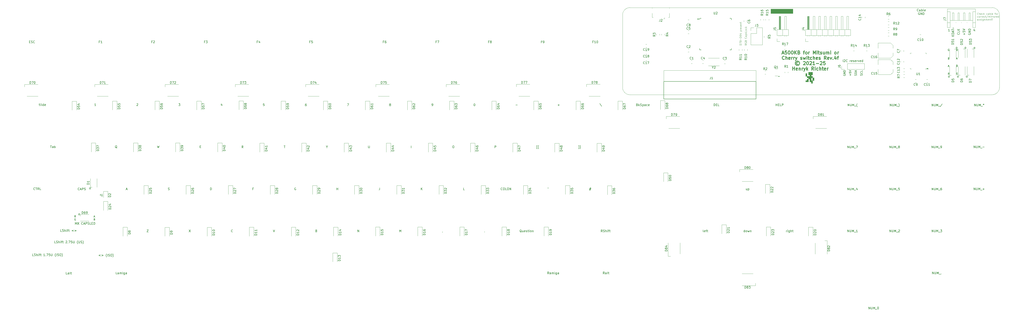
<source format=gto>
%TF.GenerationSoftware,KiCad,Pcbnew,8.0.5*%
%TF.CreationDate,2025-03-05T08:08:18+01:00*%
%TF.ProjectId,A500KB,41353030-4b42-42e6-9b69-6361645f7063,4e*%
%TF.SameCoordinates,Original*%
%TF.FileFunction,Legend,Top*%
%TF.FilePolarity,Positive*%
%FSLAX46Y46*%
G04 Gerber Fmt 4.6, Leading zero omitted, Abs format (unit mm)*
G04 Created by KiCad (PCBNEW 8.0.5) date 2025-03-05 08:08:18*
%MOMM*%
%LPD*%
G01*
G04 APERTURE LIST*
%ADD10C,0.120000*%
%ADD11C,0.150000*%
%ADD12C,0.100000*%
%ADD13C,0.300000*%
G04 APERTURE END LIST*
D10*
X305950000Y-262200000D02*
X307250000Y-262200000D01*
X473200000Y-225950000D02*
X473200000Y-258950000D01*
X469950000Y-222700000D02*
G75*
G02*
X473200000Y-225950000I0J-3250000D01*
G01*
X473200000Y-258950000D02*
G75*
G02*
X469950000Y-262200000I-3250000J0D01*
G01*
X469950000Y-222700000D02*
X305950000Y-222700000D01*
X66700000Y-307600000D02*
X66800000Y-307700000D01*
X469950000Y-262200000D02*
X307250000Y-262200000D01*
X66700000Y-307600000D02*
X66350000Y-307250000D01*
X66250000Y-307600000D02*
X66450000Y-307650000D01*
X67400000Y-308050000D02*
X66850000Y-308050000D01*
X67150000Y-308050000D02*
X67150000Y-308550000D01*
X302700000Y-225950000D02*
G75*
G02*
X305950000Y-222700000I3250000J0D01*
G01*
X66400000Y-307250000D02*
X66600000Y-307350000D01*
X66350000Y-307250000D02*
X66450000Y-307500000D01*
X302700000Y-226900000D02*
X302700000Y-226950000D01*
X66550000Y-307900000D02*
X66250000Y-307600000D01*
X302700000Y-258950000D02*
X302700000Y-226850000D01*
X66850000Y-308050000D02*
X67150000Y-307500000D01*
X66550000Y-307900000D02*
X66650000Y-308000000D01*
X302700000Y-225950000D02*
X302700000Y-226900000D01*
X305950000Y-262200000D02*
G75*
G02*
X302700000Y-258950000I0J3250000D01*
G01*
X67150000Y-307500000D02*
X67400000Y-308000000D01*
X369750000Y-223350000D02*
X379750000Y-223350000D01*
X379750000Y-225350000D01*
X369750000Y-225350000D01*
X369750000Y-223350000D01*
G36*
X369750000Y-223350000D02*
G01*
X379750000Y-223350000D01*
X379750000Y-225350000D01*
X369750000Y-225350000D01*
X369750000Y-223350000D01*
G37*
X66250000Y-307600000D02*
X66300000Y-307800000D01*
X67150000Y-307450000D02*
X67150000Y-306900000D01*
X66850000Y-307450000D02*
X67400000Y-307450000D01*
D11*
X61678571Y-304954819D02*
X61583333Y-304907200D01*
X61583333Y-304907200D02*
X61535714Y-304859580D01*
X61535714Y-304859580D02*
X61488095Y-304764342D01*
X61488095Y-304764342D02*
X61488095Y-304478628D01*
X61488095Y-304478628D02*
X61535714Y-304383390D01*
X61535714Y-304383390D02*
X61583333Y-304335771D01*
X61583333Y-304335771D02*
X61678571Y-304288152D01*
X61678571Y-304288152D02*
X61821428Y-304288152D01*
X61821428Y-304288152D02*
X61916666Y-304335771D01*
X61916666Y-304335771D02*
X61964285Y-304383390D01*
X61964285Y-304383390D02*
X62011904Y-304478628D01*
X62011904Y-304478628D02*
X62011904Y-304764342D01*
X62011904Y-304764342D02*
X61964285Y-304859580D01*
X61964285Y-304859580D02*
X61916666Y-304907200D01*
X61916666Y-304907200D02*
X61821428Y-304954819D01*
X61821428Y-304954819D02*
X61678571Y-304954819D01*
X450409523Y-241515070D02*
X450333333Y-241476975D01*
X450333333Y-241476975D02*
X450219047Y-241476975D01*
X450219047Y-241476975D02*
X450104761Y-241515070D01*
X450104761Y-241515070D02*
X450028571Y-241591260D01*
X450028571Y-241591260D02*
X449990476Y-241667451D01*
X449990476Y-241667451D02*
X449952380Y-241819832D01*
X449952380Y-241819832D02*
X449952380Y-241934118D01*
X449952380Y-241934118D02*
X449990476Y-242086499D01*
X449990476Y-242086499D02*
X450028571Y-242162689D01*
X450028571Y-242162689D02*
X450104761Y-242238880D01*
X450104761Y-242238880D02*
X450219047Y-242276975D01*
X450219047Y-242276975D02*
X450295238Y-242276975D01*
X450295238Y-242276975D02*
X450409523Y-242238880D01*
X450409523Y-242238880D02*
X450447619Y-242200784D01*
X450447619Y-242200784D02*
X450447619Y-241934118D01*
X450447619Y-241934118D02*
X450295238Y-241934118D01*
X411165700Y-253421428D02*
X411208557Y-253292857D01*
X411208557Y-253292857D02*
X411208557Y-253078571D01*
X411208557Y-253078571D02*
X411165700Y-252992857D01*
X411165700Y-252992857D02*
X411122842Y-252949999D01*
X411122842Y-252949999D02*
X411037128Y-252907142D01*
X411037128Y-252907142D02*
X410951414Y-252907142D01*
X410951414Y-252907142D02*
X410865700Y-252949999D01*
X410865700Y-252949999D02*
X410822842Y-252992857D01*
X410822842Y-252992857D02*
X410779985Y-253078571D01*
X410779985Y-253078571D02*
X410737128Y-253249999D01*
X410737128Y-253249999D02*
X410694271Y-253335714D01*
X410694271Y-253335714D02*
X410651414Y-253378571D01*
X410651414Y-253378571D02*
X410565700Y-253421428D01*
X410565700Y-253421428D02*
X410479985Y-253421428D01*
X410479985Y-253421428D02*
X410394271Y-253378571D01*
X410394271Y-253378571D02*
X410351414Y-253335714D01*
X410351414Y-253335714D02*
X410308557Y-253249999D01*
X410308557Y-253249999D02*
X410308557Y-253035714D01*
X410308557Y-253035714D02*
X410351414Y-252907142D01*
X411122842Y-252007142D02*
X411165700Y-252049999D01*
X411165700Y-252049999D02*
X411208557Y-252178571D01*
X411208557Y-252178571D02*
X411208557Y-252264285D01*
X411208557Y-252264285D02*
X411165700Y-252392856D01*
X411165700Y-252392856D02*
X411079985Y-252478571D01*
X411079985Y-252478571D02*
X410994271Y-252521428D01*
X410994271Y-252521428D02*
X410822842Y-252564285D01*
X410822842Y-252564285D02*
X410694271Y-252564285D01*
X410694271Y-252564285D02*
X410522842Y-252521428D01*
X410522842Y-252521428D02*
X410437128Y-252478571D01*
X410437128Y-252478571D02*
X410351414Y-252392856D01*
X410351414Y-252392856D02*
X410308557Y-252264285D01*
X410308557Y-252264285D02*
X410308557Y-252178571D01*
X410308557Y-252178571D02*
X410351414Y-252049999D01*
X410351414Y-252049999D02*
X410394271Y-252007142D01*
X411208557Y-251192856D02*
X411208557Y-251621428D01*
X411208557Y-251621428D02*
X410308557Y-251621428D01*
X453728571Y-241254819D02*
X453633333Y-241207200D01*
X453633333Y-241207200D02*
X453585714Y-241159580D01*
X453585714Y-241159580D02*
X453538095Y-241064342D01*
X453538095Y-241064342D02*
X453538095Y-240778628D01*
X453538095Y-240778628D02*
X453585714Y-240683390D01*
X453585714Y-240683390D02*
X453633333Y-240635771D01*
X453633333Y-240635771D02*
X453728571Y-240588152D01*
X453728571Y-240588152D02*
X453871428Y-240588152D01*
X453871428Y-240588152D02*
X453966666Y-240635771D01*
X453966666Y-240635771D02*
X454014285Y-240683390D01*
X454014285Y-240683390D02*
X454061904Y-240778628D01*
X454061904Y-240778628D02*
X454061904Y-241064342D01*
X454061904Y-241064342D02*
X454014285Y-241159580D01*
X454014285Y-241159580D02*
X453966666Y-241207200D01*
X453966666Y-241207200D02*
X453871428Y-241254819D01*
X453871428Y-241254819D02*
X453728571Y-241254819D01*
X55209523Y-318350390D02*
X55133333Y-318312295D01*
X55133333Y-318312295D02*
X55019047Y-318312295D01*
X55019047Y-318312295D02*
X54904761Y-318350390D01*
X54904761Y-318350390D02*
X54828571Y-318426580D01*
X54828571Y-318426580D02*
X54790476Y-318502771D01*
X54790476Y-318502771D02*
X54752380Y-318655152D01*
X54752380Y-318655152D02*
X54752380Y-318769438D01*
X54752380Y-318769438D02*
X54790476Y-318921819D01*
X54790476Y-318921819D02*
X54828571Y-318998009D01*
X54828571Y-318998009D02*
X54904761Y-319074200D01*
X54904761Y-319074200D02*
X55019047Y-319112295D01*
X55019047Y-319112295D02*
X55095238Y-319112295D01*
X55095238Y-319112295D02*
X55209523Y-319074200D01*
X55209523Y-319074200D02*
X55247619Y-319036104D01*
X55247619Y-319036104D02*
X55247619Y-318769438D01*
X55247619Y-318769438D02*
X55095238Y-318769438D01*
X462006476Y-232706152D02*
X462006476Y-233372819D01*
X461768381Y-232325200D02*
X461530286Y-233039485D01*
X461530286Y-233039485D02*
X462149333Y-233039485D01*
X457728571Y-241254819D02*
X457633333Y-241207200D01*
X457633333Y-241207200D02*
X457585714Y-241159580D01*
X457585714Y-241159580D02*
X457538095Y-241064342D01*
X457538095Y-241064342D02*
X457538095Y-240778628D01*
X457538095Y-240778628D02*
X457585714Y-240683390D01*
X457585714Y-240683390D02*
X457633333Y-240635771D01*
X457633333Y-240635771D02*
X457728571Y-240588152D01*
X457728571Y-240588152D02*
X457871428Y-240588152D01*
X457871428Y-240588152D02*
X457966666Y-240635771D01*
X457966666Y-240635771D02*
X458014285Y-240683390D01*
X458014285Y-240683390D02*
X458061904Y-240778628D01*
X458061904Y-240778628D02*
X458061904Y-241064342D01*
X458061904Y-241064342D02*
X458014285Y-241159580D01*
X458014285Y-241159580D02*
X457966666Y-241207200D01*
X457966666Y-241207200D02*
X457871428Y-241254819D01*
X457871428Y-241254819D02*
X457728571Y-241254819D01*
X402651414Y-253035713D02*
X402608557Y-253121428D01*
X402608557Y-253121428D02*
X402608557Y-253249999D01*
X402608557Y-253249999D02*
X402651414Y-253378570D01*
X402651414Y-253378570D02*
X402737128Y-253464285D01*
X402737128Y-253464285D02*
X402822842Y-253507142D01*
X402822842Y-253507142D02*
X402994271Y-253549999D01*
X402994271Y-253549999D02*
X403122842Y-253549999D01*
X403122842Y-253549999D02*
X403294271Y-253507142D01*
X403294271Y-253507142D02*
X403379985Y-253464285D01*
X403379985Y-253464285D02*
X403465700Y-253378570D01*
X403465700Y-253378570D02*
X403508557Y-253249999D01*
X403508557Y-253249999D02*
X403508557Y-253164285D01*
X403508557Y-253164285D02*
X403465700Y-253035713D01*
X403465700Y-253035713D02*
X403422842Y-252992856D01*
X403422842Y-252992856D02*
X403122842Y-252992856D01*
X403122842Y-252992856D02*
X403122842Y-253164285D01*
X403508557Y-252607142D02*
X402608557Y-252607142D01*
X402608557Y-252607142D02*
X403508557Y-252092856D01*
X403508557Y-252092856D02*
X402608557Y-252092856D01*
X403508557Y-251664285D02*
X402608557Y-251664285D01*
X402608557Y-251664285D02*
X402608557Y-251449999D01*
X402608557Y-251449999D02*
X402651414Y-251321428D01*
X402651414Y-251321428D02*
X402737128Y-251235713D01*
X402737128Y-251235713D02*
X402822842Y-251192856D01*
X402822842Y-251192856D02*
X402994271Y-251149999D01*
X402994271Y-251149999D02*
X403122842Y-251149999D01*
X403122842Y-251149999D02*
X403294271Y-251192856D01*
X403294271Y-251192856D02*
X403379985Y-251235713D01*
X403379985Y-251235713D02*
X403465700Y-251321428D01*
X403465700Y-251321428D02*
X403508557Y-251449999D01*
X403508557Y-251449999D02*
X403508557Y-251664285D01*
X450278571Y-254304819D02*
X450183333Y-254257200D01*
X450183333Y-254257200D02*
X450135714Y-254209580D01*
X450135714Y-254209580D02*
X450088095Y-254114342D01*
X450088095Y-254114342D02*
X450088095Y-253828628D01*
X450088095Y-253828628D02*
X450135714Y-253733390D01*
X450135714Y-253733390D02*
X450183333Y-253685771D01*
X450183333Y-253685771D02*
X450278571Y-253638152D01*
X450278571Y-253638152D02*
X450421428Y-253638152D01*
X450421428Y-253638152D02*
X450516666Y-253685771D01*
X450516666Y-253685771D02*
X450564285Y-253733390D01*
X450564285Y-253733390D02*
X450611904Y-253828628D01*
X450611904Y-253828628D02*
X450611904Y-254114342D01*
X450611904Y-254114342D02*
X450564285Y-254209580D01*
X450564285Y-254209580D02*
X450516666Y-254257200D01*
X450516666Y-254257200D02*
X450421428Y-254304819D01*
X450421428Y-254304819D02*
X450278571Y-254304819D01*
X450463379Y-253044035D02*
X450196712Y-252663082D01*
X450006236Y-253044035D02*
X450006236Y-252244035D01*
X450006236Y-252244035D02*
X450310998Y-252244035D01*
X450310998Y-252244035D02*
X450387188Y-252282130D01*
X450387188Y-252282130D02*
X450425283Y-252320225D01*
X450425283Y-252320225D02*
X450463379Y-252396416D01*
X450463379Y-252396416D02*
X450463379Y-252510701D01*
X450463379Y-252510701D02*
X450425283Y-252586892D01*
X450425283Y-252586892D02*
X450387188Y-252624987D01*
X450387188Y-252624987D02*
X450310998Y-252663082D01*
X450310998Y-252663082D02*
X450006236Y-252663082D01*
X450257142Y-245723807D02*
X450371428Y-245761902D01*
X450371428Y-245761902D02*
X450409523Y-245799998D01*
X450409523Y-245799998D02*
X450447619Y-245876188D01*
X450447619Y-245876188D02*
X450447619Y-245990474D01*
X450447619Y-245990474D02*
X450409523Y-246066664D01*
X450409523Y-246066664D02*
X450371428Y-246104760D01*
X450371428Y-246104760D02*
X450295238Y-246142855D01*
X450295238Y-246142855D02*
X449990476Y-246142855D01*
X449990476Y-246142855D02*
X449990476Y-245342855D01*
X449990476Y-245342855D02*
X450257142Y-245342855D01*
X450257142Y-245342855D02*
X450333333Y-245380950D01*
X450333333Y-245380950D02*
X450371428Y-245419045D01*
X450371428Y-245419045D02*
X450409523Y-245495236D01*
X450409523Y-245495236D02*
X450409523Y-245571426D01*
X450409523Y-245571426D02*
X450371428Y-245647617D01*
X450371428Y-245647617D02*
X450333333Y-245685712D01*
X450333333Y-245685712D02*
X450257142Y-245723807D01*
X450257142Y-245723807D02*
X449990476Y-245723807D01*
D12*
X356446895Y-239643734D02*
X355646895Y-239643734D01*
X355646895Y-239643734D02*
X355646895Y-239453258D01*
X355646895Y-239453258D02*
X355684990Y-239338972D01*
X355684990Y-239338972D02*
X355761180Y-239262782D01*
X355761180Y-239262782D02*
X355837371Y-239224687D01*
X355837371Y-239224687D02*
X355989752Y-239186591D01*
X355989752Y-239186591D02*
X356104038Y-239186591D01*
X356104038Y-239186591D02*
X356256419Y-239224687D01*
X356256419Y-239224687D02*
X356332609Y-239262782D01*
X356332609Y-239262782D02*
X356408800Y-239338972D01*
X356408800Y-239338972D02*
X356446895Y-239453258D01*
X356446895Y-239453258D02*
X356446895Y-239643734D01*
X355646895Y-238919925D02*
X355646895Y-238386591D01*
X355646895Y-238386591D02*
X356446895Y-238729449D01*
X355646895Y-237929448D02*
X355646895Y-237853258D01*
X355646895Y-237853258D02*
X355684990Y-237777067D01*
X355684990Y-237777067D02*
X355723085Y-237738972D01*
X355723085Y-237738972D02*
X355799276Y-237700877D01*
X355799276Y-237700877D02*
X355951657Y-237662782D01*
X355951657Y-237662782D02*
X356142133Y-237662782D01*
X356142133Y-237662782D02*
X356294514Y-237700877D01*
X356294514Y-237700877D02*
X356370704Y-237738972D01*
X356370704Y-237738972D02*
X356408800Y-237777067D01*
X356408800Y-237777067D02*
X356446895Y-237853258D01*
X356446895Y-237853258D02*
X356446895Y-237929448D01*
X356446895Y-237929448D02*
X356408800Y-238005639D01*
X356408800Y-238005639D02*
X356370704Y-238043734D01*
X356370704Y-238043734D02*
X356294514Y-238081829D01*
X356294514Y-238081829D02*
X356142133Y-238119925D01*
X356142133Y-238119925D02*
X355951657Y-238119925D01*
X355951657Y-238119925D02*
X355799276Y-238081829D01*
X355799276Y-238081829D02*
X355723085Y-238043734D01*
X355723085Y-238043734D02*
X355684990Y-238005639D01*
X355684990Y-238005639D02*
X355646895Y-237929448D01*
X356142133Y-237319924D02*
X356142133Y-236710401D01*
X356446895Y-236329448D02*
X355646895Y-236329448D01*
X355646895Y-236329448D02*
X355646895Y-236138972D01*
X355646895Y-236138972D02*
X355684990Y-236024686D01*
X355684990Y-236024686D02*
X355761180Y-235948496D01*
X355761180Y-235948496D02*
X355837371Y-235910401D01*
X355837371Y-235910401D02*
X355989752Y-235872305D01*
X355989752Y-235872305D02*
X356104038Y-235872305D01*
X356104038Y-235872305D02*
X356256419Y-235910401D01*
X356256419Y-235910401D02*
X356332609Y-235948496D01*
X356332609Y-235948496D02*
X356408800Y-236024686D01*
X356408800Y-236024686D02*
X356446895Y-236138972D01*
X356446895Y-236138972D02*
X356446895Y-236329448D01*
X355989752Y-235415163D02*
X355951657Y-235491353D01*
X355951657Y-235491353D02*
X355913561Y-235529448D01*
X355913561Y-235529448D02*
X355837371Y-235567544D01*
X355837371Y-235567544D02*
X355799276Y-235567544D01*
X355799276Y-235567544D02*
X355723085Y-235529448D01*
X355723085Y-235529448D02*
X355684990Y-235491353D01*
X355684990Y-235491353D02*
X355646895Y-235415163D01*
X355646895Y-235415163D02*
X355646895Y-235262782D01*
X355646895Y-235262782D02*
X355684990Y-235186591D01*
X355684990Y-235186591D02*
X355723085Y-235148496D01*
X355723085Y-235148496D02*
X355799276Y-235110401D01*
X355799276Y-235110401D02*
X355837371Y-235110401D01*
X355837371Y-235110401D02*
X355913561Y-235148496D01*
X355913561Y-235148496D02*
X355951657Y-235186591D01*
X355951657Y-235186591D02*
X355989752Y-235262782D01*
X355989752Y-235262782D02*
X355989752Y-235415163D01*
X355989752Y-235415163D02*
X356027847Y-235491353D01*
X356027847Y-235491353D02*
X356065942Y-235529448D01*
X356065942Y-235529448D02*
X356142133Y-235567544D01*
X356142133Y-235567544D02*
X356294514Y-235567544D01*
X356294514Y-235567544D02*
X356370704Y-235529448D01*
X356370704Y-235529448D02*
X356408800Y-235491353D01*
X356408800Y-235491353D02*
X356446895Y-235415163D01*
X356446895Y-235415163D02*
X356446895Y-235262782D01*
X356446895Y-235262782D02*
X356408800Y-235186591D01*
X356408800Y-235186591D02*
X356370704Y-235148496D01*
X356370704Y-235148496D02*
X356294514Y-235110401D01*
X356294514Y-235110401D02*
X356142133Y-235110401D01*
X356142133Y-235110401D02*
X356065942Y-235148496D01*
X356065942Y-235148496D02*
X356027847Y-235186591D01*
X356027847Y-235186591D02*
X355989752Y-235262782D01*
X355913561Y-234424686D02*
X356446895Y-234424686D01*
X355608800Y-234615162D02*
X356180228Y-234805639D01*
X356180228Y-234805639D02*
X356180228Y-234310400D01*
X355913561Y-233396114D02*
X356713561Y-233396114D01*
X355951657Y-233396114D02*
X355913561Y-233319924D01*
X355913561Y-233319924D02*
X355913561Y-233167543D01*
X355913561Y-233167543D02*
X355951657Y-233091352D01*
X355951657Y-233091352D02*
X355989752Y-233053257D01*
X355989752Y-233053257D02*
X356065942Y-233015162D01*
X356065942Y-233015162D02*
X356294514Y-233015162D01*
X356294514Y-233015162D02*
X356370704Y-233053257D01*
X356370704Y-233053257D02*
X356408800Y-233091352D01*
X356408800Y-233091352D02*
X356446895Y-233167543D01*
X356446895Y-233167543D02*
X356446895Y-233319924D01*
X356446895Y-233319924D02*
X356408800Y-233396114D01*
X356446895Y-232672304D02*
X355913561Y-232672304D01*
X356065942Y-232672304D02*
X355989752Y-232634209D01*
X355989752Y-232634209D02*
X355951657Y-232596114D01*
X355951657Y-232596114D02*
X355913561Y-232519923D01*
X355913561Y-232519923D02*
X355913561Y-232443733D01*
X356408800Y-231872304D02*
X356446895Y-231948495D01*
X356446895Y-231948495D02*
X356446895Y-232100876D01*
X356446895Y-232100876D02*
X356408800Y-232177066D01*
X356408800Y-232177066D02*
X356332609Y-232215162D01*
X356332609Y-232215162D02*
X356027847Y-232215162D01*
X356027847Y-232215162D02*
X355951657Y-232177066D01*
X355951657Y-232177066D02*
X355913561Y-232100876D01*
X355913561Y-232100876D02*
X355913561Y-231948495D01*
X355913561Y-231948495D02*
X355951657Y-231872304D01*
X355951657Y-231872304D02*
X356027847Y-231834209D01*
X356027847Y-231834209D02*
X356104038Y-231834209D01*
X356104038Y-231834209D02*
X356180228Y-232215162D01*
X356408800Y-231529448D02*
X356446895Y-231453257D01*
X356446895Y-231453257D02*
X356446895Y-231300876D01*
X356446895Y-231300876D02*
X356408800Y-231224686D01*
X356408800Y-231224686D02*
X356332609Y-231186590D01*
X356332609Y-231186590D02*
X356294514Y-231186590D01*
X356294514Y-231186590D02*
X356218323Y-231224686D01*
X356218323Y-231224686D02*
X356180228Y-231300876D01*
X356180228Y-231300876D02*
X356180228Y-231415162D01*
X356180228Y-231415162D02*
X356142133Y-231491352D01*
X356142133Y-231491352D02*
X356065942Y-231529448D01*
X356065942Y-231529448D02*
X356027847Y-231529448D01*
X356027847Y-231529448D02*
X355951657Y-231491352D01*
X355951657Y-231491352D02*
X355913561Y-231415162D01*
X355913561Y-231415162D02*
X355913561Y-231300876D01*
X355913561Y-231300876D02*
X355951657Y-231224686D01*
X356408800Y-230538971D02*
X356446895Y-230615162D01*
X356446895Y-230615162D02*
X356446895Y-230767543D01*
X356446895Y-230767543D02*
X356408800Y-230843733D01*
X356408800Y-230843733D02*
X356332609Y-230881829D01*
X356332609Y-230881829D02*
X356027847Y-230881829D01*
X356027847Y-230881829D02*
X355951657Y-230843733D01*
X355951657Y-230843733D02*
X355913561Y-230767543D01*
X355913561Y-230767543D02*
X355913561Y-230615162D01*
X355913561Y-230615162D02*
X355951657Y-230538971D01*
X355951657Y-230538971D02*
X356027847Y-230500876D01*
X356027847Y-230500876D02*
X356104038Y-230500876D01*
X356104038Y-230500876D02*
X356180228Y-230881829D01*
X355913561Y-230158019D02*
X356446895Y-230158019D01*
X355989752Y-230158019D02*
X355951657Y-230119924D01*
X355951657Y-230119924D02*
X355913561Y-230043734D01*
X355913561Y-230043734D02*
X355913561Y-229929448D01*
X355913561Y-229929448D02*
X355951657Y-229853257D01*
X355951657Y-229853257D02*
X356027847Y-229815162D01*
X356027847Y-229815162D02*
X356446895Y-229815162D01*
X355913561Y-229548495D02*
X355913561Y-229243733D01*
X355646895Y-229434209D02*
X356332609Y-229434209D01*
X356332609Y-229434209D02*
X356408800Y-229396114D01*
X356408800Y-229396114D02*
X356446895Y-229319924D01*
X356446895Y-229319924D02*
X356446895Y-229243733D01*
D11*
X55047619Y-321004819D02*
X55047619Y-320004819D01*
X55047619Y-320004819D02*
X55380952Y-320719104D01*
X55380952Y-320719104D02*
X55714285Y-320004819D01*
X55714285Y-320004819D02*
X55714285Y-321004819D01*
X56095238Y-320004819D02*
X56761904Y-321004819D01*
X56761904Y-320004819D02*
X56095238Y-321004819D01*
X58476190Y-320909580D02*
X58428571Y-320957200D01*
X58428571Y-320957200D02*
X58285714Y-321004819D01*
X58285714Y-321004819D02*
X58190476Y-321004819D01*
X58190476Y-321004819D02*
X58047619Y-320957200D01*
X58047619Y-320957200D02*
X57952381Y-320861961D01*
X57952381Y-320861961D02*
X57904762Y-320766723D01*
X57904762Y-320766723D02*
X57857143Y-320576247D01*
X57857143Y-320576247D02*
X57857143Y-320433390D01*
X57857143Y-320433390D02*
X57904762Y-320242914D01*
X57904762Y-320242914D02*
X57952381Y-320147676D01*
X57952381Y-320147676D02*
X58047619Y-320052438D01*
X58047619Y-320052438D02*
X58190476Y-320004819D01*
X58190476Y-320004819D02*
X58285714Y-320004819D01*
X58285714Y-320004819D02*
X58428571Y-320052438D01*
X58428571Y-320052438D02*
X58476190Y-320100057D01*
X58857143Y-320719104D02*
X59333333Y-320719104D01*
X58761905Y-321004819D02*
X59095238Y-320004819D01*
X59095238Y-320004819D02*
X59428571Y-321004819D01*
X59761905Y-321004819D02*
X59761905Y-320004819D01*
X59761905Y-320004819D02*
X60142857Y-320004819D01*
X60142857Y-320004819D02*
X60238095Y-320052438D01*
X60238095Y-320052438D02*
X60285714Y-320100057D01*
X60285714Y-320100057D02*
X60333333Y-320195295D01*
X60333333Y-320195295D02*
X60333333Y-320338152D01*
X60333333Y-320338152D02*
X60285714Y-320433390D01*
X60285714Y-320433390D02*
X60238095Y-320481009D01*
X60238095Y-320481009D02*
X60142857Y-320528628D01*
X60142857Y-320528628D02*
X59761905Y-320528628D01*
X60714286Y-320957200D02*
X60857143Y-321004819D01*
X60857143Y-321004819D02*
X61095238Y-321004819D01*
X61095238Y-321004819D02*
X61190476Y-320957200D01*
X61190476Y-320957200D02*
X61238095Y-320909580D01*
X61238095Y-320909580D02*
X61285714Y-320814342D01*
X61285714Y-320814342D02*
X61285714Y-320719104D01*
X61285714Y-320719104D02*
X61238095Y-320623866D01*
X61238095Y-320623866D02*
X61190476Y-320576247D01*
X61190476Y-320576247D02*
X61095238Y-320528628D01*
X61095238Y-320528628D02*
X60904762Y-320481009D01*
X60904762Y-320481009D02*
X60809524Y-320433390D01*
X60809524Y-320433390D02*
X60761905Y-320385771D01*
X60761905Y-320385771D02*
X60714286Y-320290533D01*
X60714286Y-320290533D02*
X60714286Y-320195295D01*
X60714286Y-320195295D02*
X60761905Y-320100057D01*
X60761905Y-320100057D02*
X60809524Y-320052438D01*
X60809524Y-320052438D02*
X60904762Y-320004819D01*
X60904762Y-320004819D02*
X61142857Y-320004819D01*
X61142857Y-320004819D02*
X61285714Y-320052438D01*
X62190476Y-321004819D02*
X61714286Y-321004819D01*
X61714286Y-321004819D02*
X61714286Y-320004819D01*
X62523810Y-320481009D02*
X62857143Y-320481009D01*
X63000000Y-321004819D02*
X62523810Y-321004819D01*
X62523810Y-321004819D02*
X62523810Y-320004819D01*
X62523810Y-320004819D02*
X63000000Y-320004819D01*
X63428572Y-321004819D02*
X63428572Y-320004819D01*
X63428572Y-320004819D02*
X63666667Y-320004819D01*
X63666667Y-320004819D02*
X63809524Y-320052438D01*
X63809524Y-320052438D02*
X63904762Y-320147676D01*
X63904762Y-320147676D02*
X63952381Y-320242914D01*
X63952381Y-320242914D02*
X64000000Y-320433390D01*
X64000000Y-320433390D02*
X64000000Y-320576247D01*
X64000000Y-320576247D02*
X63952381Y-320766723D01*
X63952381Y-320766723D02*
X63904762Y-320861961D01*
X63904762Y-320861961D02*
X63809524Y-320957200D01*
X63809524Y-320957200D02*
X63666667Y-321004819D01*
X63666667Y-321004819D02*
X63428572Y-321004819D01*
X452654819Y-235721428D02*
X451654819Y-235721428D01*
X452654819Y-235150000D02*
X452083390Y-235578571D01*
X451654819Y-235150000D02*
X452226247Y-235721428D01*
X452654819Y-234721428D02*
X451654819Y-234721428D01*
X451654819Y-234721428D02*
X451654819Y-234483333D01*
X451654819Y-234483333D02*
X451702438Y-234340476D01*
X451702438Y-234340476D02*
X451797676Y-234245238D01*
X451797676Y-234245238D02*
X451892914Y-234197619D01*
X451892914Y-234197619D02*
X452083390Y-234150000D01*
X452083390Y-234150000D02*
X452226247Y-234150000D01*
X452226247Y-234150000D02*
X452416723Y-234197619D01*
X452416723Y-234197619D02*
X452511961Y-234245238D01*
X452511961Y-234245238D02*
X452607200Y-234340476D01*
X452607200Y-234340476D02*
X452654819Y-234483333D01*
X452654819Y-234483333D02*
X452654819Y-234721428D01*
X452369104Y-233769047D02*
X452369104Y-233292857D01*
X452654819Y-233864285D02*
X451654819Y-233530952D01*
X451654819Y-233530952D02*
X452654819Y-233197619D01*
X451654819Y-233007142D02*
X451654819Y-232435714D01*
X452654819Y-232721428D02*
X451654819Y-232721428D01*
X458378571Y-254304819D02*
X458283333Y-254257200D01*
X458283333Y-254257200D02*
X458235714Y-254209580D01*
X458235714Y-254209580D02*
X458188095Y-254114342D01*
X458188095Y-254114342D02*
X458188095Y-253828628D01*
X458188095Y-253828628D02*
X458235714Y-253733390D01*
X458235714Y-253733390D02*
X458283333Y-253685771D01*
X458283333Y-253685771D02*
X458378571Y-253638152D01*
X458378571Y-253638152D02*
X458521428Y-253638152D01*
X458521428Y-253638152D02*
X458616666Y-253685771D01*
X458616666Y-253685771D02*
X458664285Y-253733390D01*
X458664285Y-253733390D02*
X458711904Y-253828628D01*
X458711904Y-253828628D02*
X458711904Y-254114342D01*
X458711904Y-254114342D02*
X458664285Y-254209580D01*
X458664285Y-254209580D02*
X458616666Y-254257200D01*
X458616666Y-254257200D02*
X458521428Y-254304819D01*
X458521428Y-254304819D02*
X458378571Y-254304819D01*
X457273866Y-235035713D02*
X457273866Y-234273809D01*
X457654819Y-234654761D02*
X456892914Y-234654761D01*
X456654819Y-233321428D02*
X456654819Y-233797618D01*
X456654819Y-233797618D02*
X457131009Y-233845237D01*
X457131009Y-233845237D02*
X457083390Y-233797618D01*
X457083390Y-233797618D02*
X457035771Y-233702380D01*
X457035771Y-233702380D02*
X457035771Y-233464285D01*
X457035771Y-233464285D02*
X457083390Y-233369047D01*
X457083390Y-233369047D02*
X457131009Y-233321428D01*
X457131009Y-233321428D02*
X457226247Y-233273809D01*
X457226247Y-233273809D02*
X457464342Y-233273809D01*
X457464342Y-233273809D02*
X457559580Y-233321428D01*
X457559580Y-233321428D02*
X457607200Y-233369047D01*
X457607200Y-233369047D02*
X457654819Y-233464285D01*
X457654819Y-233464285D02*
X457654819Y-233702380D01*
X457654819Y-233702380D02*
X457607200Y-233797618D01*
X457607200Y-233797618D02*
X457559580Y-233845237D01*
X456654819Y-232988094D02*
X457654819Y-232654761D01*
X457654819Y-232654761D02*
X456654819Y-232321428D01*
X453709523Y-245883723D02*
X454090476Y-245883723D01*
X453633333Y-246112295D02*
X453900000Y-245312295D01*
X453900000Y-245312295D02*
X454166666Y-246112295D01*
X405765700Y-253507143D02*
X405765700Y-252821429D01*
X406108557Y-253164286D02*
X405422842Y-253164286D01*
X405208557Y-251964285D02*
X405208557Y-252392857D01*
X405208557Y-252392857D02*
X405637128Y-252435714D01*
X405637128Y-252435714D02*
X405594271Y-252392857D01*
X405594271Y-252392857D02*
X405551414Y-252307143D01*
X405551414Y-252307143D02*
X405551414Y-252092857D01*
X405551414Y-252092857D02*
X405594271Y-252007143D01*
X405594271Y-252007143D02*
X405637128Y-251964285D01*
X405637128Y-251964285D02*
X405722842Y-251921428D01*
X405722842Y-251921428D02*
X405937128Y-251921428D01*
X405937128Y-251921428D02*
X406022842Y-251964285D01*
X406022842Y-251964285D02*
X406065700Y-252007143D01*
X406065700Y-252007143D02*
X406108557Y-252092857D01*
X406108557Y-252092857D02*
X406108557Y-252307143D01*
X406108557Y-252307143D02*
X406065700Y-252392857D01*
X406065700Y-252392857D02*
X406022842Y-252435714D01*
X405208557Y-251664285D02*
X406108557Y-251364285D01*
X406108557Y-251364285D02*
X405208557Y-251064285D01*
X461828571Y-241304819D02*
X461733333Y-241257200D01*
X461733333Y-241257200D02*
X461685714Y-241209580D01*
X461685714Y-241209580D02*
X461638095Y-241114342D01*
X461638095Y-241114342D02*
X461638095Y-240828628D01*
X461638095Y-240828628D02*
X461685714Y-240733390D01*
X461685714Y-240733390D02*
X461733333Y-240685771D01*
X461733333Y-240685771D02*
X461828571Y-240638152D01*
X461828571Y-240638152D02*
X461971428Y-240638152D01*
X461971428Y-240638152D02*
X462066666Y-240685771D01*
X462066666Y-240685771D02*
X462114285Y-240733390D01*
X462114285Y-240733390D02*
X462161904Y-240828628D01*
X462161904Y-240828628D02*
X462161904Y-241114342D01*
X462161904Y-241114342D02*
X462114285Y-241209580D01*
X462114285Y-241209580D02*
X462066666Y-241257200D01*
X462066666Y-241257200D02*
X461971428Y-241304819D01*
X461971428Y-241304819D02*
X461828571Y-241304819D01*
X63757142Y-318693247D02*
X63871428Y-318731342D01*
X63871428Y-318731342D02*
X63909523Y-318769438D01*
X63909523Y-318769438D02*
X63947619Y-318845628D01*
X63947619Y-318845628D02*
X63947619Y-318959914D01*
X63947619Y-318959914D02*
X63909523Y-319036104D01*
X63909523Y-319036104D02*
X63871428Y-319074200D01*
X63871428Y-319074200D02*
X63795238Y-319112295D01*
X63795238Y-319112295D02*
X63490476Y-319112295D01*
X63490476Y-319112295D02*
X63490476Y-318312295D01*
X63490476Y-318312295D02*
X63757142Y-318312295D01*
X63757142Y-318312295D02*
X63833333Y-318350390D01*
X63833333Y-318350390D02*
X63871428Y-318388485D01*
X63871428Y-318388485D02*
X63909523Y-318464676D01*
X63909523Y-318464676D02*
X63909523Y-318540866D01*
X63909523Y-318540866D02*
X63871428Y-318617057D01*
X63871428Y-318617057D02*
X63833333Y-318655152D01*
X63833333Y-318655152D02*
X63757142Y-318693247D01*
X63757142Y-318693247D02*
X63490476Y-318693247D01*
X56728571Y-316704819D02*
X56633333Y-316657200D01*
X56633333Y-316657200D02*
X56585714Y-316609580D01*
X56585714Y-316609580D02*
X56538095Y-316514342D01*
X56538095Y-316514342D02*
X56538095Y-316228628D01*
X56538095Y-316228628D02*
X56585714Y-316133390D01*
X56585714Y-316133390D02*
X56633333Y-316085771D01*
X56633333Y-316085771D02*
X56728571Y-316038152D01*
X56728571Y-316038152D02*
X56871428Y-316038152D01*
X56871428Y-316038152D02*
X56966666Y-316085771D01*
X56966666Y-316085771D02*
X57014285Y-316133390D01*
X57014285Y-316133390D02*
X57061904Y-316228628D01*
X57061904Y-316228628D02*
X57061904Y-316514342D01*
X57061904Y-316514342D02*
X57014285Y-316609580D01*
X57014285Y-316609580D02*
X56966666Y-316657200D01*
X56966666Y-316657200D02*
X56871428Y-316704819D01*
X56871428Y-316704819D02*
X56728571Y-316704819D01*
X454328571Y-254304819D02*
X454233333Y-254257200D01*
X454233333Y-254257200D02*
X454185714Y-254209580D01*
X454185714Y-254209580D02*
X454138095Y-254114342D01*
X454138095Y-254114342D02*
X454138095Y-253828628D01*
X454138095Y-253828628D02*
X454185714Y-253733390D01*
X454185714Y-253733390D02*
X454233333Y-253685771D01*
X454233333Y-253685771D02*
X454328571Y-253638152D01*
X454328571Y-253638152D02*
X454471428Y-253638152D01*
X454471428Y-253638152D02*
X454566666Y-253685771D01*
X454566666Y-253685771D02*
X454614285Y-253733390D01*
X454614285Y-253733390D02*
X454661904Y-253828628D01*
X454661904Y-253828628D02*
X454661904Y-254114342D01*
X454661904Y-254114342D02*
X454614285Y-254209580D01*
X454614285Y-254209580D02*
X454566666Y-254257200D01*
X454566666Y-254257200D02*
X454471428Y-254304819D01*
X454471428Y-254304819D02*
X454328571Y-254304819D01*
X459202438Y-234411904D02*
X459154819Y-234507142D01*
X459154819Y-234507142D02*
X459154819Y-234649999D01*
X459154819Y-234649999D02*
X459202438Y-234792856D01*
X459202438Y-234792856D02*
X459297676Y-234888094D01*
X459297676Y-234888094D02*
X459392914Y-234935713D01*
X459392914Y-234935713D02*
X459583390Y-234983332D01*
X459583390Y-234983332D02*
X459726247Y-234983332D01*
X459726247Y-234983332D02*
X459916723Y-234935713D01*
X459916723Y-234935713D02*
X460011961Y-234888094D01*
X460011961Y-234888094D02*
X460107200Y-234792856D01*
X460107200Y-234792856D02*
X460154819Y-234649999D01*
X460154819Y-234649999D02*
X460154819Y-234554761D01*
X460154819Y-234554761D02*
X460107200Y-234411904D01*
X460107200Y-234411904D02*
X460059580Y-234364285D01*
X460059580Y-234364285D02*
X459726247Y-234364285D01*
X459726247Y-234364285D02*
X459726247Y-234554761D01*
X460154819Y-233935713D02*
X459154819Y-233935713D01*
X459154819Y-233935713D02*
X460154819Y-233364285D01*
X460154819Y-233364285D02*
X459154819Y-233364285D01*
X460154819Y-232888094D02*
X459154819Y-232888094D01*
X459154819Y-232888094D02*
X459154819Y-232649999D01*
X459154819Y-232649999D02*
X459202438Y-232507142D01*
X459202438Y-232507142D02*
X459297676Y-232411904D01*
X459297676Y-232411904D02*
X459392914Y-232364285D01*
X459392914Y-232364285D02*
X459583390Y-232316666D01*
X459583390Y-232316666D02*
X459726247Y-232316666D01*
X459726247Y-232316666D02*
X459916723Y-232364285D01*
X459916723Y-232364285D02*
X460011961Y-232411904D01*
X460011961Y-232411904D02*
X460107200Y-232507142D01*
X460107200Y-232507142D02*
X460154819Y-232649999D01*
X460154819Y-232649999D02*
X460154819Y-232888094D01*
D13*
X374885715Y-243377383D02*
X375600001Y-243377383D01*
X374742858Y-243805954D02*
X375242858Y-242305954D01*
X375242858Y-242305954D02*
X375742858Y-243805954D01*
X376957143Y-242305954D02*
X376242857Y-242305954D01*
X376242857Y-242305954D02*
X376171429Y-243020240D01*
X376171429Y-243020240D02*
X376242857Y-242948811D01*
X376242857Y-242948811D02*
X376385715Y-242877383D01*
X376385715Y-242877383D02*
X376742857Y-242877383D01*
X376742857Y-242877383D02*
X376885715Y-242948811D01*
X376885715Y-242948811D02*
X376957143Y-243020240D01*
X376957143Y-243020240D02*
X377028572Y-243163097D01*
X377028572Y-243163097D02*
X377028572Y-243520240D01*
X377028572Y-243520240D02*
X376957143Y-243663097D01*
X376957143Y-243663097D02*
X376885715Y-243734526D01*
X376885715Y-243734526D02*
X376742857Y-243805954D01*
X376742857Y-243805954D02*
X376385715Y-243805954D01*
X376385715Y-243805954D02*
X376242857Y-243734526D01*
X376242857Y-243734526D02*
X376171429Y-243663097D01*
X377957143Y-242305954D02*
X378100000Y-242305954D01*
X378100000Y-242305954D02*
X378242857Y-242377383D01*
X378242857Y-242377383D02*
X378314286Y-242448811D01*
X378314286Y-242448811D02*
X378385714Y-242591668D01*
X378385714Y-242591668D02*
X378457143Y-242877383D01*
X378457143Y-242877383D02*
X378457143Y-243234526D01*
X378457143Y-243234526D02*
X378385714Y-243520240D01*
X378385714Y-243520240D02*
X378314286Y-243663097D01*
X378314286Y-243663097D02*
X378242857Y-243734526D01*
X378242857Y-243734526D02*
X378100000Y-243805954D01*
X378100000Y-243805954D02*
X377957143Y-243805954D01*
X377957143Y-243805954D02*
X377814286Y-243734526D01*
X377814286Y-243734526D02*
X377742857Y-243663097D01*
X377742857Y-243663097D02*
X377671428Y-243520240D01*
X377671428Y-243520240D02*
X377600000Y-243234526D01*
X377600000Y-243234526D02*
X377600000Y-242877383D01*
X377600000Y-242877383D02*
X377671428Y-242591668D01*
X377671428Y-242591668D02*
X377742857Y-242448811D01*
X377742857Y-242448811D02*
X377814286Y-242377383D01*
X377814286Y-242377383D02*
X377957143Y-242305954D01*
X379385714Y-242305954D02*
X379528571Y-242305954D01*
X379528571Y-242305954D02*
X379671428Y-242377383D01*
X379671428Y-242377383D02*
X379742857Y-242448811D01*
X379742857Y-242448811D02*
X379814285Y-242591668D01*
X379814285Y-242591668D02*
X379885714Y-242877383D01*
X379885714Y-242877383D02*
X379885714Y-243234526D01*
X379885714Y-243234526D02*
X379814285Y-243520240D01*
X379814285Y-243520240D02*
X379742857Y-243663097D01*
X379742857Y-243663097D02*
X379671428Y-243734526D01*
X379671428Y-243734526D02*
X379528571Y-243805954D01*
X379528571Y-243805954D02*
X379385714Y-243805954D01*
X379385714Y-243805954D02*
X379242857Y-243734526D01*
X379242857Y-243734526D02*
X379171428Y-243663097D01*
X379171428Y-243663097D02*
X379099999Y-243520240D01*
X379099999Y-243520240D02*
X379028571Y-243234526D01*
X379028571Y-243234526D02*
X379028571Y-242877383D01*
X379028571Y-242877383D02*
X379099999Y-242591668D01*
X379099999Y-242591668D02*
X379171428Y-242448811D01*
X379171428Y-242448811D02*
X379242857Y-242377383D01*
X379242857Y-242377383D02*
X379385714Y-242305954D01*
X380528570Y-243805954D02*
X380528570Y-242305954D01*
X381385713Y-243805954D02*
X380742856Y-242948811D01*
X381385713Y-242305954D02*
X380528570Y-243163097D01*
X382528570Y-243020240D02*
X382742856Y-243091668D01*
X382742856Y-243091668D02*
X382814285Y-243163097D01*
X382814285Y-243163097D02*
X382885713Y-243305954D01*
X382885713Y-243305954D02*
X382885713Y-243520240D01*
X382885713Y-243520240D02*
X382814285Y-243663097D01*
X382814285Y-243663097D02*
X382742856Y-243734526D01*
X382742856Y-243734526D02*
X382599999Y-243805954D01*
X382599999Y-243805954D02*
X382028570Y-243805954D01*
X382028570Y-243805954D02*
X382028570Y-242305954D01*
X382028570Y-242305954D02*
X382528570Y-242305954D01*
X382528570Y-242305954D02*
X382671428Y-242377383D01*
X382671428Y-242377383D02*
X382742856Y-242448811D01*
X382742856Y-242448811D02*
X382814285Y-242591668D01*
X382814285Y-242591668D02*
X382814285Y-242734526D01*
X382814285Y-242734526D02*
X382742856Y-242877383D01*
X382742856Y-242877383D02*
X382671428Y-242948811D01*
X382671428Y-242948811D02*
X382528570Y-243020240D01*
X382528570Y-243020240D02*
X382028570Y-243020240D01*
X384457142Y-242805954D02*
X385028570Y-242805954D01*
X384671427Y-243805954D02*
X384671427Y-242520240D01*
X384671427Y-242520240D02*
X384742856Y-242377383D01*
X384742856Y-242377383D02*
X384885713Y-242305954D01*
X384885713Y-242305954D02*
X385028570Y-242305954D01*
X385742856Y-243805954D02*
X385599999Y-243734526D01*
X385599999Y-243734526D02*
X385528570Y-243663097D01*
X385528570Y-243663097D02*
X385457142Y-243520240D01*
X385457142Y-243520240D02*
X385457142Y-243091668D01*
X385457142Y-243091668D02*
X385528570Y-242948811D01*
X385528570Y-242948811D02*
X385599999Y-242877383D01*
X385599999Y-242877383D02*
X385742856Y-242805954D01*
X385742856Y-242805954D02*
X385957142Y-242805954D01*
X385957142Y-242805954D02*
X386099999Y-242877383D01*
X386099999Y-242877383D02*
X386171428Y-242948811D01*
X386171428Y-242948811D02*
X386242856Y-243091668D01*
X386242856Y-243091668D02*
X386242856Y-243520240D01*
X386242856Y-243520240D02*
X386171428Y-243663097D01*
X386171428Y-243663097D02*
X386099999Y-243734526D01*
X386099999Y-243734526D02*
X385957142Y-243805954D01*
X385957142Y-243805954D02*
X385742856Y-243805954D01*
X386885713Y-243805954D02*
X386885713Y-242805954D01*
X386885713Y-243091668D02*
X386957142Y-242948811D01*
X386957142Y-242948811D02*
X387028571Y-242877383D01*
X387028571Y-242877383D02*
X387171428Y-242805954D01*
X387171428Y-242805954D02*
X387314285Y-242805954D01*
X388957141Y-243805954D02*
X388957141Y-242305954D01*
X388957141Y-242305954D02*
X389457141Y-243377383D01*
X389457141Y-243377383D02*
X389957141Y-242305954D01*
X389957141Y-242305954D02*
X389957141Y-243805954D01*
X390671427Y-243805954D02*
X390671427Y-242805954D01*
X390671427Y-242305954D02*
X390599999Y-242377383D01*
X390599999Y-242377383D02*
X390671427Y-242448811D01*
X390671427Y-242448811D02*
X390742856Y-242377383D01*
X390742856Y-242377383D02*
X390671427Y-242305954D01*
X390671427Y-242305954D02*
X390671427Y-242448811D01*
X391171428Y-242805954D02*
X391742856Y-242805954D01*
X391385713Y-242305954D02*
X391385713Y-243591668D01*
X391385713Y-243591668D02*
X391457142Y-243734526D01*
X391457142Y-243734526D02*
X391599999Y-243805954D01*
X391599999Y-243805954D02*
X391742856Y-243805954D01*
X392171428Y-243734526D02*
X392314285Y-243805954D01*
X392314285Y-243805954D02*
X392599999Y-243805954D01*
X392599999Y-243805954D02*
X392742856Y-243734526D01*
X392742856Y-243734526D02*
X392814285Y-243591668D01*
X392814285Y-243591668D02*
X392814285Y-243520240D01*
X392814285Y-243520240D02*
X392742856Y-243377383D01*
X392742856Y-243377383D02*
X392599999Y-243305954D01*
X392599999Y-243305954D02*
X392385714Y-243305954D01*
X392385714Y-243305954D02*
X392242856Y-243234526D01*
X392242856Y-243234526D02*
X392171428Y-243091668D01*
X392171428Y-243091668D02*
X392171428Y-243020240D01*
X392171428Y-243020240D02*
X392242856Y-242877383D01*
X392242856Y-242877383D02*
X392385714Y-242805954D01*
X392385714Y-242805954D02*
X392599999Y-242805954D01*
X392599999Y-242805954D02*
X392742856Y-242877383D01*
X394100000Y-242805954D02*
X394100000Y-243805954D01*
X393457142Y-242805954D02*
X393457142Y-243591668D01*
X393457142Y-243591668D02*
X393528571Y-243734526D01*
X393528571Y-243734526D02*
X393671428Y-243805954D01*
X393671428Y-243805954D02*
X393885714Y-243805954D01*
X393885714Y-243805954D02*
X394028571Y-243734526D01*
X394028571Y-243734526D02*
X394100000Y-243663097D01*
X394814285Y-243805954D02*
X394814285Y-242805954D01*
X394814285Y-242948811D02*
X394885714Y-242877383D01*
X394885714Y-242877383D02*
X395028571Y-242805954D01*
X395028571Y-242805954D02*
X395242857Y-242805954D01*
X395242857Y-242805954D02*
X395385714Y-242877383D01*
X395385714Y-242877383D02*
X395457143Y-243020240D01*
X395457143Y-243020240D02*
X395457143Y-243805954D01*
X395457143Y-243020240D02*
X395528571Y-242877383D01*
X395528571Y-242877383D02*
X395671428Y-242805954D01*
X395671428Y-242805954D02*
X395885714Y-242805954D01*
X395885714Y-242805954D02*
X396028571Y-242877383D01*
X396028571Y-242877383D02*
X396100000Y-243020240D01*
X396100000Y-243020240D02*
X396100000Y-243805954D01*
X396814285Y-243805954D02*
X396814285Y-242805954D01*
X396814285Y-242305954D02*
X396742857Y-242377383D01*
X396742857Y-242377383D02*
X396814285Y-242448811D01*
X396814285Y-242448811D02*
X396885714Y-242377383D01*
X396885714Y-242377383D02*
X396814285Y-242305954D01*
X396814285Y-242305954D02*
X396814285Y-242448811D01*
X398885714Y-243805954D02*
X398742857Y-243734526D01*
X398742857Y-243734526D02*
X398671428Y-243663097D01*
X398671428Y-243663097D02*
X398600000Y-243520240D01*
X398600000Y-243520240D02*
X398600000Y-243091668D01*
X398600000Y-243091668D02*
X398671428Y-242948811D01*
X398671428Y-242948811D02*
X398742857Y-242877383D01*
X398742857Y-242877383D02*
X398885714Y-242805954D01*
X398885714Y-242805954D02*
X399100000Y-242805954D01*
X399100000Y-242805954D02*
X399242857Y-242877383D01*
X399242857Y-242877383D02*
X399314286Y-242948811D01*
X399314286Y-242948811D02*
X399385714Y-243091668D01*
X399385714Y-243091668D02*
X399385714Y-243520240D01*
X399385714Y-243520240D02*
X399314286Y-243663097D01*
X399314286Y-243663097D02*
X399242857Y-243734526D01*
X399242857Y-243734526D02*
X399100000Y-243805954D01*
X399100000Y-243805954D02*
X398885714Y-243805954D01*
X400028571Y-243805954D02*
X400028571Y-242805954D01*
X400028571Y-243091668D02*
X400100000Y-242948811D01*
X400100000Y-242948811D02*
X400171429Y-242877383D01*
X400171429Y-242877383D02*
X400314286Y-242805954D01*
X400314286Y-242805954D02*
X400457143Y-242805954D01*
X375885714Y-246078013D02*
X375814286Y-246149442D01*
X375814286Y-246149442D02*
X375600000Y-246220870D01*
X375600000Y-246220870D02*
X375457143Y-246220870D01*
X375457143Y-246220870D02*
X375242857Y-246149442D01*
X375242857Y-246149442D02*
X375100000Y-246006584D01*
X375100000Y-246006584D02*
X375028571Y-245863727D01*
X375028571Y-245863727D02*
X374957143Y-245578013D01*
X374957143Y-245578013D02*
X374957143Y-245363727D01*
X374957143Y-245363727D02*
X375028571Y-245078013D01*
X375028571Y-245078013D02*
X375100000Y-244935156D01*
X375100000Y-244935156D02*
X375242857Y-244792299D01*
X375242857Y-244792299D02*
X375457143Y-244720870D01*
X375457143Y-244720870D02*
X375600000Y-244720870D01*
X375600000Y-244720870D02*
X375814286Y-244792299D01*
X375814286Y-244792299D02*
X375885714Y-244863727D01*
X376528571Y-246220870D02*
X376528571Y-244720870D01*
X377171429Y-246220870D02*
X377171429Y-245435156D01*
X377171429Y-245435156D02*
X377100000Y-245292299D01*
X377100000Y-245292299D02*
X376957143Y-245220870D01*
X376957143Y-245220870D02*
X376742857Y-245220870D01*
X376742857Y-245220870D02*
X376600000Y-245292299D01*
X376600000Y-245292299D02*
X376528571Y-245363727D01*
X378457143Y-246149442D02*
X378314286Y-246220870D01*
X378314286Y-246220870D02*
X378028572Y-246220870D01*
X378028572Y-246220870D02*
X377885714Y-246149442D01*
X377885714Y-246149442D02*
X377814286Y-246006584D01*
X377814286Y-246006584D02*
X377814286Y-245435156D01*
X377814286Y-245435156D02*
X377885714Y-245292299D01*
X377885714Y-245292299D02*
X378028572Y-245220870D01*
X378028572Y-245220870D02*
X378314286Y-245220870D01*
X378314286Y-245220870D02*
X378457143Y-245292299D01*
X378457143Y-245292299D02*
X378528572Y-245435156D01*
X378528572Y-245435156D02*
X378528572Y-245578013D01*
X378528572Y-245578013D02*
X377814286Y-245720870D01*
X379171428Y-246220870D02*
X379171428Y-245220870D01*
X379171428Y-245506584D02*
X379242857Y-245363727D01*
X379242857Y-245363727D02*
X379314286Y-245292299D01*
X379314286Y-245292299D02*
X379457143Y-245220870D01*
X379457143Y-245220870D02*
X379600000Y-245220870D01*
X380099999Y-246220870D02*
X380099999Y-245220870D01*
X380099999Y-245506584D02*
X380171428Y-245363727D01*
X380171428Y-245363727D02*
X380242857Y-245292299D01*
X380242857Y-245292299D02*
X380385714Y-245220870D01*
X380385714Y-245220870D02*
X380528571Y-245220870D01*
X380885713Y-245220870D02*
X381242856Y-246220870D01*
X381599999Y-245220870D02*
X381242856Y-246220870D01*
X381242856Y-246220870D02*
X381099999Y-246578013D01*
X381099999Y-246578013D02*
X381028570Y-246649442D01*
X381028570Y-246649442D02*
X380885713Y-246720870D01*
X383242856Y-246149442D02*
X383385713Y-246220870D01*
X383385713Y-246220870D02*
X383671427Y-246220870D01*
X383671427Y-246220870D02*
X383814284Y-246149442D01*
X383814284Y-246149442D02*
X383885713Y-246006584D01*
X383885713Y-246006584D02*
X383885713Y-245935156D01*
X383885713Y-245935156D02*
X383814284Y-245792299D01*
X383814284Y-245792299D02*
X383671427Y-245720870D01*
X383671427Y-245720870D02*
X383457142Y-245720870D01*
X383457142Y-245720870D02*
X383314284Y-245649442D01*
X383314284Y-245649442D02*
X383242856Y-245506584D01*
X383242856Y-245506584D02*
X383242856Y-245435156D01*
X383242856Y-245435156D02*
X383314284Y-245292299D01*
X383314284Y-245292299D02*
X383457142Y-245220870D01*
X383457142Y-245220870D02*
X383671427Y-245220870D01*
X383671427Y-245220870D02*
X383814284Y-245292299D01*
X384385713Y-245220870D02*
X384671428Y-246220870D01*
X384671428Y-246220870D02*
X384957142Y-245506584D01*
X384957142Y-245506584D02*
X385242856Y-246220870D01*
X385242856Y-246220870D02*
X385528570Y-245220870D01*
X386099999Y-246220870D02*
X386099999Y-245220870D01*
X386099999Y-244720870D02*
X386028571Y-244792299D01*
X386028571Y-244792299D02*
X386099999Y-244863727D01*
X386099999Y-244863727D02*
X386171428Y-244792299D01*
X386171428Y-244792299D02*
X386099999Y-244720870D01*
X386099999Y-244720870D02*
X386099999Y-244863727D01*
X386600000Y-245220870D02*
X387171428Y-245220870D01*
X386814285Y-244720870D02*
X386814285Y-246006584D01*
X386814285Y-246006584D02*
X386885714Y-246149442D01*
X386885714Y-246149442D02*
X387028571Y-246220870D01*
X387028571Y-246220870D02*
X387171428Y-246220870D01*
X388314286Y-246149442D02*
X388171428Y-246220870D01*
X388171428Y-246220870D02*
X387885714Y-246220870D01*
X387885714Y-246220870D02*
X387742857Y-246149442D01*
X387742857Y-246149442D02*
X387671428Y-246078013D01*
X387671428Y-246078013D02*
X387600000Y-245935156D01*
X387600000Y-245935156D02*
X387600000Y-245506584D01*
X387600000Y-245506584D02*
X387671428Y-245363727D01*
X387671428Y-245363727D02*
X387742857Y-245292299D01*
X387742857Y-245292299D02*
X387885714Y-245220870D01*
X387885714Y-245220870D02*
X388171428Y-245220870D01*
X388171428Y-245220870D02*
X388314286Y-245292299D01*
X388957142Y-246220870D02*
X388957142Y-244720870D01*
X389600000Y-246220870D02*
X389600000Y-245435156D01*
X389600000Y-245435156D02*
X389528571Y-245292299D01*
X389528571Y-245292299D02*
X389385714Y-245220870D01*
X389385714Y-245220870D02*
X389171428Y-245220870D01*
X389171428Y-245220870D02*
X389028571Y-245292299D01*
X389028571Y-245292299D02*
X388957142Y-245363727D01*
X390885714Y-246149442D02*
X390742857Y-246220870D01*
X390742857Y-246220870D02*
X390457143Y-246220870D01*
X390457143Y-246220870D02*
X390314285Y-246149442D01*
X390314285Y-246149442D02*
X390242857Y-246006584D01*
X390242857Y-246006584D02*
X390242857Y-245435156D01*
X390242857Y-245435156D02*
X390314285Y-245292299D01*
X390314285Y-245292299D02*
X390457143Y-245220870D01*
X390457143Y-245220870D02*
X390742857Y-245220870D01*
X390742857Y-245220870D02*
X390885714Y-245292299D01*
X390885714Y-245292299D02*
X390957143Y-245435156D01*
X390957143Y-245435156D02*
X390957143Y-245578013D01*
X390957143Y-245578013D02*
X390242857Y-245720870D01*
X391528571Y-246149442D02*
X391671428Y-246220870D01*
X391671428Y-246220870D02*
X391957142Y-246220870D01*
X391957142Y-246220870D02*
X392099999Y-246149442D01*
X392099999Y-246149442D02*
X392171428Y-246006584D01*
X392171428Y-246006584D02*
X392171428Y-245935156D01*
X392171428Y-245935156D02*
X392099999Y-245792299D01*
X392099999Y-245792299D02*
X391957142Y-245720870D01*
X391957142Y-245720870D02*
X391742857Y-245720870D01*
X391742857Y-245720870D02*
X391599999Y-245649442D01*
X391599999Y-245649442D02*
X391528571Y-245506584D01*
X391528571Y-245506584D02*
X391528571Y-245435156D01*
X391528571Y-245435156D02*
X391599999Y-245292299D01*
X391599999Y-245292299D02*
X391742857Y-245220870D01*
X391742857Y-245220870D02*
X391957142Y-245220870D01*
X391957142Y-245220870D02*
X392099999Y-245292299D01*
X394814285Y-246220870D02*
X394314285Y-245506584D01*
X393957142Y-246220870D02*
X393957142Y-244720870D01*
X393957142Y-244720870D02*
X394528571Y-244720870D01*
X394528571Y-244720870D02*
X394671428Y-244792299D01*
X394671428Y-244792299D02*
X394742857Y-244863727D01*
X394742857Y-244863727D02*
X394814285Y-245006584D01*
X394814285Y-245006584D02*
X394814285Y-245220870D01*
X394814285Y-245220870D02*
X394742857Y-245363727D01*
X394742857Y-245363727D02*
X394671428Y-245435156D01*
X394671428Y-245435156D02*
X394528571Y-245506584D01*
X394528571Y-245506584D02*
X393957142Y-245506584D01*
X396028571Y-246149442D02*
X395885714Y-246220870D01*
X395885714Y-246220870D02*
X395600000Y-246220870D01*
X395600000Y-246220870D02*
X395457142Y-246149442D01*
X395457142Y-246149442D02*
X395385714Y-246006584D01*
X395385714Y-246006584D02*
X395385714Y-245435156D01*
X395385714Y-245435156D02*
X395457142Y-245292299D01*
X395457142Y-245292299D02*
X395600000Y-245220870D01*
X395600000Y-245220870D02*
X395885714Y-245220870D01*
X395885714Y-245220870D02*
X396028571Y-245292299D01*
X396028571Y-245292299D02*
X396100000Y-245435156D01*
X396100000Y-245435156D02*
X396100000Y-245578013D01*
X396100000Y-245578013D02*
X395385714Y-245720870D01*
X396599999Y-245220870D02*
X396957142Y-246220870D01*
X396957142Y-246220870D02*
X397314285Y-245220870D01*
X397885713Y-246078013D02*
X397957142Y-246149442D01*
X397957142Y-246149442D02*
X397885713Y-246220870D01*
X397885713Y-246220870D02*
X397814285Y-246149442D01*
X397814285Y-246149442D02*
X397885713Y-246078013D01*
X397885713Y-246078013D02*
X397885713Y-246220870D01*
X399242857Y-245220870D02*
X399242857Y-246220870D01*
X398885714Y-244649442D02*
X398528571Y-245720870D01*
X398528571Y-245720870D02*
X399457142Y-245720870D01*
X399814285Y-245220870D02*
X400385713Y-245220870D01*
X400028570Y-246220870D02*
X400028570Y-244935156D01*
X400028570Y-244935156D02*
X400099999Y-244792299D01*
X400099999Y-244792299D02*
X400242856Y-244720870D01*
X400242856Y-244720870D02*
X400385713Y-244720870D01*
X382100001Y-247492929D02*
X381957144Y-247421500D01*
X381957144Y-247421500D02*
X381671430Y-247421500D01*
X381671430Y-247421500D02*
X381528573Y-247492929D01*
X381528573Y-247492929D02*
X381385715Y-247635786D01*
X381385715Y-247635786D02*
X381314287Y-247778643D01*
X381314287Y-247778643D02*
X381314287Y-248064358D01*
X381314287Y-248064358D02*
X381385715Y-248207215D01*
X381385715Y-248207215D02*
X381528573Y-248350072D01*
X381528573Y-248350072D02*
X381671430Y-248421500D01*
X381671430Y-248421500D02*
X381957144Y-248421500D01*
X381957144Y-248421500D02*
X382100001Y-248350072D01*
X381814287Y-246921500D02*
X381457144Y-246992929D01*
X381457144Y-246992929D02*
X381100001Y-247207215D01*
X381100001Y-247207215D02*
X380885715Y-247564358D01*
X380885715Y-247564358D02*
X380814287Y-247921500D01*
X380814287Y-247921500D02*
X380885715Y-248278643D01*
X380885715Y-248278643D02*
X381100001Y-248635786D01*
X381100001Y-248635786D02*
X381457144Y-248850072D01*
X381457144Y-248850072D02*
X381814287Y-248921500D01*
X381814287Y-248921500D02*
X382171430Y-248850072D01*
X382171430Y-248850072D02*
X382528573Y-248635786D01*
X382528573Y-248635786D02*
X382742858Y-248278643D01*
X382742858Y-248278643D02*
X382814287Y-247921500D01*
X382814287Y-247921500D02*
X382742858Y-247564358D01*
X382742858Y-247564358D02*
X382528573Y-247207215D01*
X382528573Y-247207215D02*
X382171430Y-246992929D01*
X382171430Y-246992929D02*
X381814287Y-246921500D01*
X384528573Y-247278643D02*
X384600001Y-247207215D01*
X384600001Y-247207215D02*
X384742859Y-247135786D01*
X384742859Y-247135786D02*
X385100001Y-247135786D01*
X385100001Y-247135786D02*
X385242859Y-247207215D01*
X385242859Y-247207215D02*
X385314287Y-247278643D01*
X385314287Y-247278643D02*
X385385716Y-247421500D01*
X385385716Y-247421500D02*
X385385716Y-247564358D01*
X385385716Y-247564358D02*
X385314287Y-247778643D01*
X385314287Y-247778643D02*
X384457144Y-248635786D01*
X384457144Y-248635786D02*
X385385716Y-248635786D01*
X386314287Y-247135786D02*
X386457144Y-247135786D01*
X386457144Y-247135786D02*
X386600001Y-247207215D01*
X386600001Y-247207215D02*
X386671430Y-247278643D01*
X386671430Y-247278643D02*
X386742858Y-247421500D01*
X386742858Y-247421500D02*
X386814287Y-247707215D01*
X386814287Y-247707215D02*
X386814287Y-248064358D01*
X386814287Y-248064358D02*
X386742858Y-248350072D01*
X386742858Y-248350072D02*
X386671430Y-248492929D01*
X386671430Y-248492929D02*
X386600001Y-248564358D01*
X386600001Y-248564358D02*
X386457144Y-248635786D01*
X386457144Y-248635786D02*
X386314287Y-248635786D01*
X386314287Y-248635786D02*
X386171430Y-248564358D01*
X386171430Y-248564358D02*
X386100001Y-248492929D01*
X386100001Y-248492929D02*
X386028572Y-248350072D01*
X386028572Y-248350072D02*
X385957144Y-248064358D01*
X385957144Y-248064358D02*
X385957144Y-247707215D01*
X385957144Y-247707215D02*
X386028572Y-247421500D01*
X386028572Y-247421500D02*
X386100001Y-247278643D01*
X386100001Y-247278643D02*
X386171430Y-247207215D01*
X386171430Y-247207215D02*
X386314287Y-247135786D01*
X387385715Y-247278643D02*
X387457143Y-247207215D01*
X387457143Y-247207215D02*
X387600001Y-247135786D01*
X387600001Y-247135786D02*
X387957143Y-247135786D01*
X387957143Y-247135786D02*
X388100001Y-247207215D01*
X388100001Y-247207215D02*
X388171429Y-247278643D01*
X388171429Y-247278643D02*
X388242858Y-247421500D01*
X388242858Y-247421500D02*
X388242858Y-247564358D01*
X388242858Y-247564358D02*
X388171429Y-247778643D01*
X388171429Y-247778643D02*
X387314286Y-248635786D01*
X387314286Y-248635786D02*
X388242858Y-248635786D01*
X389671429Y-248635786D02*
X388814286Y-248635786D01*
X389242857Y-248635786D02*
X389242857Y-247135786D01*
X389242857Y-247135786D02*
X389100000Y-247350072D01*
X389100000Y-247350072D02*
X388957143Y-247492929D01*
X388957143Y-247492929D02*
X388814286Y-247564358D01*
X390314285Y-248064358D02*
X391457143Y-248064358D01*
X392100000Y-247278643D02*
X392171428Y-247207215D01*
X392171428Y-247207215D02*
X392314286Y-247135786D01*
X392314286Y-247135786D02*
X392671428Y-247135786D01*
X392671428Y-247135786D02*
X392814286Y-247207215D01*
X392814286Y-247207215D02*
X392885714Y-247278643D01*
X392885714Y-247278643D02*
X392957143Y-247421500D01*
X392957143Y-247421500D02*
X392957143Y-247564358D01*
X392957143Y-247564358D02*
X392885714Y-247778643D01*
X392885714Y-247778643D02*
X392028571Y-248635786D01*
X392028571Y-248635786D02*
X392957143Y-248635786D01*
X394314285Y-247135786D02*
X393599999Y-247135786D01*
X393599999Y-247135786D02*
X393528571Y-247850072D01*
X393528571Y-247850072D02*
X393599999Y-247778643D01*
X393599999Y-247778643D02*
X393742857Y-247707215D01*
X393742857Y-247707215D02*
X394099999Y-247707215D01*
X394099999Y-247707215D02*
X394242857Y-247778643D01*
X394242857Y-247778643D02*
X394314285Y-247850072D01*
X394314285Y-247850072D02*
X394385714Y-247992929D01*
X394385714Y-247992929D02*
X394385714Y-248350072D01*
X394385714Y-248350072D02*
X394314285Y-248492929D01*
X394314285Y-248492929D02*
X394242857Y-248564358D01*
X394242857Y-248564358D02*
X394099999Y-248635786D01*
X394099999Y-248635786D02*
X393742857Y-248635786D01*
X393742857Y-248635786D02*
X393599999Y-248564358D01*
X393599999Y-248564358D02*
X393528571Y-248492929D01*
X379671428Y-251050702D02*
X379671428Y-249550702D01*
X379671428Y-250264988D02*
X380528571Y-250264988D01*
X380528571Y-251050702D02*
X380528571Y-249550702D01*
X381814286Y-250979274D02*
X381671429Y-251050702D01*
X381671429Y-251050702D02*
X381385715Y-251050702D01*
X381385715Y-251050702D02*
X381242857Y-250979274D01*
X381242857Y-250979274D02*
X381171429Y-250836416D01*
X381171429Y-250836416D02*
X381171429Y-250264988D01*
X381171429Y-250264988D02*
X381242857Y-250122131D01*
X381242857Y-250122131D02*
X381385715Y-250050702D01*
X381385715Y-250050702D02*
X381671429Y-250050702D01*
X381671429Y-250050702D02*
X381814286Y-250122131D01*
X381814286Y-250122131D02*
X381885715Y-250264988D01*
X381885715Y-250264988D02*
X381885715Y-250407845D01*
X381885715Y-250407845D02*
X381171429Y-250550702D01*
X382528571Y-250050702D02*
X382528571Y-251050702D01*
X382528571Y-250193559D02*
X382600000Y-250122131D01*
X382600000Y-250122131D02*
X382742857Y-250050702D01*
X382742857Y-250050702D02*
X382957143Y-250050702D01*
X382957143Y-250050702D02*
X383100000Y-250122131D01*
X383100000Y-250122131D02*
X383171429Y-250264988D01*
X383171429Y-250264988D02*
X383171429Y-251050702D01*
X383885714Y-251050702D02*
X383885714Y-250050702D01*
X383885714Y-250336416D02*
X383957143Y-250193559D01*
X383957143Y-250193559D02*
X384028572Y-250122131D01*
X384028572Y-250122131D02*
X384171429Y-250050702D01*
X384171429Y-250050702D02*
X384314286Y-250050702D01*
X384671428Y-250050702D02*
X385028571Y-251050702D01*
X385385714Y-250050702D02*
X385028571Y-251050702D01*
X385028571Y-251050702D02*
X384885714Y-251407845D01*
X384885714Y-251407845D02*
X384814285Y-251479274D01*
X384814285Y-251479274D02*
X384671428Y-251550702D01*
X385957142Y-251050702D02*
X385957142Y-249550702D01*
X386100000Y-250479274D02*
X386528571Y-251050702D01*
X386528571Y-250050702D02*
X385957142Y-250622131D01*
X389171428Y-251050702D02*
X388671428Y-250336416D01*
X388314285Y-251050702D02*
X388314285Y-249550702D01*
X388314285Y-249550702D02*
X388885714Y-249550702D01*
X388885714Y-249550702D02*
X389028571Y-249622131D01*
X389028571Y-249622131D02*
X389100000Y-249693559D01*
X389100000Y-249693559D02*
X389171428Y-249836416D01*
X389171428Y-249836416D02*
X389171428Y-250050702D01*
X389171428Y-250050702D02*
X389100000Y-250193559D01*
X389100000Y-250193559D02*
X389028571Y-250264988D01*
X389028571Y-250264988D02*
X388885714Y-250336416D01*
X388885714Y-250336416D02*
X388314285Y-250336416D01*
X389814285Y-251050702D02*
X389814285Y-250050702D01*
X389814285Y-249550702D02*
X389742857Y-249622131D01*
X389742857Y-249622131D02*
X389814285Y-249693559D01*
X389814285Y-249693559D02*
X389885714Y-249622131D01*
X389885714Y-249622131D02*
X389814285Y-249550702D01*
X389814285Y-249550702D02*
X389814285Y-249693559D01*
X391171429Y-250979274D02*
X391028571Y-251050702D01*
X391028571Y-251050702D02*
X390742857Y-251050702D01*
X390742857Y-251050702D02*
X390600000Y-250979274D01*
X390600000Y-250979274D02*
X390528571Y-250907845D01*
X390528571Y-250907845D02*
X390457143Y-250764988D01*
X390457143Y-250764988D02*
X390457143Y-250336416D01*
X390457143Y-250336416D02*
X390528571Y-250193559D01*
X390528571Y-250193559D02*
X390600000Y-250122131D01*
X390600000Y-250122131D02*
X390742857Y-250050702D01*
X390742857Y-250050702D02*
X391028571Y-250050702D01*
X391028571Y-250050702D02*
X391171429Y-250122131D01*
X391814285Y-251050702D02*
X391814285Y-249550702D01*
X392457143Y-251050702D02*
X392457143Y-250264988D01*
X392457143Y-250264988D02*
X392385714Y-250122131D01*
X392385714Y-250122131D02*
X392242857Y-250050702D01*
X392242857Y-250050702D02*
X392028571Y-250050702D01*
X392028571Y-250050702D02*
X391885714Y-250122131D01*
X391885714Y-250122131D02*
X391814285Y-250193559D01*
X392957143Y-250050702D02*
X393528571Y-250050702D01*
X393171428Y-249550702D02*
X393171428Y-250836416D01*
X393171428Y-250836416D02*
X393242857Y-250979274D01*
X393242857Y-250979274D02*
X393385714Y-251050702D01*
X393385714Y-251050702D02*
X393528571Y-251050702D01*
X394600000Y-250979274D02*
X394457143Y-251050702D01*
X394457143Y-251050702D02*
X394171429Y-251050702D01*
X394171429Y-251050702D02*
X394028571Y-250979274D01*
X394028571Y-250979274D02*
X393957143Y-250836416D01*
X393957143Y-250836416D02*
X393957143Y-250264988D01*
X393957143Y-250264988D02*
X394028571Y-250122131D01*
X394028571Y-250122131D02*
X394171429Y-250050702D01*
X394171429Y-250050702D02*
X394457143Y-250050702D01*
X394457143Y-250050702D02*
X394600000Y-250122131D01*
X394600000Y-250122131D02*
X394671429Y-250264988D01*
X394671429Y-250264988D02*
X394671429Y-250407845D01*
X394671429Y-250407845D02*
X393957143Y-250550702D01*
X395314285Y-251050702D02*
X395314285Y-250050702D01*
X395314285Y-250336416D02*
X395385714Y-250193559D01*
X395385714Y-250193559D02*
X395457143Y-250122131D01*
X395457143Y-250122131D02*
X395600000Y-250050702D01*
X395600000Y-250050702D02*
X395742857Y-250050702D01*
D11*
X449999883Y-249256923D02*
X450380836Y-249256923D01*
X449923693Y-249485495D02*
X450190360Y-248685495D01*
X450190360Y-248685495D02*
X450457026Y-249485495D01*
X46212969Y-329419819D02*
X45736779Y-329419819D01*
X45736779Y-329419819D02*
X45736779Y-328419819D01*
X46498684Y-329372200D02*
X46641541Y-329419819D01*
X46641541Y-329419819D02*
X46879636Y-329419819D01*
X46879636Y-329419819D02*
X46974874Y-329372200D01*
X46974874Y-329372200D02*
X47022493Y-329324580D01*
X47022493Y-329324580D02*
X47070112Y-329229342D01*
X47070112Y-329229342D02*
X47070112Y-329134104D01*
X47070112Y-329134104D02*
X47022493Y-329038866D01*
X47022493Y-329038866D02*
X46974874Y-328991247D01*
X46974874Y-328991247D02*
X46879636Y-328943628D01*
X46879636Y-328943628D02*
X46689160Y-328896009D01*
X46689160Y-328896009D02*
X46593922Y-328848390D01*
X46593922Y-328848390D02*
X46546303Y-328800771D01*
X46546303Y-328800771D02*
X46498684Y-328705533D01*
X46498684Y-328705533D02*
X46498684Y-328610295D01*
X46498684Y-328610295D02*
X46546303Y-328515057D01*
X46546303Y-328515057D02*
X46593922Y-328467438D01*
X46593922Y-328467438D02*
X46689160Y-328419819D01*
X46689160Y-328419819D02*
X46927255Y-328419819D01*
X46927255Y-328419819D02*
X47070112Y-328467438D01*
X47498684Y-329419819D02*
X47498684Y-328419819D01*
X47927255Y-329419819D02*
X47927255Y-328896009D01*
X47927255Y-328896009D02*
X47879636Y-328800771D01*
X47879636Y-328800771D02*
X47784398Y-328753152D01*
X47784398Y-328753152D02*
X47641541Y-328753152D01*
X47641541Y-328753152D02*
X47546303Y-328800771D01*
X47546303Y-328800771D02*
X47498684Y-328848390D01*
X48403446Y-329419819D02*
X48403446Y-328753152D01*
X48403446Y-328419819D02*
X48355827Y-328467438D01*
X48355827Y-328467438D02*
X48403446Y-328515057D01*
X48403446Y-328515057D02*
X48451065Y-328467438D01*
X48451065Y-328467438D02*
X48403446Y-328419819D01*
X48403446Y-328419819D02*
X48403446Y-328515057D01*
X48736779Y-328753152D02*
X49117731Y-328753152D01*
X48879636Y-329419819D02*
X48879636Y-328562676D01*
X48879636Y-328562676D02*
X48927255Y-328467438D01*
X48927255Y-328467438D02*
X49022493Y-328419819D01*
X49022493Y-328419819D02*
X49117731Y-328419819D01*
X49308208Y-328753152D02*
X49689160Y-328753152D01*
X49451065Y-328419819D02*
X49451065Y-329276961D01*
X49451065Y-329276961D02*
X49498684Y-329372200D01*
X49498684Y-329372200D02*
X49593922Y-329419819D01*
X49593922Y-329419819D02*
X49689160Y-329419819D01*
X50736780Y-328515057D02*
X50784399Y-328467438D01*
X50784399Y-328467438D02*
X50879637Y-328419819D01*
X50879637Y-328419819D02*
X51117732Y-328419819D01*
X51117732Y-328419819D02*
X51212970Y-328467438D01*
X51212970Y-328467438D02*
X51260589Y-328515057D01*
X51260589Y-328515057D02*
X51308208Y-328610295D01*
X51308208Y-328610295D02*
X51308208Y-328705533D01*
X51308208Y-328705533D02*
X51260589Y-328848390D01*
X51260589Y-328848390D02*
X50689161Y-329419819D01*
X50689161Y-329419819D02*
X51308208Y-329419819D01*
X51736780Y-329324580D02*
X51784399Y-329372200D01*
X51784399Y-329372200D02*
X51736780Y-329419819D01*
X51736780Y-329419819D02*
X51689161Y-329372200D01*
X51689161Y-329372200D02*
X51736780Y-329324580D01*
X51736780Y-329324580D02*
X51736780Y-329419819D01*
X52117732Y-328419819D02*
X52784398Y-328419819D01*
X52784398Y-328419819D02*
X52355827Y-329419819D01*
X53641541Y-328419819D02*
X53165351Y-328419819D01*
X53165351Y-328419819D02*
X53117732Y-328896009D01*
X53117732Y-328896009D02*
X53165351Y-328848390D01*
X53165351Y-328848390D02*
X53260589Y-328800771D01*
X53260589Y-328800771D02*
X53498684Y-328800771D01*
X53498684Y-328800771D02*
X53593922Y-328848390D01*
X53593922Y-328848390D02*
X53641541Y-328896009D01*
X53641541Y-328896009D02*
X53689160Y-328991247D01*
X53689160Y-328991247D02*
X53689160Y-329229342D01*
X53689160Y-329229342D02*
X53641541Y-329324580D01*
X53641541Y-329324580D02*
X53593922Y-329372200D01*
X53593922Y-329372200D02*
X53498684Y-329419819D01*
X53498684Y-329419819D02*
X53260589Y-329419819D01*
X53260589Y-329419819D02*
X53165351Y-329372200D01*
X53165351Y-329372200D02*
X53117732Y-329324580D01*
X54117732Y-328419819D02*
X54117732Y-329229342D01*
X54117732Y-329229342D02*
X54165351Y-329324580D01*
X54165351Y-329324580D02*
X54212970Y-329372200D01*
X54212970Y-329372200D02*
X54308208Y-329419819D01*
X54308208Y-329419819D02*
X54498684Y-329419819D01*
X54498684Y-329419819D02*
X54593922Y-329372200D01*
X54593922Y-329372200D02*
X54641541Y-329324580D01*
X54641541Y-329324580D02*
X54689160Y-329229342D01*
X54689160Y-329229342D02*
X54689160Y-328419819D01*
X56212970Y-329800771D02*
X56165351Y-329753152D01*
X56165351Y-329753152D02*
X56070113Y-329610295D01*
X56070113Y-329610295D02*
X56022494Y-329515057D01*
X56022494Y-329515057D02*
X55974875Y-329372200D01*
X55974875Y-329372200D02*
X55927256Y-329134104D01*
X55927256Y-329134104D02*
X55927256Y-328943628D01*
X55927256Y-328943628D02*
X55974875Y-328705533D01*
X55974875Y-328705533D02*
X56022494Y-328562676D01*
X56022494Y-328562676D02*
X56070113Y-328467438D01*
X56070113Y-328467438D02*
X56165351Y-328324580D01*
X56165351Y-328324580D02*
X56212970Y-328276961D01*
X56593923Y-328419819D02*
X56593923Y-329229342D01*
X56593923Y-329229342D02*
X56641542Y-329324580D01*
X56641542Y-329324580D02*
X56689161Y-329372200D01*
X56689161Y-329372200D02*
X56784399Y-329419819D01*
X56784399Y-329419819D02*
X56974875Y-329419819D01*
X56974875Y-329419819D02*
X57070113Y-329372200D01*
X57070113Y-329372200D02*
X57117732Y-329324580D01*
X57117732Y-329324580D02*
X57165351Y-329229342D01*
X57165351Y-329229342D02*
X57165351Y-328419819D01*
X57593923Y-329372200D02*
X57736780Y-329419819D01*
X57736780Y-329419819D02*
X57974875Y-329419819D01*
X57974875Y-329419819D02*
X58070113Y-329372200D01*
X58070113Y-329372200D02*
X58117732Y-329324580D01*
X58117732Y-329324580D02*
X58165351Y-329229342D01*
X58165351Y-329229342D02*
X58165351Y-329134104D01*
X58165351Y-329134104D02*
X58117732Y-329038866D01*
X58117732Y-329038866D02*
X58070113Y-328991247D01*
X58070113Y-328991247D02*
X57974875Y-328943628D01*
X57974875Y-328943628D02*
X57784399Y-328896009D01*
X57784399Y-328896009D02*
X57689161Y-328848390D01*
X57689161Y-328848390D02*
X57641542Y-328800771D01*
X57641542Y-328800771D02*
X57593923Y-328705533D01*
X57593923Y-328705533D02*
X57593923Y-328610295D01*
X57593923Y-328610295D02*
X57641542Y-328515057D01*
X57641542Y-328515057D02*
X57689161Y-328467438D01*
X57689161Y-328467438D02*
X57784399Y-328419819D01*
X57784399Y-328419819D02*
X58022494Y-328419819D01*
X58022494Y-328419819D02*
X58165351Y-328467438D01*
X58498685Y-329800771D02*
X58546304Y-329753152D01*
X58546304Y-329753152D02*
X58641542Y-329610295D01*
X58641542Y-329610295D02*
X58689161Y-329515057D01*
X58689161Y-329515057D02*
X58736780Y-329372200D01*
X58736780Y-329372200D02*
X58784399Y-329134104D01*
X58784399Y-329134104D02*
X58784399Y-328943628D01*
X58784399Y-328943628D02*
X58736780Y-328705533D01*
X58736780Y-328705533D02*
X58689161Y-328562676D01*
X58689161Y-328562676D02*
X58641542Y-328467438D01*
X58641542Y-328467438D02*
X58546304Y-328324580D01*
X58546304Y-328324580D02*
X58498685Y-328276961D01*
D12*
X463613408Y-225794794D02*
X463575312Y-225832890D01*
X463575312Y-225832890D02*
X463461027Y-225870985D01*
X463461027Y-225870985D02*
X463384836Y-225870985D01*
X463384836Y-225870985D02*
X463270550Y-225832890D01*
X463270550Y-225832890D02*
X463194360Y-225756699D01*
X463194360Y-225756699D02*
X463156265Y-225680509D01*
X463156265Y-225680509D02*
X463118169Y-225528128D01*
X463118169Y-225528128D02*
X463118169Y-225413842D01*
X463118169Y-225413842D02*
X463156265Y-225261461D01*
X463156265Y-225261461D02*
X463194360Y-225185270D01*
X463194360Y-225185270D02*
X463270550Y-225109080D01*
X463270550Y-225109080D02*
X463384836Y-225070985D01*
X463384836Y-225070985D02*
X463461027Y-225070985D01*
X463461027Y-225070985D02*
X463575312Y-225109080D01*
X463575312Y-225109080D02*
X463613408Y-225147175D01*
X463956265Y-225870985D02*
X463956265Y-225070985D01*
X464299122Y-225870985D02*
X464299122Y-225451937D01*
X464299122Y-225451937D02*
X464261027Y-225375747D01*
X464261027Y-225375747D02*
X464184836Y-225337651D01*
X464184836Y-225337651D02*
X464070550Y-225337651D01*
X464070550Y-225337651D02*
X463994360Y-225375747D01*
X463994360Y-225375747D02*
X463956265Y-225413842D01*
X464984837Y-225832890D02*
X464908646Y-225870985D01*
X464908646Y-225870985D02*
X464756265Y-225870985D01*
X464756265Y-225870985D02*
X464680075Y-225832890D01*
X464680075Y-225832890D02*
X464641979Y-225756699D01*
X464641979Y-225756699D02*
X464641979Y-225451937D01*
X464641979Y-225451937D02*
X464680075Y-225375747D01*
X464680075Y-225375747D02*
X464756265Y-225337651D01*
X464756265Y-225337651D02*
X464908646Y-225337651D01*
X464908646Y-225337651D02*
X464984837Y-225375747D01*
X464984837Y-225375747D02*
X465022932Y-225451937D01*
X465022932Y-225451937D02*
X465022932Y-225528128D01*
X465022932Y-225528128D02*
X464641979Y-225604318D01*
X465708646Y-225832890D02*
X465632455Y-225870985D01*
X465632455Y-225870985D02*
X465480074Y-225870985D01*
X465480074Y-225870985D02*
X465403884Y-225832890D01*
X465403884Y-225832890D02*
X465365789Y-225794794D01*
X465365789Y-225794794D02*
X465327693Y-225718604D01*
X465327693Y-225718604D02*
X465327693Y-225490032D01*
X465327693Y-225490032D02*
X465365789Y-225413842D01*
X465365789Y-225413842D02*
X465403884Y-225375747D01*
X465403884Y-225375747D02*
X465480074Y-225337651D01*
X465480074Y-225337651D02*
X465632455Y-225337651D01*
X465632455Y-225337651D02*
X465708646Y-225375747D01*
X466051503Y-225870985D02*
X466051503Y-225070985D01*
X466127693Y-225566223D02*
X466356265Y-225870985D01*
X466356265Y-225337651D02*
X466051503Y-225642413D01*
X467651503Y-225832890D02*
X467575312Y-225870985D01*
X467575312Y-225870985D02*
X467422931Y-225870985D01*
X467422931Y-225870985D02*
X467346741Y-225832890D01*
X467346741Y-225832890D02*
X467308646Y-225794794D01*
X467308646Y-225794794D02*
X467270550Y-225718604D01*
X467270550Y-225718604D02*
X467270550Y-225490032D01*
X467270550Y-225490032D02*
X467308646Y-225413842D01*
X467308646Y-225413842D02*
X467346741Y-225375747D01*
X467346741Y-225375747D02*
X467422931Y-225337651D01*
X467422931Y-225337651D02*
X467575312Y-225337651D01*
X467575312Y-225337651D02*
X467651503Y-225375747D01*
X468337217Y-225870985D02*
X468337217Y-225451937D01*
X468337217Y-225451937D02*
X468299122Y-225375747D01*
X468299122Y-225375747D02*
X468222931Y-225337651D01*
X468222931Y-225337651D02*
X468070550Y-225337651D01*
X468070550Y-225337651D02*
X467994360Y-225375747D01*
X468337217Y-225832890D02*
X468261026Y-225870985D01*
X468261026Y-225870985D02*
X468070550Y-225870985D01*
X468070550Y-225870985D02*
X467994360Y-225832890D01*
X467994360Y-225832890D02*
X467956264Y-225756699D01*
X467956264Y-225756699D02*
X467956264Y-225680509D01*
X467956264Y-225680509D02*
X467994360Y-225604318D01*
X467994360Y-225604318D02*
X468070550Y-225566223D01*
X468070550Y-225566223D02*
X468261026Y-225566223D01*
X468261026Y-225566223D02*
X468337217Y-225528128D01*
X468718170Y-225870985D02*
X468718170Y-225070985D01*
X468718170Y-225375747D02*
X468794360Y-225337651D01*
X468794360Y-225337651D02*
X468946741Y-225337651D01*
X468946741Y-225337651D02*
X469022932Y-225375747D01*
X469022932Y-225375747D02*
X469061027Y-225413842D01*
X469061027Y-225413842D02*
X469099122Y-225490032D01*
X469099122Y-225490032D02*
X469099122Y-225718604D01*
X469099122Y-225718604D02*
X469061027Y-225794794D01*
X469061027Y-225794794D02*
X469022932Y-225832890D01*
X469022932Y-225832890D02*
X468946741Y-225870985D01*
X468946741Y-225870985D02*
X468794360Y-225870985D01*
X468794360Y-225870985D02*
X468718170Y-225832890D01*
X469556265Y-225870985D02*
X469480075Y-225832890D01*
X469480075Y-225832890D02*
X469441980Y-225756699D01*
X469441980Y-225756699D02*
X469441980Y-225070985D01*
X470165790Y-225832890D02*
X470089599Y-225870985D01*
X470089599Y-225870985D02*
X469937218Y-225870985D01*
X469937218Y-225870985D02*
X469861028Y-225832890D01*
X469861028Y-225832890D02*
X469822932Y-225756699D01*
X469822932Y-225756699D02*
X469822932Y-225451937D01*
X469822932Y-225451937D02*
X469861028Y-225375747D01*
X469861028Y-225375747D02*
X469937218Y-225337651D01*
X469937218Y-225337651D02*
X470089599Y-225337651D01*
X470089599Y-225337651D02*
X470165790Y-225375747D01*
X470165790Y-225375747D02*
X470203885Y-225451937D01*
X470203885Y-225451937D02*
X470203885Y-225528128D01*
X470203885Y-225528128D02*
X469822932Y-225604318D01*
X471041980Y-225337651D02*
X471346742Y-225337651D01*
X471156266Y-225870985D02*
X471156266Y-225185270D01*
X471156266Y-225185270D02*
X471194361Y-225109080D01*
X471194361Y-225109080D02*
X471270551Y-225070985D01*
X471270551Y-225070985D02*
X471346742Y-225070985D01*
X471727694Y-225870985D02*
X471651504Y-225832890D01*
X471651504Y-225832890D02*
X471613409Y-225794794D01*
X471613409Y-225794794D02*
X471575313Y-225718604D01*
X471575313Y-225718604D02*
X471575313Y-225490032D01*
X471575313Y-225490032D02*
X471613409Y-225413842D01*
X471613409Y-225413842D02*
X471651504Y-225375747D01*
X471651504Y-225375747D02*
X471727694Y-225337651D01*
X471727694Y-225337651D02*
X471841980Y-225337651D01*
X471841980Y-225337651D02*
X471918171Y-225375747D01*
X471918171Y-225375747D02*
X471956266Y-225413842D01*
X471956266Y-225413842D02*
X471994361Y-225490032D01*
X471994361Y-225490032D02*
X471994361Y-225718604D01*
X471994361Y-225718604D02*
X471956266Y-225794794D01*
X471956266Y-225794794D02*
X471918171Y-225832890D01*
X471918171Y-225832890D02*
X471841980Y-225870985D01*
X471841980Y-225870985D02*
X471727694Y-225870985D01*
X472337219Y-225870985D02*
X472337219Y-225337651D01*
X472337219Y-225490032D02*
X472375314Y-225413842D01*
X472375314Y-225413842D02*
X472413409Y-225375747D01*
X472413409Y-225375747D02*
X472489600Y-225337651D01*
X472489600Y-225337651D02*
X472565790Y-225337651D01*
X463499122Y-227120845D02*
X463422931Y-227158940D01*
X463422931Y-227158940D02*
X463270550Y-227158940D01*
X463270550Y-227158940D02*
X463194360Y-227120845D01*
X463194360Y-227120845D02*
X463156265Y-227082749D01*
X463156265Y-227082749D02*
X463118169Y-227006559D01*
X463118169Y-227006559D02*
X463118169Y-226777987D01*
X463118169Y-226777987D02*
X463156265Y-226701797D01*
X463156265Y-226701797D02*
X463194360Y-226663702D01*
X463194360Y-226663702D02*
X463270550Y-226625606D01*
X463270550Y-226625606D02*
X463422931Y-226625606D01*
X463422931Y-226625606D02*
X463499122Y-226663702D01*
X463956264Y-227158940D02*
X463880074Y-227120845D01*
X463880074Y-227120845D02*
X463841979Y-227082749D01*
X463841979Y-227082749D02*
X463803883Y-227006559D01*
X463803883Y-227006559D02*
X463803883Y-226777987D01*
X463803883Y-226777987D02*
X463841979Y-226701797D01*
X463841979Y-226701797D02*
X463880074Y-226663702D01*
X463880074Y-226663702D02*
X463956264Y-226625606D01*
X463956264Y-226625606D02*
X464070550Y-226625606D01*
X464070550Y-226625606D02*
X464146741Y-226663702D01*
X464146741Y-226663702D02*
X464184836Y-226701797D01*
X464184836Y-226701797D02*
X464222931Y-226777987D01*
X464222931Y-226777987D02*
X464222931Y-227006559D01*
X464222931Y-227006559D02*
X464184836Y-227082749D01*
X464184836Y-227082749D02*
X464146741Y-227120845D01*
X464146741Y-227120845D02*
X464070550Y-227158940D01*
X464070550Y-227158940D02*
X463956264Y-227158940D01*
X464565789Y-227158940D02*
X464565789Y-226625606D01*
X464565789Y-226777987D02*
X464603884Y-226701797D01*
X464603884Y-226701797D02*
X464641979Y-226663702D01*
X464641979Y-226663702D02*
X464718170Y-226625606D01*
X464718170Y-226625606D02*
X464794360Y-226625606D01*
X465061027Y-227158940D02*
X465061027Y-226625606D01*
X465061027Y-226777987D02*
X465099122Y-226701797D01*
X465099122Y-226701797D02*
X465137217Y-226663702D01*
X465137217Y-226663702D02*
X465213408Y-226625606D01*
X465213408Y-226625606D02*
X465289598Y-226625606D01*
X465861027Y-227120845D02*
X465784836Y-227158940D01*
X465784836Y-227158940D02*
X465632455Y-227158940D01*
X465632455Y-227158940D02*
X465556265Y-227120845D01*
X465556265Y-227120845D02*
X465518169Y-227044654D01*
X465518169Y-227044654D02*
X465518169Y-226739892D01*
X465518169Y-226739892D02*
X465556265Y-226663702D01*
X465556265Y-226663702D02*
X465632455Y-226625606D01*
X465632455Y-226625606D02*
X465784836Y-226625606D01*
X465784836Y-226625606D02*
X465861027Y-226663702D01*
X465861027Y-226663702D02*
X465899122Y-226739892D01*
X465899122Y-226739892D02*
X465899122Y-226816083D01*
X465899122Y-226816083D02*
X465518169Y-226892273D01*
X466584836Y-227120845D02*
X466508645Y-227158940D01*
X466508645Y-227158940D02*
X466356264Y-227158940D01*
X466356264Y-227158940D02*
X466280074Y-227120845D01*
X466280074Y-227120845D02*
X466241979Y-227082749D01*
X466241979Y-227082749D02*
X466203883Y-227006559D01*
X466203883Y-227006559D02*
X466203883Y-226777987D01*
X466203883Y-226777987D02*
X466241979Y-226701797D01*
X466241979Y-226701797D02*
X466280074Y-226663702D01*
X466280074Y-226663702D02*
X466356264Y-226625606D01*
X466356264Y-226625606D02*
X466508645Y-226625606D01*
X466508645Y-226625606D02*
X466584836Y-226663702D01*
X466813407Y-226625606D02*
X467118169Y-226625606D01*
X466927693Y-226358940D02*
X466927693Y-227044654D01*
X466927693Y-227044654D02*
X466965788Y-227120845D01*
X466965788Y-227120845D02*
X467041978Y-227158940D01*
X467041978Y-227158940D02*
X467118169Y-227158940D01*
X467956264Y-226320845D02*
X467270550Y-227349416D01*
X468222931Y-227158940D02*
X468222931Y-226625606D01*
X468222931Y-226701797D02*
X468261026Y-226663702D01*
X468261026Y-226663702D02*
X468337216Y-226625606D01*
X468337216Y-226625606D02*
X468451502Y-226625606D01*
X468451502Y-226625606D02*
X468527693Y-226663702D01*
X468527693Y-226663702D02*
X468565788Y-226739892D01*
X468565788Y-226739892D02*
X468565788Y-227158940D01*
X468565788Y-226739892D02*
X468603883Y-226663702D01*
X468603883Y-226663702D02*
X468680074Y-226625606D01*
X468680074Y-226625606D02*
X468794359Y-226625606D01*
X468794359Y-226625606D02*
X468870550Y-226663702D01*
X468870550Y-226663702D02*
X468908645Y-226739892D01*
X468908645Y-226739892D02*
X468908645Y-227158940D01*
X469289598Y-227158940D02*
X469289598Y-226625606D01*
X469289598Y-226358940D02*
X469251502Y-226397035D01*
X469251502Y-226397035D02*
X469289598Y-226435130D01*
X469289598Y-226435130D02*
X469327693Y-226397035D01*
X469327693Y-226397035D02*
X469289598Y-226358940D01*
X469289598Y-226358940D02*
X469289598Y-226435130D01*
X469670550Y-227158940D02*
X469670550Y-226625606D01*
X469670550Y-226777987D02*
X469708645Y-226701797D01*
X469708645Y-226701797D02*
X469746740Y-226663702D01*
X469746740Y-226663702D02*
X469822931Y-226625606D01*
X469822931Y-226625606D02*
X469899121Y-226625606D01*
X470165788Y-227158940D02*
X470165788Y-226625606D01*
X470165788Y-226777987D02*
X470203883Y-226701797D01*
X470203883Y-226701797D02*
X470241978Y-226663702D01*
X470241978Y-226663702D02*
X470318169Y-226625606D01*
X470318169Y-226625606D02*
X470394359Y-226625606D01*
X470775311Y-227158940D02*
X470699121Y-227120845D01*
X470699121Y-227120845D02*
X470661026Y-227082749D01*
X470661026Y-227082749D02*
X470622930Y-227006559D01*
X470622930Y-227006559D02*
X470622930Y-226777987D01*
X470622930Y-226777987D02*
X470661026Y-226701797D01*
X470661026Y-226701797D02*
X470699121Y-226663702D01*
X470699121Y-226663702D02*
X470775311Y-226625606D01*
X470775311Y-226625606D02*
X470889597Y-226625606D01*
X470889597Y-226625606D02*
X470965788Y-226663702D01*
X470965788Y-226663702D02*
X471003883Y-226701797D01*
X471003883Y-226701797D02*
X471041978Y-226777987D01*
X471041978Y-226777987D02*
X471041978Y-227006559D01*
X471041978Y-227006559D02*
X471003883Y-227082749D01*
X471003883Y-227082749D02*
X470965788Y-227120845D01*
X470965788Y-227120845D02*
X470889597Y-227158940D01*
X470889597Y-227158940D02*
X470775311Y-227158940D01*
X471384836Y-227158940D02*
X471384836Y-226625606D01*
X471384836Y-226777987D02*
X471422931Y-226701797D01*
X471422931Y-226701797D02*
X471461026Y-226663702D01*
X471461026Y-226663702D02*
X471537217Y-226625606D01*
X471537217Y-226625606D02*
X471613407Y-226625606D01*
X472184836Y-227120845D02*
X472108645Y-227158940D01*
X472108645Y-227158940D02*
X471956264Y-227158940D01*
X471956264Y-227158940D02*
X471880074Y-227120845D01*
X471880074Y-227120845D02*
X471841978Y-227044654D01*
X471841978Y-227044654D02*
X471841978Y-226739892D01*
X471841978Y-226739892D02*
X471880074Y-226663702D01*
X471880074Y-226663702D02*
X471956264Y-226625606D01*
X471956264Y-226625606D02*
X472108645Y-226625606D01*
X472108645Y-226625606D02*
X472184836Y-226663702D01*
X472184836Y-226663702D02*
X472222931Y-226739892D01*
X472222931Y-226739892D02*
X472222931Y-226816083D01*
X472222931Y-226816083D02*
X471841978Y-226892273D01*
X472908645Y-227158940D02*
X472908645Y-226358940D01*
X472908645Y-227120845D02*
X472832454Y-227158940D01*
X472832454Y-227158940D02*
X472680073Y-227158940D01*
X472680073Y-227158940D02*
X472603883Y-227120845D01*
X472603883Y-227120845D02*
X472565788Y-227082749D01*
X472565788Y-227082749D02*
X472527692Y-227006559D01*
X472527692Y-227006559D02*
X472527692Y-226777987D01*
X472527692Y-226777987D02*
X472565788Y-226701797D01*
X472565788Y-226701797D02*
X472603883Y-226663702D01*
X472603883Y-226663702D02*
X472680073Y-226625606D01*
X472680073Y-226625606D02*
X472832454Y-226625606D01*
X472832454Y-226625606D02*
X472908645Y-226663702D01*
X463499122Y-228446895D02*
X463499122Y-228027847D01*
X463499122Y-228027847D02*
X463461027Y-227951657D01*
X463461027Y-227951657D02*
X463384836Y-227913561D01*
X463384836Y-227913561D02*
X463232455Y-227913561D01*
X463232455Y-227913561D02*
X463156265Y-227951657D01*
X463499122Y-228408800D02*
X463422931Y-228446895D01*
X463422931Y-228446895D02*
X463232455Y-228446895D01*
X463232455Y-228446895D02*
X463156265Y-228408800D01*
X463156265Y-228408800D02*
X463118169Y-228332609D01*
X463118169Y-228332609D02*
X463118169Y-228256419D01*
X463118169Y-228256419D02*
X463156265Y-228180228D01*
X463156265Y-228180228D02*
X463232455Y-228142133D01*
X463232455Y-228142133D02*
X463422931Y-228142133D01*
X463422931Y-228142133D02*
X463499122Y-228104038D01*
X463841979Y-228408800D02*
X463918170Y-228446895D01*
X463918170Y-228446895D02*
X464070551Y-228446895D01*
X464070551Y-228446895D02*
X464146741Y-228408800D01*
X464146741Y-228408800D02*
X464184837Y-228332609D01*
X464184837Y-228332609D02*
X464184837Y-228294514D01*
X464184837Y-228294514D02*
X464146741Y-228218323D01*
X464146741Y-228218323D02*
X464070551Y-228180228D01*
X464070551Y-228180228D02*
X463956265Y-228180228D01*
X463956265Y-228180228D02*
X463880075Y-228142133D01*
X463880075Y-228142133D02*
X463841979Y-228065942D01*
X463841979Y-228065942D02*
X463841979Y-228027847D01*
X463841979Y-228027847D02*
X463880075Y-227951657D01*
X463880075Y-227951657D02*
X463956265Y-227913561D01*
X463956265Y-227913561D02*
X464070551Y-227913561D01*
X464070551Y-227913561D02*
X464146741Y-227951657D01*
X464489598Y-228408800D02*
X464565789Y-228446895D01*
X464565789Y-228446895D02*
X464718170Y-228446895D01*
X464718170Y-228446895D02*
X464794360Y-228408800D01*
X464794360Y-228408800D02*
X464832456Y-228332609D01*
X464832456Y-228332609D02*
X464832456Y-228294514D01*
X464832456Y-228294514D02*
X464794360Y-228218323D01*
X464794360Y-228218323D02*
X464718170Y-228180228D01*
X464718170Y-228180228D02*
X464603884Y-228180228D01*
X464603884Y-228180228D02*
X464527694Y-228142133D01*
X464527694Y-228142133D02*
X464489598Y-228065942D01*
X464489598Y-228065942D02*
X464489598Y-228027847D01*
X464489598Y-228027847D02*
X464527694Y-227951657D01*
X464527694Y-227951657D02*
X464603884Y-227913561D01*
X464603884Y-227913561D02*
X464718170Y-227913561D01*
X464718170Y-227913561D02*
X464794360Y-227951657D01*
X465175313Y-228446895D02*
X465175313Y-227913561D01*
X465175313Y-227646895D02*
X465137217Y-227684990D01*
X465137217Y-227684990D02*
X465175313Y-227723085D01*
X465175313Y-227723085D02*
X465213408Y-227684990D01*
X465213408Y-227684990D02*
X465175313Y-227646895D01*
X465175313Y-227646895D02*
X465175313Y-227723085D01*
X465899122Y-227913561D02*
X465899122Y-228561180D01*
X465899122Y-228561180D02*
X465861027Y-228637371D01*
X465861027Y-228637371D02*
X465822931Y-228675466D01*
X465822931Y-228675466D02*
X465746741Y-228713561D01*
X465746741Y-228713561D02*
X465632455Y-228713561D01*
X465632455Y-228713561D02*
X465556265Y-228675466D01*
X465899122Y-228408800D02*
X465822931Y-228446895D01*
X465822931Y-228446895D02*
X465670550Y-228446895D01*
X465670550Y-228446895D02*
X465594360Y-228408800D01*
X465594360Y-228408800D02*
X465556265Y-228370704D01*
X465556265Y-228370704D02*
X465518169Y-228294514D01*
X465518169Y-228294514D02*
X465518169Y-228065942D01*
X465518169Y-228065942D02*
X465556265Y-227989752D01*
X465556265Y-227989752D02*
X465594360Y-227951657D01*
X465594360Y-227951657D02*
X465670550Y-227913561D01*
X465670550Y-227913561D02*
X465822931Y-227913561D01*
X465822931Y-227913561D02*
X465899122Y-227951657D01*
X466280075Y-227913561D02*
X466280075Y-228446895D01*
X466280075Y-227989752D02*
X466318170Y-227951657D01*
X466318170Y-227951657D02*
X466394360Y-227913561D01*
X466394360Y-227913561D02*
X466508646Y-227913561D01*
X466508646Y-227913561D02*
X466584837Y-227951657D01*
X466584837Y-227951657D02*
X466622932Y-228027847D01*
X466622932Y-228027847D02*
X466622932Y-228446895D01*
X467003885Y-228446895D02*
X467003885Y-227913561D01*
X467003885Y-227989752D02*
X467041980Y-227951657D01*
X467041980Y-227951657D02*
X467118170Y-227913561D01*
X467118170Y-227913561D02*
X467232456Y-227913561D01*
X467232456Y-227913561D02*
X467308647Y-227951657D01*
X467308647Y-227951657D02*
X467346742Y-228027847D01*
X467346742Y-228027847D02*
X467346742Y-228446895D01*
X467346742Y-228027847D02*
X467384837Y-227951657D01*
X467384837Y-227951657D02*
X467461028Y-227913561D01*
X467461028Y-227913561D02*
X467575313Y-227913561D01*
X467575313Y-227913561D02*
X467651504Y-227951657D01*
X467651504Y-227951657D02*
X467689599Y-228027847D01*
X467689599Y-228027847D02*
X467689599Y-228446895D01*
X468375314Y-228408800D02*
X468299123Y-228446895D01*
X468299123Y-228446895D02*
X468146742Y-228446895D01*
X468146742Y-228446895D02*
X468070552Y-228408800D01*
X468070552Y-228408800D02*
X468032456Y-228332609D01*
X468032456Y-228332609D02*
X468032456Y-228027847D01*
X468032456Y-228027847D02*
X468070552Y-227951657D01*
X468070552Y-227951657D02*
X468146742Y-227913561D01*
X468146742Y-227913561D02*
X468299123Y-227913561D01*
X468299123Y-227913561D02*
X468375314Y-227951657D01*
X468375314Y-227951657D02*
X468413409Y-228027847D01*
X468413409Y-228027847D02*
X468413409Y-228104038D01*
X468413409Y-228104038D02*
X468032456Y-228180228D01*
X468756266Y-227913561D02*
X468756266Y-228446895D01*
X468756266Y-227989752D02*
X468794361Y-227951657D01*
X468794361Y-227951657D02*
X468870551Y-227913561D01*
X468870551Y-227913561D02*
X468984837Y-227913561D01*
X468984837Y-227913561D02*
X469061028Y-227951657D01*
X469061028Y-227951657D02*
X469099123Y-228027847D01*
X469099123Y-228027847D02*
X469099123Y-228446895D01*
X469365790Y-227913561D02*
X469670552Y-227913561D01*
X469480076Y-227646895D02*
X469480076Y-228332609D01*
X469480076Y-228332609D02*
X469518171Y-228408800D01*
X469518171Y-228408800D02*
X469594361Y-228446895D01*
X469594361Y-228446895D02*
X469670552Y-228446895D01*
X469937219Y-228370704D02*
X469975314Y-228408800D01*
X469975314Y-228408800D02*
X469937219Y-228446895D01*
X469937219Y-228446895D02*
X469899123Y-228408800D01*
X469899123Y-228408800D02*
X469937219Y-228370704D01*
X469937219Y-228370704D02*
X469937219Y-228446895D01*
X469937219Y-228142133D02*
X469899123Y-227684990D01*
X469899123Y-227684990D02*
X469937219Y-227646895D01*
X469937219Y-227646895D02*
X469975314Y-227684990D01*
X469975314Y-227684990D02*
X469937219Y-228142133D01*
X469937219Y-228142133D02*
X469937219Y-227646895D01*
D11*
X454217503Y-252211010D02*
X454141313Y-252172915D01*
X454141313Y-252172915D02*
X454027027Y-252172915D01*
X454027027Y-252172915D02*
X453912741Y-252211010D01*
X453912741Y-252211010D02*
X453836551Y-252287200D01*
X453836551Y-252287200D02*
X453798456Y-252363391D01*
X453798456Y-252363391D02*
X453760360Y-252515772D01*
X453760360Y-252515772D02*
X453760360Y-252630058D01*
X453760360Y-252630058D02*
X453798456Y-252782439D01*
X453798456Y-252782439D02*
X453836551Y-252858629D01*
X453836551Y-252858629D02*
X453912741Y-252934820D01*
X453912741Y-252934820D02*
X454027027Y-252972915D01*
X454027027Y-252972915D02*
X454103218Y-252972915D01*
X454103218Y-252972915D02*
X454217503Y-252934820D01*
X454217503Y-252934820D02*
X454255599Y-252896724D01*
X454255599Y-252896724D02*
X454255599Y-252630058D01*
X454255599Y-252630058D02*
X454103218Y-252630058D01*
X66498684Y-334753152D02*
X65736779Y-335038866D01*
X65736779Y-335038866D02*
X66498684Y-335324580D01*
X66974874Y-334753152D02*
X67736779Y-335038866D01*
X67736779Y-335038866D02*
X66974874Y-335324580D01*
X69260588Y-335800771D02*
X69212969Y-335753152D01*
X69212969Y-335753152D02*
X69117731Y-335610295D01*
X69117731Y-335610295D02*
X69070112Y-335515057D01*
X69070112Y-335515057D02*
X69022493Y-335372200D01*
X69022493Y-335372200D02*
X68974874Y-335134104D01*
X68974874Y-335134104D02*
X68974874Y-334943628D01*
X68974874Y-334943628D02*
X69022493Y-334705533D01*
X69022493Y-334705533D02*
X69070112Y-334562676D01*
X69070112Y-334562676D02*
X69117731Y-334467438D01*
X69117731Y-334467438D02*
X69212969Y-334324580D01*
X69212969Y-334324580D02*
X69260588Y-334276961D01*
X69641541Y-335419819D02*
X69641541Y-334419819D01*
X70070112Y-335372200D02*
X70212969Y-335419819D01*
X70212969Y-335419819D02*
X70451064Y-335419819D01*
X70451064Y-335419819D02*
X70546302Y-335372200D01*
X70546302Y-335372200D02*
X70593921Y-335324580D01*
X70593921Y-335324580D02*
X70641540Y-335229342D01*
X70641540Y-335229342D02*
X70641540Y-335134104D01*
X70641540Y-335134104D02*
X70593921Y-335038866D01*
X70593921Y-335038866D02*
X70546302Y-334991247D01*
X70546302Y-334991247D02*
X70451064Y-334943628D01*
X70451064Y-334943628D02*
X70260588Y-334896009D01*
X70260588Y-334896009D02*
X70165350Y-334848390D01*
X70165350Y-334848390D02*
X70117731Y-334800771D01*
X70117731Y-334800771D02*
X70070112Y-334705533D01*
X70070112Y-334705533D02*
X70070112Y-334610295D01*
X70070112Y-334610295D02*
X70117731Y-334515057D01*
X70117731Y-334515057D02*
X70165350Y-334467438D01*
X70165350Y-334467438D02*
X70260588Y-334419819D01*
X70260588Y-334419819D02*
X70498683Y-334419819D01*
X70498683Y-334419819D02*
X70641540Y-334467438D01*
X71260588Y-334419819D02*
X71451064Y-334419819D01*
X71451064Y-334419819D02*
X71546302Y-334467438D01*
X71546302Y-334467438D02*
X71641540Y-334562676D01*
X71641540Y-334562676D02*
X71689159Y-334753152D01*
X71689159Y-334753152D02*
X71689159Y-335086485D01*
X71689159Y-335086485D02*
X71641540Y-335276961D01*
X71641540Y-335276961D02*
X71546302Y-335372200D01*
X71546302Y-335372200D02*
X71451064Y-335419819D01*
X71451064Y-335419819D02*
X71260588Y-335419819D01*
X71260588Y-335419819D02*
X71165350Y-335372200D01*
X71165350Y-335372200D02*
X71070112Y-335276961D01*
X71070112Y-335276961D02*
X71022493Y-335086485D01*
X71022493Y-335086485D02*
X71022493Y-334753152D01*
X71022493Y-334753152D02*
X71070112Y-334562676D01*
X71070112Y-334562676D02*
X71165350Y-334467438D01*
X71165350Y-334467438D02*
X71260588Y-334419819D01*
X72022493Y-335800771D02*
X72070112Y-335753152D01*
X72070112Y-335753152D02*
X72165350Y-335610295D01*
X72165350Y-335610295D02*
X72212969Y-335515057D01*
X72212969Y-335515057D02*
X72260588Y-335372200D01*
X72260588Y-335372200D02*
X72308207Y-335134104D01*
X72308207Y-335134104D02*
X72308207Y-334943628D01*
X72308207Y-334943628D02*
X72260588Y-334705533D01*
X72260588Y-334705533D02*
X72212969Y-334562676D01*
X72212969Y-334562676D02*
X72165350Y-334467438D01*
X72165350Y-334467438D02*
X72070112Y-334324580D01*
X72070112Y-334324580D02*
X72022493Y-334276961D01*
X454247619Y-242299835D02*
X453980952Y-241918882D01*
X453790476Y-242299835D02*
X453790476Y-241499835D01*
X453790476Y-241499835D02*
X454095238Y-241499835D01*
X454095238Y-241499835D02*
X454171428Y-241537930D01*
X454171428Y-241537930D02*
X454209523Y-241576025D01*
X454209523Y-241576025D02*
X454247619Y-241652216D01*
X454247619Y-241652216D02*
X454247619Y-241766501D01*
X454247619Y-241766501D02*
X454209523Y-241842692D01*
X454209523Y-241842692D02*
X454171428Y-241880787D01*
X454171428Y-241880787D02*
X454095238Y-241918882D01*
X454095238Y-241918882D02*
X453790476Y-241918882D01*
X455059580Y-234245238D02*
X455107200Y-234292857D01*
X455107200Y-234292857D02*
X455154819Y-234435714D01*
X455154819Y-234435714D02*
X455154819Y-234530952D01*
X455154819Y-234530952D02*
X455107200Y-234673809D01*
X455107200Y-234673809D02*
X455011961Y-234769047D01*
X455011961Y-234769047D02*
X454916723Y-234816666D01*
X454916723Y-234816666D02*
X454726247Y-234864285D01*
X454726247Y-234864285D02*
X454583390Y-234864285D01*
X454583390Y-234864285D02*
X454392914Y-234816666D01*
X454392914Y-234816666D02*
X454297676Y-234769047D01*
X454297676Y-234769047D02*
X454202438Y-234673809D01*
X454202438Y-234673809D02*
X454154819Y-234530952D01*
X454154819Y-234530952D02*
X454154819Y-234435714D01*
X454154819Y-234435714D02*
X454202438Y-234292857D01*
X454202438Y-234292857D02*
X454250057Y-234245238D01*
X455154819Y-233340476D02*
X455154819Y-233816666D01*
X455154819Y-233816666D02*
X454154819Y-233816666D01*
X455154819Y-233007142D02*
X454154819Y-233007142D01*
X455154819Y-232435714D02*
X454583390Y-232864285D01*
X454154819Y-232435714D02*
X454726247Y-233007142D01*
D12*
X358796895Y-239186591D02*
X358415942Y-239453258D01*
X358796895Y-239643734D02*
X357996895Y-239643734D01*
X357996895Y-239643734D02*
X357996895Y-239338972D01*
X357996895Y-239338972D02*
X358034990Y-239262782D01*
X358034990Y-239262782D02*
X358073085Y-239224687D01*
X358073085Y-239224687D02*
X358149276Y-239186591D01*
X358149276Y-239186591D02*
X358263561Y-239186591D01*
X358263561Y-239186591D02*
X358339752Y-239224687D01*
X358339752Y-239224687D02*
X358377847Y-239262782D01*
X358377847Y-239262782D02*
X358415942Y-239338972D01*
X358415942Y-239338972D02*
X358415942Y-239643734D01*
X358034990Y-238424687D02*
X357996895Y-238500877D01*
X357996895Y-238500877D02*
X357996895Y-238615163D01*
X357996895Y-238615163D02*
X358034990Y-238729449D01*
X358034990Y-238729449D02*
X358111180Y-238805639D01*
X358111180Y-238805639D02*
X358187371Y-238843734D01*
X358187371Y-238843734D02*
X358339752Y-238881830D01*
X358339752Y-238881830D02*
X358454038Y-238881830D01*
X358454038Y-238881830D02*
X358606419Y-238843734D01*
X358606419Y-238843734D02*
X358682609Y-238805639D01*
X358682609Y-238805639D02*
X358758800Y-238729449D01*
X358758800Y-238729449D02*
X358796895Y-238615163D01*
X358796895Y-238615163D02*
X358796895Y-238538972D01*
X358796895Y-238538972D02*
X358758800Y-238424687D01*
X358758800Y-238424687D02*
X358720704Y-238386591D01*
X358720704Y-238386591D02*
X358454038Y-238386591D01*
X358454038Y-238386591D02*
X358454038Y-238538972D01*
X358377847Y-237777068D02*
X358415942Y-237662782D01*
X358415942Y-237662782D02*
X358454038Y-237624687D01*
X358454038Y-237624687D02*
X358530228Y-237586591D01*
X358530228Y-237586591D02*
X358644514Y-237586591D01*
X358644514Y-237586591D02*
X358720704Y-237624687D01*
X358720704Y-237624687D02*
X358758800Y-237662782D01*
X358758800Y-237662782D02*
X358796895Y-237738972D01*
X358796895Y-237738972D02*
X358796895Y-238043734D01*
X358796895Y-238043734D02*
X357996895Y-238043734D01*
X357996895Y-238043734D02*
X357996895Y-237777068D01*
X357996895Y-237777068D02*
X358034990Y-237700877D01*
X358034990Y-237700877D02*
X358073085Y-237662782D01*
X358073085Y-237662782D02*
X358149276Y-237624687D01*
X358149276Y-237624687D02*
X358225466Y-237624687D01*
X358225466Y-237624687D02*
X358301657Y-237662782D01*
X358301657Y-237662782D02*
X358339752Y-237700877D01*
X358339752Y-237700877D02*
X358377847Y-237777068D01*
X358377847Y-237777068D02*
X358377847Y-238043734D01*
X358720704Y-236177067D02*
X358758800Y-236215163D01*
X358758800Y-236215163D02*
X358796895Y-236329448D01*
X358796895Y-236329448D02*
X358796895Y-236405639D01*
X358796895Y-236405639D02*
X358758800Y-236519925D01*
X358758800Y-236519925D02*
X358682609Y-236596115D01*
X358682609Y-236596115D02*
X358606419Y-236634210D01*
X358606419Y-236634210D02*
X358454038Y-236672306D01*
X358454038Y-236672306D02*
X358339752Y-236672306D01*
X358339752Y-236672306D02*
X358187371Y-236634210D01*
X358187371Y-236634210D02*
X358111180Y-236596115D01*
X358111180Y-236596115D02*
X358034990Y-236519925D01*
X358034990Y-236519925D02*
X357996895Y-236405639D01*
X357996895Y-236405639D02*
X357996895Y-236329448D01*
X357996895Y-236329448D02*
X358034990Y-236215163D01*
X358034990Y-236215163D02*
X358073085Y-236177067D01*
X358796895Y-235491353D02*
X358377847Y-235491353D01*
X358377847Y-235491353D02*
X358301657Y-235529448D01*
X358301657Y-235529448D02*
X358263561Y-235605639D01*
X358263561Y-235605639D02*
X358263561Y-235758020D01*
X358263561Y-235758020D02*
X358301657Y-235834210D01*
X358758800Y-235491353D02*
X358796895Y-235567544D01*
X358796895Y-235567544D02*
X358796895Y-235758020D01*
X358796895Y-235758020D02*
X358758800Y-235834210D01*
X358758800Y-235834210D02*
X358682609Y-235872306D01*
X358682609Y-235872306D02*
X358606419Y-235872306D01*
X358606419Y-235872306D02*
X358530228Y-235834210D01*
X358530228Y-235834210D02*
X358492133Y-235758020D01*
X358492133Y-235758020D02*
X358492133Y-235567544D01*
X358492133Y-235567544D02*
X358454038Y-235491353D01*
X358263561Y-235110400D02*
X359063561Y-235110400D01*
X358301657Y-235110400D02*
X358263561Y-235034210D01*
X358263561Y-235034210D02*
X358263561Y-234881829D01*
X358263561Y-234881829D02*
X358301657Y-234805638D01*
X358301657Y-234805638D02*
X358339752Y-234767543D01*
X358339752Y-234767543D02*
X358415942Y-234729448D01*
X358415942Y-234729448D02*
X358644514Y-234729448D01*
X358644514Y-234729448D02*
X358720704Y-234767543D01*
X358720704Y-234767543D02*
X358758800Y-234805638D01*
X358758800Y-234805638D02*
X358796895Y-234881829D01*
X358796895Y-234881829D02*
X358796895Y-235034210D01*
X358796895Y-235034210D02*
X358758800Y-235110400D01*
X358758800Y-234424686D02*
X358796895Y-234348495D01*
X358796895Y-234348495D02*
X358796895Y-234196114D01*
X358796895Y-234196114D02*
X358758800Y-234119924D01*
X358758800Y-234119924D02*
X358682609Y-234081828D01*
X358682609Y-234081828D02*
X358644514Y-234081828D01*
X358644514Y-234081828D02*
X358568323Y-234119924D01*
X358568323Y-234119924D02*
X358530228Y-234196114D01*
X358530228Y-234196114D02*
X358530228Y-234310400D01*
X358530228Y-234310400D02*
X358492133Y-234386590D01*
X358492133Y-234386590D02*
X358415942Y-234424686D01*
X358415942Y-234424686D02*
X358377847Y-234424686D01*
X358377847Y-234424686D02*
X358301657Y-234386590D01*
X358301657Y-234386590D02*
X358263561Y-234310400D01*
X358263561Y-234310400D02*
X358263561Y-234196114D01*
X358263561Y-234196114D02*
X358301657Y-234119924D01*
X358796895Y-233358019D02*
X358796895Y-233738971D01*
X358796895Y-233738971D02*
X357996895Y-233738971D01*
X358796895Y-232977067D02*
X358758800Y-233053257D01*
X358758800Y-233053257D02*
X358720704Y-233091352D01*
X358720704Y-233091352D02*
X358644514Y-233129448D01*
X358644514Y-233129448D02*
X358415942Y-233129448D01*
X358415942Y-233129448D02*
X358339752Y-233091352D01*
X358339752Y-233091352D02*
X358301657Y-233053257D01*
X358301657Y-233053257D02*
X358263561Y-232977067D01*
X358263561Y-232977067D02*
X358263561Y-232862781D01*
X358263561Y-232862781D02*
X358301657Y-232786590D01*
X358301657Y-232786590D02*
X358339752Y-232748495D01*
X358339752Y-232748495D02*
X358415942Y-232710400D01*
X358415942Y-232710400D02*
X358644514Y-232710400D01*
X358644514Y-232710400D02*
X358720704Y-232748495D01*
X358720704Y-232748495D02*
X358758800Y-232786590D01*
X358758800Y-232786590D02*
X358796895Y-232862781D01*
X358796895Y-232862781D02*
X358796895Y-232977067D01*
X358758800Y-232024685D02*
X358796895Y-232100876D01*
X358796895Y-232100876D02*
X358796895Y-232253257D01*
X358796895Y-232253257D02*
X358758800Y-232329447D01*
X358758800Y-232329447D02*
X358720704Y-232367542D01*
X358720704Y-232367542D02*
X358644514Y-232405638D01*
X358644514Y-232405638D02*
X358415942Y-232405638D01*
X358415942Y-232405638D02*
X358339752Y-232367542D01*
X358339752Y-232367542D02*
X358301657Y-232329447D01*
X358301657Y-232329447D02*
X358263561Y-232253257D01*
X358263561Y-232253257D02*
X358263561Y-232100876D01*
X358263561Y-232100876D02*
X358301657Y-232024685D01*
X358796895Y-231681828D02*
X357996895Y-231681828D01*
X358492133Y-231605638D02*
X358796895Y-231377066D01*
X358263561Y-231377066D02*
X358568323Y-231681828D01*
D11*
X450671714Y-233372819D02*
X450100286Y-233372819D01*
X450386000Y-233372819D02*
X450386000Y-232372819D01*
X450386000Y-232372819D02*
X450290762Y-232515676D01*
X450290762Y-232515676D02*
X450195524Y-232610914D01*
X450195524Y-232610914D02*
X450100286Y-232658533D01*
X55247619Y-317712295D02*
X54980952Y-317331342D01*
X54790476Y-317712295D02*
X54790476Y-316912295D01*
X54790476Y-316912295D02*
X55095238Y-316912295D01*
X55095238Y-316912295D02*
X55171428Y-316950390D01*
X55171428Y-316950390D02*
X55209523Y-316988485D01*
X55209523Y-316988485D02*
X55247619Y-317064676D01*
X55247619Y-317064676D02*
X55247619Y-317178961D01*
X55247619Y-317178961D02*
X55209523Y-317255152D01*
X55209523Y-317255152D02*
X55171428Y-317293247D01*
X55171428Y-317293247D02*
X55095238Y-317331342D01*
X55095238Y-317331342D02*
X54790476Y-317331342D01*
X454019402Y-249043587D02*
X454133688Y-249081682D01*
X454133688Y-249081682D02*
X454171783Y-249119778D01*
X454171783Y-249119778D02*
X454209879Y-249195968D01*
X454209879Y-249195968D02*
X454209879Y-249310254D01*
X454209879Y-249310254D02*
X454171783Y-249386444D01*
X454171783Y-249386444D02*
X454133688Y-249424540D01*
X454133688Y-249424540D02*
X454057498Y-249462635D01*
X454057498Y-249462635D02*
X453752736Y-249462635D01*
X453752736Y-249462635D02*
X453752736Y-248662635D01*
X453752736Y-248662635D02*
X454019402Y-248662635D01*
X454019402Y-248662635D02*
X454095593Y-248700730D01*
X454095593Y-248700730D02*
X454133688Y-248738825D01*
X454133688Y-248738825D02*
X454171783Y-248815016D01*
X454171783Y-248815016D02*
X454171783Y-248891206D01*
X454171783Y-248891206D02*
X454133688Y-248967397D01*
X454133688Y-248967397D02*
X454095593Y-249005492D01*
X454095593Y-249005492D02*
X454019402Y-249043587D01*
X454019402Y-249043587D02*
X453752736Y-249043587D01*
X408565700Y-253442857D02*
X408608557Y-253314286D01*
X408608557Y-253314286D02*
X408608557Y-253100000D01*
X408608557Y-253100000D02*
X408565700Y-253014286D01*
X408565700Y-253014286D02*
X408522842Y-252971428D01*
X408522842Y-252971428D02*
X408437128Y-252928571D01*
X408437128Y-252928571D02*
X408351414Y-252928571D01*
X408351414Y-252928571D02*
X408265700Y-252971428D01*
X408265700Y-252971428D02*
X408222842Y-253014286D01*
X408222842Y-253014286D02*
X408179985Y-253100000D01*
X408179985Y-253100000D02*
X408137128Y-253271428D01*
X408137128Y-253271428D02*
X408094271Y-253357143D01*
X408094271Y-253357143D02*
X408051414Y-253400000D01*
X408051414Y-253400000D02*
X407965700Y-253442857D01*
X407965700Y-253442857D02*
X407879985Y-253442857D01*
X407879985Y-253442857D02*
X407794271Y-253400000D01*
X407794271Y-253400000D02*
X407751414Y-253357143D01*
X407751414Y-253357143D02*
X407708557Y-253271428D01*
X407708557Y-253271428D02*
X407708557Y-253057143D01*
X407708557Y-253057143D02*
X407751414Y-252928571D01*
X408608557Y-252542857D02*
X407708557Y-252542857D01*
X407708557Y-252542857D02*
X407708557Y-252328571D01*
X407708557Y-252328571D02*
X407751414Y-252200000D01*
X407751414Y-252200000D02*
X407837128Y-252114285D01*
X407837128Y-252114285D02*
X407922842Y-252071428D01*
X407922842Y-252071428D02*
X408094271Y-252028571D01*
X408094271Y-252028571D02*
X408222842Y-252028571D01*
X408222842Y-252028571D02*
X408394271Y-252071428D01*
X408394271Y-252071428D02*
X408479985Y-252114285D01*
X408479985Y-252114285D02*
X408565700Y-252200000D01*
X408565700Y-252200000D02*
X408608557Y-252328571D01*
X408608557Y-252328571D02*
X408608557Y-252542857D01*
X408351414Y-251685714D02*
X408351414Y-251257143D01*
X408608557Y-251771428D02*
X407708557Y-251471428D01*
X407708557Y-251471428D02*
X408608557Y-251171428D01*
X36212969Y-335219819D02*
X35736779Y-335219819D01*
X35736779Y-335219819D02*
X35736779Y-334219819D01*
X36498684Y-335172200D02*
X36641541Y-335219819D01*
X36641541Y-335219819D02*
X36879636Y-335219819D01*
X36879636Y-335219819D02*
X36974874Y-335172200D01*
X36974874Y-335172200D02*
X37022493Y-335124580D01*
X37022493Y-335124580D02*
X37070112Y-335029342D01*
X37070112Y-335029342D02*
X37070112Y-334934104D01*
X37070112Y-334934104D02*
X37022493Y-334838866D01*
X37022493Y-334838866D02*
X36974874Y-334791247D01*
X36974874Y-334791247D02*
X36879636Y-334743628D01*
X36879636Y-334743628D02*
X36689160Y-334696009D01*
X36689160Y-334696009D02*
X36593922Y-334648390D01*
X36593922Y-334648390D02*
X36546303Y-334600771D01*
X36546303Y-334600771D02*
X36498684Y-334505533D01*
X36498684Y-334505533D02*
X36498684Y-334410295D01*
X36498684Y-334410295D02*
X36546303Y-334315057D01*
X36546303Y-334315057D02*
X36593922Y-334267438D01*
X36593922Y-334267438D02*
X36689160Y-334219819D01*
X36689160Y-334219819D02*
X36927255Y-334219819D01*
X36927255Y-334219819D02*
X37070112Y-334267438D01*
X37498684Y-335219819D02*
X37498684Y-334219819D01*
X37927255Y-335219819D02*
X37927255Y-334696009D01*
X37927255Y-334696009D02*
X37879636Y-334600771D01*
X37879636Y-334600771D02*
X37784398Y-334553152D01*
X37784398Y-334553152D02*
X37641541Y-334553152D01*
X37641541Y-334553152D02*
X37546303Y-334600771D01*
X37546303Y-334600771D02*
X37498684Y-334648390D01*
X38403446Y-335219819D02*
X38403446Y-334553152D01*
X38403446Y-334219819D02*
X38355827Y-334267438D01*
X38355827Y-334267438D02*
X38403446Y-334315057D01*
X38403446Y-334315057D02*
X38451065Y-334267438D01*
X38451065Y-334267438D02*
X38403446Y-334219819D01*
X38403446Y-334219819D02*
X38403446Y-334315057D01*
X38736779Y-334553152D02*
X39117731Y-334553152D01*
X38879636Y-335219819D02*
X38879636Y-334362676D01*
X38879636Y-334362676D02*
X38927255Y-334267438D01*
X38927255Y-334267438D02*
X39022493Y-334219819D01*
X39022493Y-334219819D02*
X39117731Y-334219819D01*
X39308208Y-334553152D02*
X39689160Y-334553152D01*
X39451065Y-334219819D02*
X39451065Y-335076961D01*
X39451065Y-335076961D02*
X39498684Y-335172200D01*
X39498684Y-335172200D02*
X39593922Y-335219819D01*
X39593922Y-335219819D02*
X39689160Y-335219819D01*
X41308208Y-335219819D02*
X40736780Y-335219819D01*
X41022494Y-335219819D02*
X41022494Y-334219819D01*
X41022494Y-334219819D02*
X40927256Y-334362676D01*
X40927256Y-334362676D02*
X40832018Y-334457914D01*
X40832018Y-334457914D02*
X40736780Y-334505533D01*
X41736780Y-335124580D02*
X41784399Y-335172200D01*
X41784399Y-335172200D02*
X41736780Y-335219819D01*
X41736780Y-335219819D02*
X41689161Y-335172200D01*
X41689161Y-335172200D02*
X41736780Y-335124580D01*
X41736780Y-335124580D02*
X41736780Y-335219819D01*
X42117732Y-334219819D02*
X42784398Y-334219819D01*
X42784398Y-334219819D02*
X42355827Y-335219819D01*
X43641541Y-334219819D02*
X43165351Y-334219819D01*
X43165351Y-334219819D02*
X43117732Y-334696009D01*
X43117732Y-334696009D02*
X43165351Y-334648390D01*
X43165351Y-334648390D02*
X43260589Y-334600771D01*
X43260589Y-334600771D02*
X43498684Y-334600771D01*
X43498684Y-334600771D02*
X43593922Y-334648390D01*
X43593922Y-334648390D02*
X43641541Y-334696009D01*
X43641541Y-334696009D02*
X43689160Y-334791247D01*
X43689160Y-334791247D02*
X43689160Y-335029342D01*
X43689160Y-335029342D02*
X43641541Y-335124580D01*
X43641541Y-335124580D02*
X43593922Y-335172200D01*
X43593922Y-335172200D02*
X43498684Y-335219819D01*
X43498684Y-335219819D02*
X43260589Y-335219819D01*
X43260589Y-335219819D02*
X43165351Y-335172200D01*
X43165351Y-335172200D02*
X43117732Y-335124580D01*
X44117732Y-334219819D02*
X44117732Y-335029342D01*
X44117732Y-335029342D02*
X44165351Y-335124580D01*
X44165351Y-335124580D02*
X44212970Y-335172200D01*
X44212970Y-335172200D02*
X44308208Y-335219819D01*
X44308208Y-335219819D02*
X44498684Y-335219819D01*
X44498684Y-335219819D02*
X44593922Y-335172200D01*
X44593922Y-335172200D02*
X44641541Y-335124580D01*
X44641541Y-335124580D02*
X44689160Y-335029342D01*
X44689160Y-335029342D02*
X44689160Y-334219819D01*
X46212970Y-335600771D02*
X46165351Y-335553152D01*
X46165351Y-335553152D02*
X46070113Y-335410295D01*
X46070113Y-335410295D02*
X46022494Y-335315057D01*
X46022494Y-335315057D02*
X45974875Y-335172200D01*
X45974875Y-335172200D02*
X45927256Y-334934104D01*
X45927256Y-334934104D02*
X45927256Y-334743628D01*
X45927256Y-334743628D02*
X45974875Y-334505533D01*
X45974875Y-334505533D02*
X46022494Y-334362676D01*
X46022494Y-334362676D02*
X46070113Y-334267438D01*
X46070113Y-334267438D02*
X46165351Y-334124580D01*
X46165351Y-334124580D02*
X46212970Y-334076961D01*
X46593923Y-335219819D02*
X46593923Y-334219819D01*
X47022494Y-335172200D02*
X47165351Y-335219819D01*
X47165351Y-335219819D02*
X47403446Y-335219819D01*
X47403446Y-335219819D02*
X47498684Y-335172200D01*
X47498684Y-335172200D02*
X47546303Y-335124580D01*
X47546303Y-335124580D02*
X47593922Y-335029342D01*
X47593922Y-335029342D02*
X47593922Y-334934104D01*
X47593922Y-334934104D02*
X47546303Y-334838866D01*
X47546303Y-334838866D02*
X47498684Y-334791247D01*
X47498684Y-334791247D02*
X47403446Y-334743628D01*
X47403446Y-334743628D02*
X47212970Y-334696009D01*
X47212970Y-334696009D02*
X47117732Y-334648390D01*
X47117732Y-334648390D02*
X47070113Y-334600771D01*
X47070113Y-334600771D02*
X47022494Y-334505533D01*
X47022494Y-334505533D02*
X47022494Y-334410295D01*
X47022494Y-334410295D02*
X47070113Y-334315057D01*
X47070113Y-334315057D02*
X47117732Y-334267438D01*
X47117732Y-334267438D02*
X47212970Y-334219819D01*
X47212970Y-334219819D02*
X47451065Y-334219819D01*
X47451065Y-334219819D02*
X47593922Y-334267438D01*
X48212970Y-334219819D02*
X48403446Y-334219819D01*
X48403446Y-334219819D02*
X48498684Y-334267438D01*
X48498684Y-334267438D02*
X48593922Y-334362676D01*
X48593922Y-334362676D02*
X48641541Y-334553152D01*
X48641541Y-334553152D02*
X48641541Y-334886485D01*
X48641541Y-334886485D02*
X48593922Y-335076961D01*
X48593922Y-335076961D02*
X48498684Y-335172200D01*
X48498684Y-335172200D02*
X48403446Y-335219819D01*
X48403446Y-335219819D02*
X48212970Y-335219819D01*
X48212970Y-335219819D02*
X48117732Y-335172200D01*
X48117732Y-335172200D02*
X48022494Y-335076961D01*
X48022494Y-335076961D02*
X47974875Y-334886485D01*
X47974875Y-334886485D02*
X47974875Y-334553152D01*
X47974875Y-334553152D02*
X48022494Y-334362676D01*
X48022494Y-334362676D02*
X48117732Y-334267438D01*
X48117732Y-334267438D02*
X48212970Y-334219819D01*
X48974875Y-335600771D02*
X49022494Y-335553152D01*
X49022494Y-335553152D02*
X49117732Y-335410295D01*
X49117732Y-335410295D02*
X49165351Y-335315057D01*
X49165351Y-335315057D02*
X49212970Y-335172200D01*
X49212970Y-335172200D02*
X49260589Y-334934104D01*
X49260589Y-334934104D02*
X49260589Y-334743628D01*
X49260589Y-334743628D02*
X49212970Y-334505533D01*
X49212970Y-334505533D02*
X49165351Y-334362676D01*
X49165351Y-334362676D02*
X49117732Y-334267438D01*
X49117732Y-334267438D02*
X49022494Y-334124580D01*
X49022494Y-334124580D02*
X48974875Y-334076961D01*
X436552685Y-224243008D02*
X436505066Y-224290628D01*
X436505066Y-224290628D02*
X436362209Y-224338247D01*
X436362209Y-224338247D02*
X436266971Y-224338247D01*
X436266971Y-224338247D02*
X436124114Y-224290628D01*
X436124114Y-224290628D02*
X436028876Y-224195389D01*
X436028876Y-224195389D02*
X435981257Y-224100151D01*
X435981257Y-224100151D02*
X435933638Y-223909675D01*
X435933638Y-223909675D02*
X435933638Y-223766818D01*
X435933638Y-223766818D02*
X435981257Y-223576342D01*
X435981257Y-223576342D02*
X436028876Y-223481104D01*
X436028876Y-223481104D02*
X436124114Y-223385866D01*
X436124114Y-223385866D02*
X436266971Y-223338247D01*
X436266971Y-223338247D02*
X436362209Y-223338247D01*
X436362209Y-223338247D02*
X436505066Y-223385866D01*
X436505066Y-223385866D02*
X436552685Y-223433485D01*
X437409828Y-224338247D02*
X437409828Y-223814437D01*
X437409828Y-223814437D02*
X437362209Y-223719199D01*
X437362209Y-223719199D02*
X437266971Y-223671580D01*
X437266971Y-223671580D02*
X437076495Y-223671580D01*
X437076495Y-223671580D02*
X436981257Y-223719199D01*
X437409828Y-224290628D02*
X437314590Y-224338247D01*
X437314590Y-224338247D02*
X437076495Y-224338247D01*
X437076495Y-224338247D02*
X436981257Y-224290628D01*
X436981257Y-224290628D02*
X436933638Y-224195389D01*
X436933638Y-224195389D02*
X436933638Y-224100151D01*
X436933638Y-224100151D02*
X436981257Y-224004913D01*
X436981257Y-224004913D02*
X437076495Y-223957294D01*
X437076495Y-223957294D02*
X437314590Y-223957294D01*
X437314590Y-223957294D02*
X437409828Y-223909675D01*
X437886019Y-224338247D02*
X437886019Y-223338247D01*
X437886019Y-223719199D02*
X437981257Y-223671580D01*
X437981257Y-223671580D02*
X438171733Y-223671580D01*
X438171733Y-223671580D02*
X438266971Y-223719199D01*
X438266971Y-223719199D02*
X438314590Y-223766818D01*
X438314590Y-223766818D02*
X438362209Y-223862056D01*
X438362209Y-223862056D02*
X438362209Y-224147770D01*
X438362209Y-224147770D02*
X438314590Y-224243008D01*
X438314590Y-224243008D02*
X438266971Y-224290628D01*
X438266971Y-224290628D02*
X438171733Y-224338247D01*
X438171733Y-224338247D02*
X437981257Y-224338247D01*
X437981257Y-224338247D02*
X437886019Y-224290628D01*
X438933638Y-224338247D02*
X438838400Y-224290628D01*
X438838400Y-224290628D02*
X438790781Y-224195389D01*
X438790781Y-224195389D02*
X438790781Y-223338247D01*
X439695543Y-224290628D02*
X439600305Y-224338247D01*
X439600305Y-224338247D02*
X439409829Y-224338247D01*
X439409829Y-224338247D02*
X439314591Y-224290628D01*
X439314591Y-224290628D02*
X439266972Y-224195389D01*
X439266972Y-224195389D02*
X439266972Y-223814437D01*
X439266972Y-223814437D02*
X439314591Y-223719199D01*
X439314591Y-223719199D02*
X439409829Y-223671580D01*
X439409829Y-223671580D02*
X439600305Y-223671580D01*
X439600305Y-223671580D02*
X439695543Y-223719199D01*
X439695543Y-223719199D02*
X439743162Y-223814437D01*
X439743162Y-223814437D02*
X439743162Y-223909675D01*
X439743162Y-223909675D02*
X439266972Y-224004913D01*
X437076495Y-224995810D02*
X436981257Y-224948191D01*
X436981257Y-224948191D02*
X436838400Y-224948191D01*
X436838400Y-224948191D02*
X436695543Y-224995810D01*
X436695543Y-224995810D02*
X436600305Y-225091048D01*
X436600305Y-225091048D02*
X436552686Y-225186286D01*
X436552686Y-225186286D02*
X436505067Y-225376762D01*
X436505067Y-225376762D02*
X436505067Y-225519619D01*
X436505067Y-225519619D02*
X436552686Y-225710095D01*
X436552686Y-225710095D02*
X436600305Y-225805333D01*
X436600305Y-225805333D02*
X436695543Y-225900572D01*
X436695543Y-225900572D02*
X436838400Y-225948191D01*
X436838400Y-225948191D02*
X436933638Y-225948191D01*
X436933638Y-225948191D02*
X437076495Y-225900572D01*
X437076495Y-225900572D02*
X437124114Y-225852952D01*
X437124114Y-225852952D02*
X437124114Y-225519619D01*
X437124114Y-225519619D02*
X436933638Y-225519619D01*
X437552686Y-225948191D02*
X437552686Y-224948191D01*
X437552686Y-224948191D02*
X438124114Y-225948191D01*
X438124114Y-225948191D02*
X438124114Y-224948191D01*
X438600305Y-225948191D02*
X438600305Y-224948191D01*
X438600305Y-224948191D02*
X438838400Y-224948191D01*
X438838400Y-224948191D02*
X438981257Y-224995810D01*
X438981257Y-224995810D02*
X439076495Y-225091048D01*
X439076495Y-225091048D02*
X439124114Y-225186286D01*
X439124114Y-225186286D02*
X439171733Y-225376762D01*
X439171733Y-225376762D02*
X439171733Y-225519619D01*
X439171733Y-225519619D02*
X439124114Y-225710095D01*
X439124114Y-225710095D02*
X439076495Y-225805333D01*
X439076495Y-225805333D02*
X438981257Y-225900572D01*
X438981257Y-225900572D02*
X438838400Y-225948191D01*
X438838400Y-225948191D02*
X438600305Y-225948191D01*
X63509523Y-317483723D02*
X63890476Y-317483723D01*
X63433333Y-317712295D02*
X63700000Y-316912295D01*
X63700000Y-316912295D02*
X63966666Y-317712295D01*
X402399999Y-247304819D02*
X402399999Y-246304819D01*
X402828570Y-246400057D02*
X402876189Y-246352438D01*
X402876189Y-246352438D02*
X402971427Y-246304819D01*
X402971427Y-246304819D02*
X403209522Y-246304819D01*
X403209522Y-246304819D02*
X403304760Y-246352438D01*
X403304760Y-246352438D02*
X403352379Y-246400057D01*
X403352379Y-246400057D02*
X403399998Y-246495295D01*
X403399998Y-246495295D02*
X403399998Y-246590533D01*
X403399998Y-246590533D02*
X403352379Y-246733390D01*
X403352379Y-246733390D02*
X402780951Y-247304819D01*
X402780951Y-247304819D02*
X403399998Y-247304819D01*
X404399998Y-247209580D02*
X404352379Y-247257200D01*
X404352379Y-247257200D02*
X404209522Y-247304819D01*
X404209522Y-247304819D02*
X404114284Y-247304819D01*
X404114284Y-247304819D02*
X403971427Y-247257200D01*
X403971427Y-247257200D02*
X403876189Y-247161961D01*
X403876189Y-247161961D02*
X403828570Y-247066723D01*
X403828570Y-247066723D02*
X403780951Y-246876247D01*
X403780951Y-246876247D02*
X403780951Y-246733390D01*
X403780951Y-246733390D02*
X403828570Y-246542914D01*
X403828570Y-246542914D02*
X403876189Y-246447676D01*
X403876189Y-246447676D02*
X403971427Y-246352438D01*
X403971427Y-246352438D02*
X404114284Y-246304819D01*
X404114284Y-246304819D02*
X404209522Y-246304819D01*
X404209522Y-246304819D02*
X404352379Y-246352438D01*
X404352379Y-246352438D02*
X404399998Y-246400057D01*
X405590475Y-247304819D02*
X405590475Y-246638152D01*
X405590475Y-246828628D02*
X405638094Y-246733390D01*
X405638094Y-246733390D02*
X405685713Y-246685771D01*
X405685713Y-246685771D02*
X405780951Y-246638152D01*
X405780951Y-246638152D02*
X405876189Y-246638152D01*
X406590475Y-247257200D02*
X406495237Y-247304819D01*
X406495237Y-247304819D02*
X406304761Y-247304819D01*
X406304761Y-247304819D02*
X406209523Y-247257200D01*
X406209523Y-247257200D02*
X406161904Y-247161961D01*
X406161904Y-247161961D02*
X406161904Y-246781009D01*
X406161904Y-246781009D02*
X406209523Y-246685771D01*
X406209523Y-246685771D02*
X406304761Y-246638152D01*
X406304761Y-246638152D02*
X406495237Y-246638152D01*
X406495237Y-246638152D02*
X406590475Y-246685771D01*
X406590475Y-246685771D02*
X406638094Y-246781009D01*
X406638094Y-246781009D02*
X406638094Y-246876247D01*
X406638094Y-246876247D02*
X406161904Y-246971485D01*
X407019047Y-247257200D02*
X407114285Y-247304819D01*
X407114285Y-247304819D02*
X407304761Y-247304819D01*
X407304761Y-247304819D02*
X407399999Y-247257200D01*
X407399999Y-247257200D02*
X407447618Y-247161961D01*
X407447618Y-247161961D02*
X407447618Y-247114342D01*
X407447618Y-247114342D02*
X407399999Y-247019104D01*
X407399999Y-247019104D02*
X407304761Y-246971485D01*
X407304761Y-246971485D02*
X407161904Y-246971485D01*
X407161904Y-246971485D02*
X407066666Y-246923866D01*
X407066666Y-246923866D02*
X407019047Y-246828628D01*
X407019047Y-246828628D02*
X407019047Y-246781009D01*
X407019047Y-246781009D02*
X407066666Y-246685771D01*
X407066666Y-246685771D02*
X407161904Y-246638152D01*
X407161904Y-246638152D02*
X407304761Y-246638152D01*
X407304761Y-246638152D02*
X407399999Y-246685771D01*
X408257142Y-247257200D02*
X408161904Y-247304819D01*
X408161904Y-247304819D02*
X407971428Y-247304819D01*
X407971428Y-247304819D02*
X407876190Y-247257200D01*
X407876190Y-247257200D02*
X407828571Y-247161961D01*
X407828571Y-247161961D02*
X407828571Y-246781009D01*
X407828571Y-246781009D02*
X407876190Y-246685771D01*
X407876190Y-246685771D02*
X407971428Y-246638152D01*
X407971428Y-246638152D02*
X408161904Y-246638152D01*
X408161904Y-246638152D02*
X408257142Y-246685771D01*
X408257142Y-246685771D02*
X408304761Y-246781009D01*
X408304761Y-246781009D02*
X408304761Y-246876247D01*
X408304761Y-246876247D02*
X407828571Y-246971485D01*
X408733333Y-247304819D02*
X408733333Y-246638152D01*
X408733333Y-246828628D02*
X408780952Y-246733390D01*
X408780952Y-246733390D02*
X408828571Y-246685771D01*
X408828571Y-246685771D02*
X408923809Y-246638152D01*
X408923809Y-246638152D02*
X409019047Y-246638152D01*
X409257143Y-246638152D02*
X409495238Y-247304819D01*
X409495238Y-247304819D02*
X409733333Y-246638152D01*
X410495238Y-247257200D02*
X410400000Y-247304819D01*
X410400000Y-247304819D02*
X410209524Y-247304819D01*
X410209524Y-247304819D02*
X410114286Y-247257200D01*
X410114286Y-247257200D02*
X410066667Y-247161961D01*
X410066667Y-247161961D02*
X410066667Y-246781009D01*
X410066667Y-246781009D02*
X410114286Y-246685771D01*
X410114286Y-246685771D02*
X410209524Y-246638152D01*
X410209524Y-246638152D02*
X410400000Y-246638152D01*
X410400000Y-246638152D02*
X410495238Y-246685771D01*
X410495238Y-246685771D02*
X410542857Y-246781009D01*
X410542857Y-246781009D02*
X410542857Y-246876247D01*
X410542857Y-246876247D02*
X410066667Y-246971485D01*
X411400000Y-247304819D02*
X411400000Y-246304819D01*
X411400000Y-247257200D02*
X411304762Y-247304819D01*
X411304762Y-247304819D02*
X411114286Y-247304819D01*
X411114286Y-247304819D02*
X411019048Y-247257200D01*
X411019048Y-247257200D02*
X410971429Y-247209580D01*
X410971429Y-247209580D02*
X410923810Y-247114342D01*
X410923810Y-247114342D02*
X410923810Y-246828628D01*
X410923810Y-246828628D02*
X410971429Y-246733390D01*
X410971429Y-246733390D02*
X411019048Y-246685771D01*
X411019048Y-246685771D02*
X411114286Y-246638152D01*
X411114286Y-246638152D02*
X411304762Y-246638152D01*
X411304762Y-246638152D02*
X411400000Y-246685771D01*
X34267924Y-238221109D02*
X34601257Y-238221109D01*
X34744114Y-238744919D02*
X34267924Y-238744919D01*
X34267924Y-238744919D02*
X34267924Y-237744919D01*
X34267924Y-237744919D02*
X34744114Y-237744919D01*
X35125067Y-238697300D02*
X35267924Y-238744919D01*
X35267924Y-238744919D02*
X35506019Y-238744919D01*
X35506019Y-238744919D02*
X35601257Y-238697300D01*
X35601257Y-238697300D02*
X35648876Y-238649680D01*
X35648876Y-238649680D02*
X35696495Y-238554442D01*
X35696495Y-238554442D02*
X35696495Y-238459204D01*
X35696495Y-238459204D02*
X35648876Y-238363966D01*
X35648876Y-238363966D02*
X35601257Y-238316347D01*
X35601257Y-238316347D02*
X35506019Y-238268728D01*
X35506019Y-238268728D02*
X35315543Y-238221109D01*
X35315543Y-238221109D02*
X35220305Y-238173490D01*
X35220305Y-238173490D02*
X35172686Y-238125871D01*
X35172686Y-238125871D02*
X35125067Y-238030633D01*
X35125067Y-238030633D02*
X35125067Y-237935395D01*
X35125067Y-237935395D02*
X35172686Y-237840157D01*
X35172686Y-237840157D02*
X35220305Y-237792538D01*
X35220305Y-237792538D02*
X35315543Y-237744919D01*
X35315543Y-237744919D02*
X35553638Y-237744919D01*
X35553638Y-237744919D02*
X35696495Y-237792538D01*
X36696495Y-238649680D02*
X36648876Y-238697300D01*
X36648876Y-238697300D02*
X36506019Y-238744919D01*
X36506019Y-238744919D02*
X36410781Y-238744919D01*
X36410781Y-238744919D02*
X36267924Y-238697300D01*
X36267924Y-238697300D02*
X36172686Y-238602061D01*
X36172686Y-238602061D02*
X36125067Y-238506823D01*
X36125067Y-238506823D02*
X36077448Y-238316347D01*
X36077448Y-238316347D02*
X36077448Y-238173490D01*
X36077448Y-238173490D02*
X36125067Y-237983014D01*
X36125067Y-237983014D02*
X36172686Y-237887776D01*
X36172686Y-237887776D02*
X36267924Y-237792538D01*
X36267924Y-237792538D02*
X36410781Y-237744919D01*
X36410781Y-237744919D02*
X36506019Y-237744919D01*
X36506019Y-237744919D02*
X36648876Y-237792538D01*
X36648876Y-237792538D02*
X36696495Y-237840157D01*
X38662171Y-266526252D02*
X39043123Y-266526252D01*
X38805028Y-266192919D02*
X38805028Y-267050061D01*
X38805028Y-267050061D02*
X38852647Y-267145300D01*
X38852647Y-267145300D02*
X38947885Y-267192919D01*
X38947885Y-267192919D02*
X39043123Y-267192919D01*
X39376457Y-267192919D02*
X39376457Y-266526252D01*
X39376457Y-266192919D02*
X39328838Y-266240538D01*
X39328838Y-266240538D02*
X39376457Y-266288157D01*
X39376457Y-266288157D02*
X39424076Y-266240538D01*
X39424076Y-266240538D02*
X39376457Y-266192919D01*
X39376457Y-266192919D02*
X39376457Y-266288157D01*
X39995504Y-267192919D02*
X39900266Y-267145300D01*
X39900266Y-267145300D02*
X39852647Y-267050061D01*
X39852647Y-267050061D02*
X39852647Y-266192919D01*
X40805028Y-267192919D02*
X40805028Y-266192919D01*
X40805028Y-267145300D02*
X40709790Y-267192919D01*
X40709790Y-267192919D02*
X40519314Y-267192919D01*
X40519314Y-267192919D02*
X40424076Y-267145300D01*
X40424076Y-267145300D02*
X40376457Y-267097680D01*
X40376457Y-267097680D02*
X40328838Y-267002442D01*
X40328838Y-267002442D02*
X40328838Y-266716728D01*
X40328838Y-266716728D02*
X40376457Y-266621490D01*
X40376457Y-266621490D02*
X40424076Y-266573871D01*
X40424076Y-266573871D02*
X40519314Y-266526252D01*
X40519314Y-266526252D02*
X40709790Y-266526252D01*
X40709790Y-266526252D02*
X40805028Y-266573871D01*
X41662171Y-267145300D02*
X41566933Y-267192919D01*
X41566933Y-267192919D02*
X41376457Y-267192919D01*
X41376457Y-267192919D02*
X41281219Y-267145300D01*
X41281219Y-267145300D02*
X41233600Y-267050061D01*
X41233600Y-267050061D02*
X41233600Y-266669109D01*
X41233600Y-266669109D02*
X41281219Y-266573871D01*
X41281219Y-266573871D02*
X41376457Y-266526252D01*
X41376457Y-266526252D02*
X41566933Y-266526252D01*
X41566933Y-266526252D02*
X41662171Y-266573871D01*
X41662171Y-266573871D02*
X41709790Y-266669109D01*
X41709790Y-266669109D02*
X41709790Y-266764347D01*
X41709790Y-266764347D02*
X41233600Y-266859585D01*
X36848609Y-305219280D02*
X36800990Y-305266900D01*
X36800990Y-305266900D02*
X36658133Y-305314519D01*
X36658133Y-305314519D02*
X36562895Y-305314519D01*
X36562895Y-305314519D02*
X36420038Y-305266900D01*
X36420038Y-305266900D02*
X36324800Y-305171661D01*
X36324800Y-305171661D02*
X36277181Y-305076423D01*
X36277181Y-305076423D02*
X36229562Y-304885947D01*
X36229562Y-304885947D02*
X36229562Y-304743090D01*
X36229562Y-304743090D02*
X36277181Y-304552614D01*
X36277181Y-304552614D02*
X36324800Y-304457376D01*
X36324800Y-304457376D02*
X36420038Y-304362138D01*
X36420038Y-304362138D02*
X36562895Y-304314519D01*
X36562895Y-304314519D02*
X36658133Y-304314519D01*
X36658133Y-304314519D02*
X36800990Y-304362138D01*
X36800990Y-304362138D02*
X36848609Y-304409757D01*
X37134324Y-304314519D02*
X37705752Y-304314519D01*
X37420038Y-305314519D02*
X37420038Y-304314519D01*
X38610514Y-305314519D02*
X38277181Y-304838328D01*
X38039086Y-305314519D02*
X38039086Y-304314519D01*
X38039086Y-304314519D02*
X38420038Y-304314519D01*
X38420038Y-304314519D02*
X38515276Y-304362138D01*
X38515276Y-304362138D02*
X38562895Y-304409757D01*
X38562895Y-304409757D02*
X38610514Y-304504995D01*
X38610514Y-304504995D02*
X38610514Y-304647852D01*
X38610514Y-304647852D02*
X38562895Y-304743090D01*
X38562895Y-304743090D02*
X38515276Y-304790709D01*
X38515276Y-304790709D02*
X38420038Y-304838328D01*
X38420038Y-304838328D02*
X38039086Y-304838328D01*
X39515276Y-305314519D02*
X39039086Y-305314519D01*
X39039086Y-305314519D02*
X39039086Y-304314519D01*
X51400723Y-343516119D02*
X50924533Y-343516119D01*
X50924533Y-343516119D02*
X50924533Y-342516119D01*
X52162628Y-343516119D02*
X52162628Y-342992309D01*
X52162628Y-342992309D02*
X52115009Y-342897071D01*
X52115009Y-342897071D02*
X52019771Y-342849452D01*
X52019771Y-342849452D02*
X51829295Y-342849452D01*
X51829295Y-342849452D02*
X51734057Y-342897071D01*
X52162628Y-343468500D02*
X52067390Y-343516119D01*
X52067390Y-343516119D02*
X51829295Y-343516119D01*
X51829295Y-343516119D02*
X51734057Y-343468500D01*
X51734057Y-343468500D02*
X51686438Y-343373261D01*
X51686438Y-343373261D02*
X51686438Y-343278023D01*
X51686438Y-343278023D02*
X51734057Y-343182785D01*
X51734057Y-343182785D02*
X51829295Y-343135166D01*
X51829295Y-343135166D02*
X52067390Y-343135166D01*
X52067390Y-343135166D02*
X52162628Y-343087547D01*
X52781676Y-343516119D02*
X52686438Y-343468500D01*
X52686438Y-343468500D02*
X52638819Y-343373261D01*
X52638819Y-343373261D02*
X52638819Y-342516119D01*
X53019772Y-342849452D02*
X53400724Y-342849452D01*
X53162629Y-342516119D02*
X53162629Y-343373261D01*
X53162629Y-343373261D02*
X53210248Y-343468500D01*
X53210248Y-343468500D02*
X53305486Y-343516119D01*
X53305486Y-343516119D02*
X53400724Y-343516119D01*
X64395314Y-267192919D02*
X63823886Y-267192919D01*
X64109600Y-267192919D02*
X64109600Y-266192919D01*
X64109600Y-266192919D02*
X64014362Y-266335776D01*
X64014362Y-266335776D02*
X63919124Y-266431014D01*
X63919124Y-266431014D02*
X63823886Y-266478633D01*
X56904761Y-305309580D02*
X56857142Y-305357200D01*
X56857142Y-305357200D02*
X56714285Y-305404819D01*
X56714285Y-305404819D02*
X56619047Y-305404819D01*
X56619047Y-305404819D02*
X56476190Y-305357200D01*
X56476190Y-305357200D02*
X56380952Y-305261961D01*
X56380952Y-305261961D02*
X56333333Y-305166723D01*
X56333333Y-305166723D02*
X56285714Y-304976247D01*
X56285714Y-304976247D02*
X56285714Y-304833390D01*
X56285714Y-304833390D02*
X56333333Y-304642914D01*
X56333333Y-304642914D02*
X56380952Y-304547676D01*
X56380952Y-304547676D02*
X56476190Y-304452438D01*
X56476190Y-304452438D02*
X56619047Y-304404819D01*
X56619047Y-304404819D02*
X56714285Y-304404819D01*
X56714285Y-304404819D02*
X56857142Y-304452438D01*
X56857142Y-304452438D02*
X56904761Y-304500057D01*
X57285714Y-305119104D02*
X57761904Y-305119104D01*
X57190476Y-305404819D02*
X57523809Y-304404819D01*
X57523809Y-304404819D02*
X57857142Y-305404819D01*
X58190476Y-305404819D02*
X58190476Y-304404819D01*
X58190476Y-304404819D02*
X58571428Y-304404819D01*
X58571428Y-304404819D02*
X58666666Y-304452438D01*
X58666666Y-304452438D02*
X58714285Y-304500057D01*
X58714285Y-304500057D02*
X58761904Y-304595295D01*
X58761904Y-304595295D02*
X58761904Y-304738152D01*
X58761904Y-304738152D02*
X58714285Y-304833390D01*
X58714285Y-304833390D02*
X58666666Y-304881009D01*
X58666666Y-304881009D02*
X58571428Y-304928628D01*
X58571428Y-304928628D02*
X58190476Y-304928628D01*
X59142857Y-305357200D02*
X59285714Y-305404819D01*
X59285714Y-305404819D02*
X59523809Y-305404819D01*
X59523809Y-305404819D02*
X59619047Y-305357200D01*
X59619047Y-305357200D02*
X59666666Y-305309580D01*
X59666666Y-305309580D02*
X59714285Y-305214342D01*
X59714285Y-305214342D02*
X59714285Y-305119104D01*
X59714285Y-305119104D02*
X59666666Y-305023866D01*
X59666666Y-305023866D02*
X59619047Y-304976247D01*
X59619047Y-304976247D02*
X59523809Y-304928628D01*
X59523809Y-304928628D02*
X59333333Y-304881009D01*
X59333333Y-304881009D02*
X59238095Y-304833390D01*
X59238095Y-304833390D02*
X59190476Y-304785771D01*
X59190476Y-304785771D02*
X59142857Y-304690533D01*
X59142857Y-304690533D02*
X59142857Y-304595295D01*
X59142857Y-304595295D02*
X59190476Y-304500057D01*
X59190476Y-304500057D02*
X59238095Y-304452438D01*
X59238095Y-304452438D02*
X59333333Y-304404819D01*
X59333333Y-304404819D02*
X59571428Y-304404819D01*
X59571428Y-304404819D02*
X59714285Y-304452438D01*
X73942819Y-343494519D02*
X73466629Y-343494519D01*
X73466629Y-343494519D02*
X73466629Y-342494519D01*
X74704724Y-343494519D02*
X74704724Y-342970709D01*
X74704724Y-342970709D02*
X74657105Y-342875471D01*
X74657105Y-342875471D02*
X74561867Y-342827852D01*
X74561867Y-342827852D02*
X74371391Y-342827852D01*
X74371391Y-342827852D02*
X74276153Y-342875471D01*
X74704724Y-343446900D02*
X74609486Y-343494519D01*
X74609486Y-343494519D02*
X74371391Y-343494519D01*
X74371391Y-343494519D02*
X74276153Y-343446900D01*
X74276153Y-343446900D02*
X74228534Y-343351661D01*
X74228534Y-343351661D02*
X74228534Y-343256423D01*
X74228534Y-343256423D02*
X74276153Y-343161185D01*
X74276153Y-343161185D02*
X74371391Y-343113566D01*
X74371391Y-343113566D02*
X74609486Y-343113566D01*
X74609486Y-343113566D02*
X74704724Y-343065947D01*
X75180915Y-343494519D02*
X75180915Y-342827852D01*
X75180915Y-342923090D02*
X75228534Y-342875471D01*
X75228534Y-342875471D02*
X75323772Y-342827852D01*
X75323772Y-342827852D02*
X75466629Y-342827852D01*
X75466629Y-342827852D02*
X75561867Y-342875471D01*
X75561867Y-342875471D02*
X75609486Y-342970709D01*
X75609486Y-342970709D02*
X75609486Y-343494519D01*
X75609486Y-342970709D02*
X75657105Y-342875471D01*
X75657105Y-342875471D02*
X75752343Y-342827852D01*
X75752343Y-342827852D02*
X75895200Y-342827852D01*
X75895200Y-342827852D02*
X75990439Y-342875471D01*
X75990439Y-342875471D02*
X76038058Y-342970709D01*
X76038058Y-342970709D02*
X76038058Y-343494519D01*
X76514248Y-343494519D02*
X76514248Y-342827852D01*
X76514248Y-342494519D02*
X76466629Y-342542138D01*
X76466629Y-342542138D02*
X76514248Y-342589757D01*
X76514248Y-342589757D02*
X76561867Y-342542138D01*
X76561867Y-342542138D02*
X76514248Y-342494519D01*
X76514248Y-342494519D02*
X76514248Y-342589757D01*
X77419009Y-342827852D02*
X77419009Y-343637376D01*
X77419009Y-343637376D02*
X77371390Y-343732614D01*
X77371390Y-343732614D02*
X77323771Y-343780233D01*
X77323771Y-343780233D02*
X77228533Y-343827852D01*
X77228533Y-343827852D02*
X77085676Y-343827852D01*
X77085676Y-343827852D02*
X76990438Y-343780233D01*
X77419009Y-343446900D02*
X77323771Y-343494519D01*
X77323771Y-343494519D02*
X77133295Y-343494519D01*
X77133295Y-343494519D02*
X77038057Y-343446900D01*
X77038057Y-343446900D02*
X76990438Y-343399280D01*
X76990438Y-343399280D02*
X76942819Y-343304042D01*
X76942819Y-343304042D02*
X76942819Y-343018328D01*
X76942819Y-343018328D02*
X76990438Y-342923090D01*
X76990438Y-342923090D02*
X77038057Y-342875471D01*
X77038057Y-342875471D02*
X77133295Y-342827852D01*
X77133295Y-342827852D02*
X77323771Y-342827852D01*
X77323771Y-342827852D02*
X77419009Y-342875471D01*
X78323771Y-343494519D02*
X78323771Y-342970709D01*
X78323771Y-342970709D02*
X78276152Y-342875471D01*
X78276152Y-342875471D02*
X78180914Y-342827852D01*
X78180914Y-342827852D02*
X77990438Y-342827852D01*
X77990438Y-342827852D02*
X77895200Y-342875471D01*
X78323771Y-343446900D02*
X78228533Y-343494519D01*
X78228533Y-343494519D02*
X77990438Y-343494519D01*
X77990438Y-343494519D02*
X77895200Y-343446900D01*
X77895200Y-343446900D02*
X77847581Y-343351661D01*
X77847581Y-343351661D02*
X77847581Y-343256423D01*
X77847581Y-343256423D02*
X77895200Y-343161185D01*
X77895200Y-343161185D02*
X77990438Y-343113566D01*
X77990438Y-343113566D02*
X78228533Y-343113566D01*
X78228533Y-343113566D02*
X78323771Y-343065947D01*
X89938266Y-238221109D02*
X89604933Y-238221109D01*
X89604933Y-238744919D02*
X89604933Y-237744919D01*
X89604933Y-237744919D02*
X90081123Y-237744919D01*
X90414457Y-237840157D02*
X90462076Y-237792538D01*
X90462076Y-237792538D02*
X90557314Y-237744919D01*
X90557314Y-237744919D02*
X90795409Y-237744919D01*
X90795409Y-237744919D02*
X90890647Y-237792538D01*
X90890647Y-237792538D02*
X90938266Y-237840157D01*
X90938266Y-237840157D02*
X90985885Y-237935395D01*
X90985885Y-237935395D02*
X90985885Y-238030633D01*
X90985885Y-238030633D02*
X90938266Y-238173490D01*
X90938266Y-238173490D02*
X90366838Y-238744919D01*
X90366838Y-238744919D02*
X90985885Y-238744919D01*
X82873886Y-266288157D02*
X82921505Y-266240538D01*
X82921505Y-266240538D02*
X83016743Y-266192919D01*
X83016743Y-266192919D02*
X83254838Y-266192919D01*
X83254838Y-266192919D02*
X83350076Y-266240538D01*
X83350076Y-266240538D02*
X83397695Y-266288157D01*
X83397695Y-266288157D02*
X83445314Y-266383395D01*
X83445314Y-266383395D02*
X83445314Y-266478633D01*
X83445314Y-266478633D02*
X83397695Y-266621490D01*
X83397695Y-266621490D02*
X82826267Y-267192919D01*
X82826267Y-267192919D02*
X83445314Y-267192919D01*
X78095505Y-305058004D02*
X78571695Y-305058004D01*
X78000267Y-305343719D02*
X78333600Y-304343719D01*
X78333600Y-304343719D02*
X78666933Y-305343719D01*
X87499867Y-323393719D02*
X88166533Y-323393719D01*
X88166533Y-323393719D02*
X87499867Y-324393719D01*
X87499867Y-324393719D02*
X88166533Y-324393719D01*
X113763466Y-238221109D02*
X113430133Y-238221109D01*
X113430133Y-238744919D02*
X113430133Y-237744919D01*
X113430133Y-237744919D02*
X113906323Y-237744919D01*
X114192038Y-237744919D02*
X114811085Y-237744919D01*
X114811085Y-237744919D02*
X114477752Y-238125871D01*
X114477752Y-238125871D02*
X114620609Y-238125871D01*
X114620609Y-238125871D02*
X114715847Y-238173490D01*
X114715847Y-238173490D02*
X114763466Y-238221109D01*
X114763466Y-238221109D02*
X114811085Y-238316347D01*
X114811085Y-238316347D02*
X114811085Y-238554442D01*
X114811085Y-238554442D02*
X114763466Y-238649680D01*
X114763466Y-238649680D02*
X114715847Y-238697300D01*
X114715847Y-238697300D02*
X114620609Y-238744919D01*
X114620609Y-238744919D02*
X114334895Y-238744919D01*
X114334895Y-238744919D02*
X114239657Y-238697300D01*
X114239657Y-238697300D02*
X114192038Y-238649680D01*
X101876267Y-266192919D02*
X102495314Y-266192919D01*
X102495314Y-266192919D02*
X102161981Y-266573871D01*
X102161981Y-266573871D02*
X102304838Y-266573871D01*
X102304838Y-266573871D02*
X102400076Y-266621490D01*
X102400076Y-266621490D02*
X102447695Y-266669109D01*
X102447695Y-266669109D02*
X102495314Y-266764347D01*
X102495314Y-266764347D02*
X102495314Y-267002442D01*
X102495314Y-267002442D02*
X102447695Y-267097680D01*
X102447695Y-267097680D02*
X102400076Y-267145300D01*
X102400076Y-267145300D02*
X102304838Y-267192919D01*
X102304838Y-267192919D02*
X102019124Y-267192919D01*
X102019124Y-267192919D02*
X101923886Y-267145300D01*
X101923886Y-267145300D02*
X101876267Y-267097680D01*
X111444114Y-285744509D02*
X111777447Y-285744509D01*
X111920304Y-286268319D02*
X111444114Y-286268319D01*
X111444114Y-286268319D02*
X111444114Y-285268319D01*
X111444114Y-285268319D02*
X111920304Y-285268319D01*
X97097886Y-305296100D02*
X97240743Y-305343719D01*
X97240743Y-305343719D02*
X97478838Y-305343719D01*
X97478838Y-305343719D02*
X97574076Y-305296100D01*
X97574076Y-305296100D02*
X97621695Y-305248480D01*
X97621695Y-305248480D02*
X97669314Y-305153242D01*
X97669314Y-305153242D02*
X97669314Y-305058004D01*
X97669314Y-305058004D02*
X97621695Y-304962766D01*
X97621695Y-304962766D02*
X97574076Y-304915147D01*
X97574076Y-304915147D02*
X97478838Y-304867528D01*
X97478838Y-304867528D02*
X97288362Y-304819909D01*
X97288362Y-304819909D02*
X97193124Y-304772290D01*
X97193124Y-304772290D02*
X97145505Y-304724671D01*
X97145505Y-304724671D02*
X97097886Y-304629433D01*
X97097886Y-304629433D02*
X97097886Y-304534195D01*
X97097886Y-304534195D02*
X97145505Y-304438957D01*
X97145505Y-304438957D02*
X97193124Y-304391338D01*
X97193124Y-304391338D02*
X97288362Y-304343719D01*
X97288362Y-304343719D02*
X97526457Y-304343719D01*
X97526457Y-304343719D02*
X97669314Y-304391338D01*
X106549867Y-323393719D02*
X107216533Y-324393719D01*
X107216533Y-323393719D02*
X106549867Y-324393719D01*
X137588666Y-238221109D02*
X137255333Y-238221109D01*
X137255333Y-238744919D02*
X137255333Y-237744919D01*
X137255333Y-237744919D02*
X137731523Y-237744919D01*
X138541047Y-238078252D02*
X138541047Y-238744919D01*
X138302952Y-237697300D02*
X138064857Y-238411585D01*
X138064857Y-238411585D02*
X138683904Y-238411585D01*
X121450076Y-266526252D02*
X121450076Y-267192919D01*
X121211981Y-266145300D02*
X120973886Y-266859585D01*
X120973886Y-266859585D02*
X121592933Y-266859585D01*
X131017923Y-286293719D02*
X130684590Y-285817528D01*
X130446495Y-286293719D02*
X130446495Y-285293719D01*
X130446495Y-285293719D02*
X130827447Y-285293719D01*
X130827447Y-285293719D02*
X130922685Y-285341338D01*
X130922685Y-285341338D02*
X130970304Y-285388957D01*
X130970304Y-285388957D02*
X131017923Y-285484195D01*
X131017923Y-285484195D02*
X131017923Y-285627052D01*
X131017923Y-285627052D02*
X130970304Y-285722290D01*
X130970304Y-285722290D02*
X130922685Y-285769909D01*
X130922685Y-285769909D02*
X130827447Y-285817528D01*
X130827447Y-285817528D02*
X130446495Y-285817528D01*
X116192895Y-305365319D02*
X116192895Y-304365319D01*
X116192895Y-304365319D02*
X116430990Y-304365319D01*
X116430990Y-304365319D02*
X116573847Y-304412938D01*
X116573847Y-304412938D02*
X116669085Y-304508176D01*
X116669085Y-304508176D02*
X116716704Y-304603414D01*
X116716704Y-304603414D02*
X116764323Y-304793890D01*
X116764323Y-304793890D02*
X116764323Y-304936747D01*
X116764323Y-304936747D02*
X116716704Y-305127223D01*
X116716704Y-305127223D02*
X116669085Y-305222461D01*
X116669085Y-305222461D02*
X116573847Y-305317700D01*
X116573847Y-305317700D02*
X116430990Y-305365319D01*
X116430990Y-305365319D02*
X116192895Y-305365319D01*
X126242723Y-324298480D02*
X126195104Y-324346100D01*
X126195104Y-324346100D02*
X126052247Y-324393719D01*
X126052247Y-324393719D02*
X125957009Y-324393719D01*
X125957009Y-324393719D02*
X125814152Y-324346100D01*
X125814152Y-324346100D02*
X125718914Y-324250861D01*
X125718914Y-324250861D02*
X125671295Y-324155623D01*
X125671295Y-324155623D02*
X125623676Y-323965147D01*
X125623676Y-323965147D02*
X125623676Y-323822290D01*
X125623676Y-323822290D02*
X125671295Y-323631814D01*
X125671295Y-323631814D02*
X125718914Y-323536576D01*
X125718914Y-323536576D02*
X125814152Y-323441338D01*
X125814152Y-323441338D02*
X125957009Y-323393719D01*
X125957009Y-323393719D02*
X126052247Y-323393719D01*
X126052247Y-323393719D02*
X126195104Y-323441338D01*
X126195104Y-323441338D02*
X126242723Y-323488957D01*
X161413866Y-238221109D02*
X161080533Y-238221109D01*
X161080533Y-238744919D02*
X161080533Y-237744919D01*
X161080533Y-237744919D02*
X161556723Y-237744919D01*
X162413866Y-237744919D02*
X161937676Y-237744919D01*
X161937676Y-237744919D02*
X161890057Y-238221109D01*
X161890057Y-238221109D02*
X161937676Y-238173490D01*
X161937676Y-238173490D02*
X162032914Y-238125871D01*
X162032914Y-238125871D02*
X162271009Y-238125871D01*
X162271009Y-238125871D02*
X162366247Y-238173490D01*
X162366247Y-238173490D02*
X162413866Y-238221109D01*
X162413866Y-238221109D02*
X162461485Y-238316347D01*
X162461485Y-238316347D02*
X162461485Y-238554442D01*
X162461485Y-238554442D02*
X162413866Y-238649680D01*
X162413866Y-238649680D02*
X162366247Y-238697300D01*
X162366247Y-238697300D02*
X162271009Y-238744919D01*
X162271009Y-238744919D02*
X162032914Y-238744919D01*
X162032914Y-238744919D02*
X161937676Y-238697300D01*
X161937676Y-238697300D02*
X161890057Y-238649680D01*
X149472686Y-285293719D02*
X150044114Y-285293719D01*
X149758400Y-286293719D02*
X149758400Y-285293719D01*
X144649867Y-323393719D02*
X144983200Y-324393719D01*
X144983200Y-324393719D02*
X145316533Y-323393719D01*
X194687866Y-238221109D02*
X194354533Y-238221109D01*
X194354533Y-238744919D02*
X194354533Y-237744919D01*
X194354533Y-237744919D02*
X194830723Y-237744919D01*
X195640247Y-237744919D02*
X195449771Y-237744919D01*
X195449771Y-237744919D02*
X195354533Y-237792538D01*
X195354533Y-237792538D02*
X195306914Y-237840157D01*
X195306914Y-237840157D02*
X195211676Y-237983014D01*
X195211676Y-237983014D02*
X195164057Y-238173490D01*
X195164057Y-238173490D02*
X195164057Y-238554442D01*
X195164057Y-238554442D02*
X195211676Y-238649680D01*
X195211676Y-238649680D02*
X195259295Y-238697300D01*
X195259295Y-238697300D02*
X195354533Y-238744919D01*
X195354533Y-238744919D02*
X195545009Y-238744919D01*
X195545009Y-238744919D02*
X195640247Y-238697300D01*
X195640247Y-238697300D02*
X195687866Y-238649680D01*
X195687866Y-238649680D02*
X195735485Y-238554442D01*
X195735485Y-238554442D02*
X195735485Y-238316347D01*
X195735485Y-238316347D02*
X195687866Y-238221109D01*
X195687866Y-238221109D02*
X195640247Y-238173490D01*
X195640247Y-238173490D02*
X195545009Y-238125871D01*
X195545009Y-238125871D02*
X195354533Y-238125871D01*
X195354533Y-238125871D02*
X195259295Y-238173490D01*
X195259295Y-238173490D02*
X195211676Y-238221109D01*
X195211676Y-238221109D02*
X195164057Y-238316347D01*
X159600876Y-266243719D02*
X159410400Y-266243719D01*
X159410400Y-266243719D02*
X159315162Y-266291338D01*
X159315162Y-266291338D02*
X159267543Y-266338957D01*
X159267543Y-266338957D02*
X159172305Y-266481814D01*
X159172305Y-266481814D02*
X159124686Y-266672290D01*
X159124686Y-266672290D02*
X159124686Y-267053242D01*
X159124686Y-267053242D02*
X159172305Y-267148480D01*
X159172305Y-267148480D02*
X159219924Y-267196100D01*
X159219924Y-267196100D02*
X159315162Y-267243719D01*
X159315162Y-267243719D02*
X159505638Y-267243719D01*
X159505638Y-267243719D02*
X159600876Y-267196100D01*
X159600876Y-267196100D02*
X159648495Y-267148480D01*
X159648495Y-267148480D02*
X159696114Y-267053242D01*
X159696114Y-267053242D02*
X159696114Y-266815147D01*
X159696114Y-266815147D02*
X159648495Y-266719909D01*
X159648495Y-266719909D02*
X159600876Y-266672290D01*
X159600876Y-266672290D02*
X159505638Y-266624671D01*
X159505638Y-266624671D02*
X159315162Y-266624671D01*
X159315162Y-266624671D02*
X159219924Y-266672290D01*
X159219924Y-266672290D02*
X159172305Y-266719909D01*
X159172305Y-266719909D02*
X159124686Y-266815147D01*
X154825104Y-304412938D02*
X154729866Y-304365319D01*
X154729866Y-304365319D02*
X154587009Y-304365319D01*
X154587009Y-304365319D02*
X154444152Y-304412938D01*
X154444152Y-304412938D02*
X154348914Y-304508176D01*
X154348914Y-304508176D02*
X154301295Y-304603414D01*
X154301295Y-304603414D02*
X154253676Y-304793890D01*
X154253676Y-304793890D02*
X154253676Y-304936747D01*
X154253676Y-304936747D02*
X154301295Y-305127223D01*
X154301295Y-305127223D02*
X154348914Y-305222461D01*
X154348914Y-305222461D02*
X154444152Y-305317700D01*
X154444152Y-305317700D02*
X154587009Y-305365319D01*
X154587009Y-305365319D02*
X154682247Y-305365319D01*
X154682247Y-305365319D02*
X154825104Y-305317700D01*
X154825104Y-305317700D02*
X154872723Y-305270080D01*
X154872723Y-305270080D02*
X154872723Y-304936747D01*
X154872723Y-304936747D02*
X154682247Y-304936747D01*
X164155428Y-323869909D02*
X164298285Y-323917528D01*
X164298285Y-323917528D02*
X164345904Y-323965147D01*
X164345904Y-323965147D02*
X164393523Y-324060385D01*
X164393523Y-324060385D02*
X164393523Y-324203242D01*
X164393523Y-324203242D02*
X164345904Y-324298480D01*
X164345904Y-324298480D02*
X164298285Y-324346100D01*
X164298285Y-324346100D02*
X164203047Y-324393719D01*
X164203047Y-324393719D02*
X163822095Y-324393719D01*
X163822095Y-324393719D02*
X163822095Y-323393719D01*
X163822095Y-323393719D02*
X164155428Y-323393719D01*
X164155428Y-323393719D02*
X164250666Y-323441338D01*
X164250666Y-323441338D02*
X164298285Y-323488957D01*
X164298285Y-323488957D02*
X164345904Y-323584195D01*
X164345904Y-323584195D02*
X164345904Y-323679433D01*
X164345904Y-323679433D02*
X164298285Y-323774671D01*
X164298285Y-323774671D02*
X164250666Y-323822290D01*
X164250666Y-323822290D02*
X164155428Y-323869909D01*
X164155428Y-323869909D02*
X163822095Y-323869909D01*
X218513066Y-238221109D02*
X218179733Y-238221109D01*
X218179733Y-238744919D02*
X218179733Y-237744919D01*
X218179733Y-237744919D02*
X218655923Y-237744919D01*
X218941638Y-237744919D02*
X219608304Y-237744919D01*
X219608304Y-237744919D02*
X219179733Y-238744919D01*
X178127067Y-266243719D02*
X178793733Y-266243719D01*
X178793733Y-266243719D02*
X178365162Y-267243719D01*
X187674286Y-285293719D02*
X187674286Y-286103242D01*
X187674286Y-286103242D02*
X187721905Y-286198480D01*
X187721905Y-286198480D02*
X187769524Y-286246100D01*
X187769524Y-286246100D02*
X187864762Y-286293719D01*
X187864762Y-286293719D02*
X188055238Y-286293719D01*
X188055238Y-286293719D02*
X188150476Y-286246100D01*
X188150476Y-286246100D02*
X188198095Y-286198480D01*
X188198095Y-286198480D02*
X188245714Y-286103242D01*
X188245714Y-286103242D02*
X188245714Y-285293719D01*
X173348686Y-305343719D02*
X173348686Y-304343719D01*
X173348686Y-304819909D02*
X173920114Y-304819909D01*
X173920114Y-305343719D02*
X173920114Y-304343719D01*
X182827086Y-324393719D02*
X182827086Y-323393719D01*
X182827086Y-323393719D02*
X183398514Y-324393719D01*
X183398514Y-324393719D02*
X183398514Y-323393719D01*
X197415162Y-266672290D02*
X197319924Y-266624671D01*
X197319924Y-266624671D02*
X197272305Y-266577052D01*
X197272305Y-266577052D02*
X197224686Y-266481814D01*
X197224686Y-266481814D02*
X197224686Y-266434195D01*
X197224686Y-266434195D02*
X197272305Y-266338957D01*
X197272305Y-266338957D02*
X197319924Y-266291338D01*
X197319924Y-266291338D02*
X197415162Y-266243719D01*
X197415162Y-266243719D02*
X197605638Y-266243719D01*
X197605638Y-266243719D02*
X197700876Y-266291338D01*
X197700876Y-266291338D02*
X197748495Y-266338957D01*
X197748495Y-266338957D02*
X197796114Y-266434195D01*
X197796114Y-266434195D02*
X197796114Y-266481814D01*
X197796114Y-266481814D02*
X197748495Y-266577052D01*
X197748495Y-266577052D02*
X197700876Y-266624671D01*
X197700876Y-266624671D02*
X197605638Y-266672290D01*
X197605638Y-266672290D02*
X197415162Y-266672290D01*
X197415162Y-266672290D02*
X197319924Y-266719909D01*
X197319924Y-266719909D02*
X197272305Y-266767528D01*
X197272305Y-266767528D02*
X197224686Y-266862766D01*
X197224686Y-266862766D02*
X197224686Y-267053242D01*
X197224686Y-267053242D02*
X197272305Y-267148480D01*
X197272305Y-267148480D02*
X197319924Y-267196100D01*
X197319924Y-267196100D02*
X197415162Y-267243719D01*
X197415162Y-267243719D02*
X197605638Y-267243719D01*
X197605638Y-267243719D02*
X197700876Y-267196100D01*
X197700876Y-267196100D02*
X197748495Y-267148480D01*
X197748495Y-267148480D02*
X197796114Y-267053242D01*
X197796114Y-267053242D02*
X197796114Y-266862766D01*
X197796114Y-266862766D02*
X197748495Y-266767528D01*
X197748495Y-266767528D02*
X197700876Y-266719909D01*
X197700876Y-266719909D02*
X197605638Y-266672290D01*
X207010000Y-286293719D02*
X207010000Y-285293719D01*
X192827257Y-304343719D02*
X192827257Y-305058004D01*
X192827257Y-305058004D02*
X192779638Y-305200861D01*
X192779638Y-305200861D02*
X192684400Y-305296100D01*
X192684400Y-305296100D02*
X192541543Y-305343719D01*
X192541543Y-305343719D02*
X192446305Y-305343719D01*
X266184666Y-238242709D02*
X265851333Y-238242709D01*
X265851333Y-238766519D02*
X265851333Y-237766519D01*
X265851333Y-237766519D02*
X266327523Y-237766519D01*
X266756095Y-238766519D02*
X266946571Y-238766519D01*
X266946571Y-238766519D02*
X267041809Y-238718900D01*
X267041809Y-238718900D02*
X267089428Y-238671280D01*
X267089428Y-238671280D02*
X267184666Y-238528423D01*
X267184666Y-238528423D02*
X267232285Y-238337947D01*
X267232285Y-238337947D02*
X267232285Y-237956995D01*
X267232285Y-237956995D02*
X267184666Y-237861757D01*
X267184666Y-237861757D02*
X267137047Y-237814138D01*
X267137047Y-237814138D02*
X267041809Y-237766519D01*
X267041809Y-237766519D02*
X266851333Y-237766519D01*
X266851333Y-237766519D02*
X266756095Y-237814138D01*
X266756095Y-237814138D02*
X266708476Y-237861757D01*
X266708476Y-237861757D02*
X266660857Y-237956995D01*
X266660857Y-237956995D02*
X266660857Y-238195090D01*
X266660857Y-238195090D02*
X266708476Y-238290328D01*
X266708476Y-238290328D02*
X266756095Y-238337947D01*
X266756095Y-238337947D02*
X266851333Y-238385566D01*
X266851333Y-238385566D02*
X267041809Y-238385566D01*
X267041809Y-238385566D02*
X267137047Y-238337947D01*
X267137047Y-238337947D02*
X267184666Y-238290328D01*
X267184666Y-238290328D02*
X267232285Y-238195090D01*
X216420724Y-267243719D02*
X216611200Y-267243719D01*
X216611200Y-267243719D02*
X216706438Y-267196100D01*
X216706438Y-267196100D02*
X216754057Y-267148480D01*
X216754057Y-267148480D02*
X216849295Y-267005623D01*
X216849295Y-267005623D02*
X216896914Y-266815147D01*
X216896914Y-266815147D02*
X216896914Y-266434195D01*
X216896914Y-266434195D02*
X216849295Y-266338957D01*
X216849295Y-266338957D02*
X216801676Y-266291338D01*
X216801676Y-266291338D02*
X216706438Y-266243719D01*
X216706438Y-266243719D02*
X216515962Y-266243719D01*
X216515962Y-266243719D02*
X216420724Y-266291338D01*
X216420724Y-266291338D02*
X216373105Y-266338957D01*
X216373105Y-266338957D02*
X216325486Y-266434195D01*
X216325486Y-266434195D02*
X216325486Y-266672290D01*
X216325486Y-266672290D02*
X216373105Y-266767528D01*
X216373105Y-266767528D02*
X216420724Y-266815147D01*
X216420724Y-266815147D02*
X216515962Y-266862766D01*
X216515962Y-266862766D02*
X216706438Y-266862766D01*
X216706438Y-266862766D02*
X216801676Y-266815147D01*
X216801676Y-266815147D02*
X216849295Y-266767528D01*
X216849295Y-266767528D02*
X216896914Y-266672290D01*
X226015562Y-285293719D02*
X226206038Y-285293719D01*
X226206038Y-285293719D02*
X226301276Y-285341338D01*
X226301276Y-285341338D02*
X226396514Y-285436576D01*
X226396514Y-285436576D02*
X226444133Y-285627052D01*
X226444133Y-285627052D02*
X226444133Y-285960385D01*
X226444133Y-285960385D02*
X226396514Y-286150861D01*
X226396514Y-286150861D02*
X226301276Y-286246100D01*
X226301276Y-286246100D02*
X226206038Y-286293719D01*
X226206038Y-286293719D02*
X226015562Y-286293719D01*
X226015562Y-286293719D02*
X225920324Y-286246100D01*
X225920324Y-286246100D02*
X225825086Y-286150861D01*
X225825086Y-286150861D02*
X225777467Y-285960385D01*
X225777467Y-285960385D02*
X225777467Y-285627052D01*
X225777467Y-285627052D02*
X225825086Y-285436576D01*
X225825086Y-285436576D02*
X225920324Y-285341338D01*
X225920324Y-285341338D02*
X226015562Y-285293719D01*
X211523295Y-305343719D02*
X211523295Y-304343719D01*
X212094723Y-305343719D02*
X211666152Y-304772290D01*
X212094723Y-304343719D02*
X211523295Y-304915147D01*
X221230819Y-324346100D02*
X221230819Y-324393719D01*
X221230819Y-324393719D02*
X221183200Y-324488957D01*
X221183200Y-324488957D02*
X221135581Y-324536576D01*
X289512476Y-238221109D02*
X289179143Y-238221109D01*
X289179143Y-238744919D02*
X289179143Y-237744919D01*
X289179143Y-237744919D02*
X289655333Y-237744919D01*
X290560095Y-238744919D02*
X289988667Y-238744919D01*
X290274381Y-238744919D02*
X290274381Y-237744919D01*
X290274381Y-237744919D02*
X290179143Y-237887776D01*
X290179143Y-237887776D02*
X290083905Y-237983014D01*
X290083905Y-237983014D02*
X289988667Y-238030633D01*
X291179143Y-237744919D02*
X291274381Y-237744919D01*
X291274381Y-237744919D02*
X291369619Y-237792538D01*
X291369619Y-237792538D02*
X291417238Y-237840157D01*
X291417238Y-237840157D02*
X291464857Y-237935395D01*
X291464857Y-237935395D02*
X291512476Y-238125871D01*
X291512476Y-238125871D02*
X291512476Y-238363966D01*
X291512476Y-238363966D02*
X291464857Y-238554442D01*
X291464857Y-238554442D02*
X291417238Y-238649680D01*
X291417238Y-238649680D02*
X291369619Y-238697300D01*
X291369619Y-238697300D02*
X291274381Y-238744919D01*
X291274381Y-238744919D02*
X291179143Y-238744919D01*
X291179143Y-238744919D02*
X291083905Y-238697300D01*
X291083905Y-238697300D02*
X291036286Y-238649680D01*
X291036286Y-238649680D02*
X290988667Y-238554442D01*
X290988667Y-238554442D02*
X290941048Y-238363966D01*
X290941048Y-238363966D02*
X290941048Y-238125871D01*
X290941048Y-238125871D02*
X290988667Y-237935395D01*
X290988667Y-237935395D02*
X291036286Y-237840157D01*
X291036286Y-237840157D02*
X291083905Y-237792538D01*
X291083905Y-237792538D02*
X291179143Y-237744919D01*
X235613581Y-266243719D02*
X235708819Y-266243719D01*
X235708819Y-266243719D02*
X235804057Y-266291338D01*
X235804057Y-266291338D02*
X235851676Y-266338957D01*
X235851676Y-266338957D02*
X235899295Y-266434195D01*
X235899295Y-266434195D02*
X235946914Y-266624671D01*
X235946914Y-266624671D02*
X235946914Y-266862766D01*
X235946914Y-266862766D02*
X235899295Y-267053242D01*
X235899295Y-267053242D02*
X235851676Y-267148480D01*
X235851676Y-267148480D02*
X235804057Y-267196100D01*
X235804057Y-267196100D02*
X235708819Y-267243719D01*
X235708819Y-267243719D02*
X235613581Y-267243719D01*
X235613581Y-267243719D02*
X235518343Y-267196100D01*
X235518343Y-267196100D02*
X235470724Y-267148480D01*
X235470724Y-267148480D02*
X235423105Y-267053242D01*
X235423105Y-267053242D02*
X235375486Y-266862766D01*
X235375486Y-266862766D02*
X235375486Y-266624671D01*
X235375486Y-266624671D02*
X235423105Y-266434195D01*
X235423105Y-266434195D02*
X235470724Y-266338957D01*
X235470724Y-266338957D02*
X235518343Y-266291338D01*
X235518343Y-266291338D02*
X235613581Y-266243719D01*
X244898895Y-286293719D02*
X244898895Y-285293719D01*
X244898895Y-285293719D02*
X245279847Y-285293719D01*
X245279847Y-285293719D02*
X245375085Y-285341338D01*
X245375085Y-285341338D02*
X245422704Y-285388957D01*
X245422704Y-285388957D02*
X245470323Y-285484195D01*
X245470323Y-285484195D02*
X245470323Y-285627052D01*
X245470323Y-285627052D02*
X245422704Y-285722290D01*
X245422704Y-285722290D02*
X245375085Y-285769909D01*
X245375085Y-285769909D02*
X245279847Y-285817528D01*
X245279847Y-285817528D02*
X244898895Y-285817528D01*
X231195523Y-305343719D02*
X230719333Y-305343719D01*
X230719333Y-305343719D02*
X230719333Y-304343719D01*
X240233200Y-324298480D02*
X240280819Y-324346100D01*
X240280819Y-324346100D02*
X240233200Y-324393719D01*
X240233200Y-324393719D02*
X240185581Y-324346100D01*
X240185581Y-324346100D02*
X240233200Y-324298480D01*
X240233200Y-324298480D02*
X240233200Y-324393719D01*
X269349219Y-343465319D02*
X269015886Y-342989128D01*
X268777791Y-343465319D02*
X268777791Y-342465319D01*
X268777791Y-342465319D02*
X269158743Y-342465319D01*
X269158743Y-342465319D02*
X269253981Y-342512938D01*
X269253981Y-342512938D02*
X269301600Y-342560557D01*
X269301600Y-342560557D02*
X269349219Y-342655795D01*
X269349219Y-342655795D02*
X269349219Y-342798652D01*
X269349219Y-342798652D02*
X269301600Y-342893890D01*
X269301600Y-342893890D02*
X269253981Y-342941509D01*
X269253981Y-342941509D02*
X269158743Y-342989128D01*
X269158743Y-342989128D02*
X268777791Y-342989128D01*
X270206362Y-343465319D02*
X270206362Y-342941509D01*
X270206362Y-342941509D02*
X270158743Y-342846271D01*
X270158743Y-342846271D02*
X270063505Y-342798652D01*
X270063505Y-342798652D02*
X269873029Y-342798652D01*
X269873029Y-342798652D02*
X269777791Y-342846271D01*
X270206362Y-343417700D02*
X270111124Y-343465319D01*
X270111124Y-343465319D02*
X269873029Y-343465319D01*
X269873029Y-343465319D02*
X269777791Y-343417700D01*
X269777791Y-343417700D02*
X269730172Y-343322461D01*
X269730172Y-343322461D02*
X269730172Y-343227223D01*
X269730172Y-343227223D02*
X269777791Y-343131985D01*
X269777791Y-343131985D02*
X269873029Y-343084366D01*
X269873029Y-343084366D02*
X270111124Y-343084366D01*
X270111124Y-343084366D02*
X270206362Y-343036747D01*
X270682553Y-343465319D02*
X270682553Y-342798652D01*
X270682553Y-342893890D02*
X270730172Y-342846271D01*
X270730172Y-342846271D02*
X270825410Y-342798652D01*
X270825410Y-342798652D02*
X270968267Y-342798652D01*
X270968267Y-342798652D02*
X271063505Y-342846271D01*
X271063505Y-342846271D02*
X271111124Y-342941509D01*
X271111124Y-342941509D02*
X271111124Y-343465319D01*
X271111124Y-342941509D02*
X271158743Y-342846271D01*
X271158743Y-342846271D02*
X271253981Y-342798652D01*
X271253981Y-342798652D02*
X271396838Y-342798652D01*
X271396838Y-342798652D02*
X271492077Y-342846271D01*
X271492077Y-342846271D02*
X271539696Y-342941509D01*
X271539696Y-342941509D02*
X271539696Y-343465319D01*
X272015886Y-343465319D02*
X272015886Y-342798652D01*
X272015886Y-342465319D02*
X271968267Y-342512938D01*
X271968267Y-342512938D02*
X272015886Y-342560557D01*
X272015886Y-342560557D02*
X272063505Y-342512938D01*
X272063505Y-342512938D02*
X272015886Y-342465319D01*
X272015886Y-342465319D02*
X272015886Y-342560557D01*
X272920647Y-342798652D02*
X272920647Y-343608176D01*
X272920647Y-343608176D02*
X272873028Y-343703414D01*
X272873028Y-343703414D02*
X272825409Y-343751033D01*
X272825409Y-343751033D02*
X272730171Y-343798652D01*
X272730171Y-343798652D02*
X272587314Y-343798652D01*
X272587314Y-343798652D02*
X272492076Y-343751033D01*
X272920647Y-343417700D02*
X272825409Y-343465319D01*
X272825409Y-343465319D02*
X272634933Y-343465319D01*
X272634933Y-343465319D02*
X272539695Y-343417700D01*
X272539695Y-343417700D02*
X272492076Y-343370080D01*
X272492076Y-343370080D02*
X272444457Y-343274842D01*
X272444457Y-343274842D02*
X272444457Y-342989128D01*
X272444457Y-342989128D02*
X272492076Y-342893890D01*
X272492076Y-342893890D02*
X272539695Y-342846271D01*
X272539695Y-342846271D02*
X272634933Y-342798652D01*
X272634933Y-342798652D02*
X272825409Y-342798652D01*
X272825409Y-342798652D02*
X272920647Y-342846271D01*
X273825409Y-343465319D02*
X273825409Y-342941509D01*
X273825409Y-342941509D02*
X273777790Y-342846271D01*
X273777790Y-342846271D02*
X273682552Y-342798652D01*
X273682552Y-342798652D02*
X273492076Y-342798652D01*
X273492076Y-342798652D02*
X273396838Y-342846271D01*
X273825409Y-343417700D02*
X273730171Y-343465319D01*
X273730171Y-343465319D02*
X273492076Y-343465319D01*
X273492076Y-343465319D02*
X273396838Y-343417700D01*
X273396838Y-343417700D02*
X273349219Y-343322461D01*
X273349219Y-343322461D02*
X273349219Y-343227223D01*
X273349219Y-343227223D02*
X273396838Y-343131985D01*
X273396838Y-343131985D02*
X273492076Y-343084366D01*
X273492076Y-343084366D02*
X273730171Y-343084366D01*
X273730171Y-343084366D02*
X273825409Y-343036747D01*
X254330248Y-266862766D02*
X255092153Y-266862766D01*
X264067942Y-286627052D02*
X263829847Y-286627052D01*
X263829847Y-286627052D02*
X263829847Y-285198480D01*
X263829847Y-285198480D02*
X264067942Y-285198480D01*
X264734609Y-286674671D02*
X264686990Y-286674671D01*
X264686990Y-286674671D02*
X264591752Y-286627052D01*
X264591752Y-286627052D02*
X264544133Y-286531814D01*
X264544133Y-286531814D02*
X264544133Y-286055623D01*
X264544133Y-286055623D02*
X264496514Y-285960385D01*
X264496514Y-285960385D02*
X264401276Y-285912766D01*
X264401276Y-285912766D02*
X264496514Y-285865147D01*
X264496514Y-285865147D02*
X264544133Y-285769909D01*
X264544133Y-285769909D02*
X264544133Y-285293719D01*
X264544133Y-285293719D02*
X264591752Y-285198480D01*
X264591752Y-285198480D02*
X264686990Y-285150861D01*
X264686990Y-285150861D02*
X264734609Y-285150861D01*
X248269333Y-305248480D02*
X248221714Y-305296100D01*
X248221714Y-305296100D02*
X248078857Y-305343719D01*
X248078857Y-305343719D02*
X247983619Y-305343719D01*
X247983619Y-305343719D02*
X247840762Y-305296100D01*
X247840762Y-305296100D02*
X247745524Y-305200861D01*
X247745524Y-305200861D02*
X247697905Y-305105623D01*
X247697905Y-305105623D02*
X247650286Y-304915147D01*
X247650286Y-304915147D02*
X247650286Y-304772290D01*
X247650286Y-304772290D02*
X247697905Y-304581814D01*
X247697905Y-304581814D02*
X247745524Y-304486576D01*
X247745524Y-304486576D02*
X247840762Y-304391338D01*
X247840762Y-304391338D02*
X247983619Y-304343719D01*
X247983619Y-304343719D02*
X248078857Y-304343719D01*
X248078857Y-304343719D02*
X248221714Y-304391338D01*
X248221714Y-304391338D02*
X248269333Y-304438957D01*
X248888381Y-304343719D02*
X249078857Y-304343719D01*
X249078857Y-304343719D02*
X249174095Y-304391338D01*
X249174095Y-304391338D02*
X249269333Y-304486576D01*
X249269333Y-304486576D02*
X249316952Y-304677052D01*
X249316952Y-304677052D02*
X249316952Y-305010385D01*
X249316952Y-305010385D02*
X249269333Y-305200861D01*
X249269333Y-305200861D02*
X249174095Y-305296100D01*
X249174095Y-305296100D02*
X249078857Y-305343719D01*
X249078857Y-305343719D02*
X248888381Y-305343719D01*
X248888381Y-305343719D02*
X248793143Y-305296100D01*
X248793143Y-305296100D02*
X248697905Y-305200861D01*
X248697905Y-305200861D02*
X248650286Y-305010385D01*
X248650286Y-305010385D02*
X248650286Y-304677052D01*
X248650286Y-304677052D02*
X248697905Y-304486576D01*
X248697905Y-304486576D02*
X248793143Y-304391338D01*
X248793143Y-304391338D02*
X248888381Y-304343719D01*
X250221714Y-305343719D02*
X249745524Y-305343719D01*
X249745524Y-305343719D02*
X249745524Y-304343719D01*
X250745524Y-304343719D02*
X250936000Y-304343719D01*
X250936000Y-304343719D02*
X251031238Y-304391338D01*
X251031238Y-304391338D02*
X251126476Y-304486576D01*
X251126476Y-304486576D02*
X251174095Y-304677052D01*
X251174095Y-304677052D02*
X251174095Y-305010385D01*
X251174095Y-305010385D02*
X251126476Y-305200861D01*
X251126476Y-305200861D02*
X251031238Y-305296100D01*
X251031238Y-305296100D02*
X250936000Y-305343719D01*
X250936000Y-305343719D02*
X250745524Y-305343719D01*
X250745524Y-305343719D02*
X250650286Y-305296100D01*
X250650286Y-305296100D02*
X250555048Y-305200861D01*
X250555048Y-305200861D02*
X250507429Y-305010385D01*
X250507429Y-305010385D02*
X250507429Y-304677052D01*
X250507429Y-304677052D02*
X250555048Y-304486576D01*
X250555048Y-304486576D02*
X250650286Y-304391338D01*
X250650286Y-304391338D02*
X250745524Y-304343719D01*
X251602667Y-305343719D02*
X251602667Y-304343719D01*
X251602667Y-304343719D02*
X252174095Y-305343719D01*
X252174095Y-305343719D02*
X252174095Y-304343719D01*
X256949866Y-324488957D02*
X256854628Y-324441338D01*
X256854628Y-324441338D02*
X256759390Y-324346100D01*
X256759390Y-324346100D02*
X256616533Y-324203242D01*
X256616533Y-324203242D02*
X256521295Y-324155623D01*
X256521295Y-324155623D02*
X256426057Y-324155623D01*
X256473676Y-324393719D02*
X256378438Y-324346100D01*
X256378438Y-324346100D02*
X256283200Y-324250861D01*
X256283200Y-324250861D02*
X256235581Y-324060385D01*
X256235581Y-324060385D02*
X256235581Y-323727052D01*
X256235581Y-323727052D02*
X256283200Y-323536576D01*
X256283200Y-323536576D02*
X256378438Y-323441338D01*
X256378438Y-323441338D02*
X256473676Y-323393719D01*
X256473676Y-323393719D02*
X256664152Y-323393719D01*
X256664152Y-323393719D02*
X256759390Y-323441338D01*
X256759390Y-323441338D02*
X256854628Y-323536576D01*
X256854628Y-323536576D02*
X256902247Y-323727052D01*
X256902247Y-323727052D02*
X256902247Y-324060385D01*
X256902247Y-324060385D02*
X256854628Y-324250861D01*
X256854628Y-324250861D02*
X256759390Y-324346100D01*
X256759390Y-324346100D02*
X256664152Y-324393719D01*
X256664152Y-324393719D02*
X256473676Y-324393719D01*
X257759390Y-323727052D02*
X257759390Y-324393719D01*
X257330819Y-323727052D02*
X257330819Y-324250861D01*
X257330819Y-324250861D02*
X257378438Y-324346100D01*
X257378438Y-324346100D02*
X257473676Y-324393719D01*
X257473676Y-324393719D02*
X257616533Y-324393719D01*
X257616533Y-324393719D02*
X257711771Y-324346100D01*
X257711771Y-324346100D02*
X257759390Y-324298480D01*
X258616533Y-324346100D02*
X258521295Y-324393719D01*
X258521295Y-324393719D02*
X258330819Y-324393719D01*
X258330819Y-324393719D02*
X258235581Y-324346100D01*
X258235581Y-324346100D02*
X258187962Y-324250861D01*
X258187962Y-324250861D02*
X258187962Y-323869909D01*
X258187962Y-323869909D02*
X258235581Y-323774671D01*
X258235581Y-323774671D02*
X258330819Y-323727052D01*
X258330819Y-323727052D02*
X258521295Y-323727052D01*
X258521295Y-323727052D02*
X258616533Y-323774671D01*
X258616533Y-323774671D02*
X258664152Y-323869909D01*
X258664152Y-323869909D02*
X258664152Y-323965147D01*
X258664152Y-323965147D02*
X258187962Y-324060385D01*
X259045105Y-324346100D02*
X259140343Y-324393719D01*
X259140343Y-324393719D02*
X259330819Y-324393719D01*
X259330819Y-324393719D02*
X259426057Y-324346100D01*
X259426057Y-324346100D02*
X259473676Y-324250861D01*
X259473676Y-324250861D02*
X259473676Y-324203242D01*
X259473676Y-324203242D02*
X259426057Y-324108004D01*
X259426057Y-324108004D02*
X259330819Y-324060385D01*
X259330819Y-324060385D02*
X259187962Y-324060385D01*
X259187962Y-324060385D02*
X259092724Y-324012766D01*
X259092724Y-324012766D02*
X259045105Y-323917528D01*
X259045105Y-323917528D02*
X259045105Y-323869909D01*
X259045105Y-323869909D02*
X259092724Y-323774671D01*
X259092724Y-323774671D02*
X259187962Y-323727052D01*
X259187962Y-323727052D02*
X259330819Y-323727052D01*
X259330819Y-323727052D02*
X259426057Y-323774671D01*
X259759391Y-323727052D02*
X260140343Y-323727052D01*
X259902248Y-323393719D02*
X259902248Y-324250861D01*
X259902248Y-324250861D02*
X259949867Y-324346100D01*
X259949867Y-324346100D02*
X260045105Y-324393719D01*
X260045105Y-324393719D02*
X260140343Y-324393719D01*
X260473677Y-324393719D02*
X260473677Y-323727052D01*
X260473677Y-323393719D02*
X260426058Y-323441338D01*
X260426058Y-323441338D02*
X260473677Y-323488957D01*
X260473677Y-323488957D02*
X260521296Y-323441338D01*
X260521296Y-323441338D02*
X260473677Y-323393719D01*
X260473677Y-323393719D02*
X260473677Y-323488957D01*
X261092724Y-324393719D02*
X260997486Y-324346100D01*
X260997486Y-324346100D02*
X260949867Y-324298480D01*
X260949867Y-324298480D02*
X260902248Y-324203242D01*
X260902248Y-324203242D02*
X260902248Y-323917528D01*
X260902248Y-323917528D02*
X260949867Y-323822290D01*
X260949867Y-323822290D02*
X260997486Y-323774671D01*
X260997486Y-323774671D02*
X261092724Y-323727052D01*
X261092724Y-323727052D02*
X261235581Y-323727052D01*
X261235581Y-323727052D02*
X261330819Y-323774671D01*
X261330819Y-323774671D02*
X261378438Y-323822290D01*
X261378438Y-323822290D02*
X261426057Y-323917528D01*
X261426057Y-323917528D02*
X261426057Y-324203242D01*
X261426057Y-324203242D02*
X261378438Y-324298480D01*
X261378438Y-324298480D02*
X261330819Y-324346100D01*
X261330819Y-324346100D02*
X261235581Y-324393719D01*
X261235581Y-324393719D02*
X261092724Y-324393719D01*
X261854629Y-323727052D02*
X261854629Y-324393719D01*
X261854629Y-323822290D02*
X261902248Y-323774671D01*
X261902248Y-323774671D02*
X261997486Y-323727052D01*
X261997486Y-323727052D02*
X262140343Y-323727052D01*
X262140343Y-323727052D02*
X262235581Y-323774671D01*
X262235581Y-323774671D02*
X262283200Y-323869909D01*
X262283200Y-323869909D02*
X262283200Y-324393719D01*
X294487123Y-343465319D02*
X294153790Y-342989128D01*
X293915695Y-343465319D02*
X293915695Y-342465319D01*
X293915695Y-342465319D02*
X294296647Y-342465319D01*
X294296647Y-342465319D02*
X294391885Y-342512938D01*
X294391885Y-342512938D02*
X294439504Y-342560557D01*
X294439504Y-342560557D02*
X294487123Y-342655795D01*
X294487123Y-342655795D02*
X294487123Y-342798652D01*
X294487123Y-342798652D02*
X294439504Y-342893890D01*
X294439504Y-342893890D02*
X294391885Y-342941509D01*
X294391885Y-342941509D02*
X294296647Y-342989128D01*
X294296647Y-342989128D02*
X293915695Y-342989128D01*
X295344266Y-343465319D02*
X295344266Y-342941509D01*
X295344266Y-342941509D02*
X295296647Y-342846271D01*
X295296647Y-342846271D02*
X295201409Y-342798652D01*
X295201409Y-342798652D02*
X295010933Y-342798652D01*
X295010933Y-342798652D02*
X294915695Y-342846271D01*
X295344266Y-343417700D02*
X295249028Y-343465319D01*
X295249028Y-343465319D02*
X295010933Y-343465319D01*
X295010933Y-343465319D02*
X294915695Y-343417700D01*
X294915695Y-343417700D02*
X294868076Y-343322461D01*
X294868076Y-343322461D02*
X294868076Y-343227223D01*
X294868076Y-343227223D02*
X294915695Y-343131985D01*
X294915695Y-343131985D02*
X295010933Y-343084366D01*
X295010933Y-343084366D02*
X295249028Y-343084366D01*
X295249028Y-343084366D02*
X295344266Y-343036747D01*
X295963314Y-343465319D02*
X295868076Y-343417700D01*
X295868076Y-343417700D02*
X295820457Y-343322461D01*
X295820457Y-343322461D02*
X295820457Y-342465319D01*
X296201410Y-342798652D02*
X296582362Y-342798652D01*
X296344267Y-342465319D02*
X296344267Y-343322461D01*
X296344267Y-343322461D02*
X296391886Y-343417700D01*
X296391886Y-343417700D02*
X296487124Y-343465319D01*
X296487124Y-343465319D02*
X296582362Y-343465319D01*
X273380248Y-266862766D02*
X274142153Y-266862766D01*
X273761200Y-267243719D02*
X273761200Y-266481814D01*
X268795524Y-304343719D02*
X268795524Y-304534195D01*
X269176476Y-304343719D02*
X269176476Y-304534195D01*
X293567028Y-324393719D02*
X293233695Y-323917528D01*
X292995600Y-324393719D02*
X292995600Y-323393719D01*
X292995600Y-323393719D02*
X293376552Y-323393719D01*
X293376552Y-323393719D02*
X293471790Y-323441338D01*
X293471790Y-323441338D02*
X293519409Y-323488957D01*
X293519409Y-323488957D02*
X293567028Y-323584195D01*
X293567028Y-323584195D02*
X293567028Y-323727052D01*
X293567028Y-323727052D02*
X293519409Y-323822290D01*
X293519409Y-323822290D02*
X293471790Y-323869909D01*
X293471790Y-323869909D02*
X293376552Y-323917528D01*
X293376552Y-323917528D02*
X292995600Y-323917528D01*
X293947981Y-324346100D02*
X294090838Y-324393719D01*
X294090838Y-324393719D02*
X294328933Y-324393719D01*
X294328933Y-324393719D02*
X294424171Y-324346100D01*
X294424171Y-324346100D02*
X294471790Y-324298480D01*
X294471790Y-324298480D02*
X294519409Y-324203242D01*
X294519409Y-324203242D02*
X294519409Y-324108004D01*
X294519409Y-324108004D02*
X294471790Y-324012766D01*
X294471790Y-324012766D02*
X294424171Y-323965147D01*
X294424171Y-323965147D02*
X294328933Y-323917528D01*
X294328933Y-323917528D02*
X294138457Y-323869909D01*
X294138457Y-323869909D02*
X294043219Y-323822290D01*
X294043219Y-323822290D02*
X293995600Y-323774671D01*
X293995600Y-323774671D02*
X293947981Y-323679433D01*
X293947981Y-323679433D02*
X293947981Y-323584195D01*
X293947981Y-323584195D02*
X293995600Y-323488957D01*
X293995600Y-323488957D02*
X294043219Y-323441338D01*
X294043219Y-323441338D02*
X294138457Y-323393719D01*
X294138457Y-323393719D02*
X294376552Y-323393719D01*
X294376552Y-323393719D02*
X294519409Y-323441338D01*
X294947981Y-324393719D02*
X294947981Y-323393719D01*
X295376552Y-324393719D02*
X295376552Y-323869909D01*
X295376552Y-323869909D02*
X295328933Y-323774671D01*
X295328933Y-323774671D02*
X295233695Y-323727052D01*
X295233695Y-323727052D02*
X295090838Y-323727052D01*
X295090838Y-323727052D02*
X294995600Y-323774671D01*
X294995600Y-323774671D02*
X294947981Y-323822290D01*
X295852743Y-324393719D02*
X295852743Y-323727052D01*
X295852743Y-323393719D02*
X295805124Y-323441338D01*
X295805124Y-323441338D02*
X295852743Y-323488957D01*
X295852743Y-323488957D02*
X295900362Y-323441338D01*
X295900362Y-323441338D02*
X295852743Y-323393719D01*
X295852743Y-323393719D02*
X295852743Y-323488957D01*
X296186076Y-323727052D02*
X296567028Y-323727052D01*
X296328933Y-324393719D02*
X296328933Y-323536576D01*
X296328933Y-323536576D02*
X296376552Y-323441338D01*
X296376552Y-323441338D02*
X296471790Y-323393719D01*
X296471790Y-323393719D02*
X296567028Y-323393719D01*
X296757505Y-323727052D02*
X297138457Y-323727052D01*
X296900362Y-323393719D02*
X296900362Y-324250861D01*
X296900362Y-324250861D02*
X296947981Y-324346100D01*
X296947981Y-324346100D02*
X297043219Y-324393719D01*
X297043219Y-324393719D02*
X297138457Y-324393719D01*
X292382628Y-266148480D02*
X293239771Y-267434195D01*
X287726476Y-304677052D02*
X288440761Y-304677052D01*
X288012190Y-304248480D02*
X287726476Y-305534195D01*
X288345523Y-305105623D02*
X287631238Y-305105623D01*
X288059809Y-305534195D02*
X288345523Y-304248480D01*
X309289771Y-266719909D02*
X309432628Y-266767528D01*
X309432628Y-266767528D02*
X309480247Y-266815147D01*
X309480247Y-266815147D02*
X309527866Y-266910385D01*
X309527866Y-266910385D02*
X309527866Y-267053242D01*
X309527866Y-267053242D02*
X309480247Y-267148480D01*
X309480247Y-267148480D02*
X309432628Y-267196100D01*
X309432628Y-267196100D02*
X309337390Y-267243719D01*
X309337390Y-267243719D02*
X308956438Y-267243719D01*
X308956438Y-267243719D02*
X308956438Y-266243719D01*
X308956438Y-266243719D02*
X309289771Y-266243719D01*
X309289771Y-266243719D02*
X309385009Y-266291338D01*
X309385009Y-266291338D02*
X309432628Y-266338957D01*
X309432628Y-266338957D02*
X309480247Y-266434195D01*
X309480247Y-266434195D02*
X309480247Y-266529433D01*
X309480247Y-266529433D02*
X309432628Y-266624671D01*
X309432628Y-266624671D02*
X309385009Y-266672290D01*
X309385009Y-266672290D02*
X309289771Y-266719909D01*
X309289771Y-266719909D02*
X308956438Y-266719909D01*
X309956438Y-267243719D02*
X309956438Y-266243719D01*
X310051676Y-266862766D02*
X310337390Y-267243719D01*
X310337390Y-266577052D02*
X309956438Y-266958004D01*
X310718343Y-267196100D02*
X310861200Y-267243719D01*
X310861200Y-267243719D02*
X311099295Y-267243719D01*
X311099295Y-267243719D02*
X311194533Y-267196100D01*
X311194533Y-267196100D02*
X311242152Y-267148480D01*
X311242152Y-267148480D02*
X311289771Y-267053242D01*
X311289771Y-267053242D02*
X311289771Y-266958004D01*
X311289771Y-266958004D02*
X311242152Y-266862766D01*
X311242152Y-266862766D02*
X311194533Y-266815147D01*
X311194533Y-266815147D02*
X311099295Y-266767528D01*
X311099295Y-266767528D02*
X310908819Y-266719909D01*
X310908819Y-266719909D02*
X310813581Y-266672290D01*
X310813581Y-266672290D02*
X310765962Y-266624671D01*
X310765962Y-266624671D02*
X310718343Y-266529433D01*
X310718343Y-266529433D02*
X310718343Y-266434195D01*
X310718343Y-266434195D02*
X310765962Y-266338957D01*
X310765962Y-266338957D02*
X310813581Y-266291338D01*
X310813581Y-266291338D02*
X310908819Y-266243719D01*
X310908819Y-266243719D02*
X311146914Y-266243719D01*
X311146914Y-266243719D02*
X311289771Y-266291338D01*
X311718343Y-266577052D02*
X311718343Y-267577052D01*
X311718343Y-266624671D02*
X311813581Y-266577052D01*
X311813581Y-266577052D02*
X312004057Y-266577052D01*
X312004057Y-266577052D02*
X312099295Y-266624671D01*
X312099295Y-266624671D02*
X312146914Y-266672290D01*
X312146914Y-266672290D02*
X312194533Y-266767528D01*
X312194533Y-266767528D02*
X312194533Y-267053242D01*
X312194533Y-267053242D02*
X312146914Y-267148480D01*
X312146914Y-267148480D02*
X312099295Y-267196100D01*
X312099295Y-267196100D02*
X312004057Y-267243719D01*
X312004057Y-267243719D02*
X311813581Y-267243719D01*
X311813581Y-267243719D02*
X311718343Y-267196100D01*
X313051676Y-267243719D02*
X313051676Y-266719909D01*
X313051676Y-266719909D02*
X313004057Y-266624671D01*
X313004057Y-266624671D02*
X312908819Y-266577052D01*
X312908819Y-266577052D02*
X312718343Y-266577052D01*
X312718343Y-266577052D02*
X312623105Y-266624671D01*
X313051676Y-267196100D02*
X312956438Y-267243719D01*
X312956438Y-267243719D02*
X312718343Y-267243719D01*
X312718343Y-267243719D02*
X312623105Y-267196100D01*
X312623105Y-267196100D02*
X312575486Y-267100861D01*
X312575486Y-267100861D02*
X312575486Y-267005623D01*
X312575486Y-267005623D02*
X312623105Y-266910385D01*
X312623105Y-266910385D02*
X312718343Y-266862766D01*
X312718343Y-266862766D02*
X312956438Y-266862766D01*
X312956438Y-266862766D02*
X313051676Y-266815147D01*
X313956438Y-267196100D02*
X313861200Y-267243719D01*
X313861200Y-267243719D02*
X313670724Y-267243719D01*
X313670724Y-267243719D02*
X313575486Y-267196100D01*
X313575486Y-267196100D02*
X313527867Y-267148480D01*
X313527867Y-267148480D02*
X313480248Y-267053242D01*
X313480248Y-267053242D02*
X313480248Y-266767528D01*
X313480248Y-266767528D02*
X313527867Y-266672290D01*
X313527867Y-266672290D02*
X313575486Y-266624671D01*
X313575486Y-266624671D02*
X313670724Y-266577052D01*
X313670724Y-266577052D02*
X313861200Y-266577052D01*
X313861200Y-266577052D02*
X313956438Y-266624671D01*
X314765962Y-267196100D02*
X314670724Y-267243719D01*
X314670724Y-267243719D02*
X314480248Y-267243719D01*
X314480248Y-267243719D02*
X314385010Y-267196100D01*
X314385010Y-267196100D02*
X314337391Y-267100861D01*
X314337391Y-267100861D02*
X314337391Y-266719909D01*
X314337391Y-266719909D02*
X314385010Y-266624671D01*
X314385010Y-266624671D02*
X314480248Y-266577052D01*
X314480248Y-266577052D02*
X314670724Y-266577052D01*
X314670724Y-266577052D02*
X314765962Y-266624671D01*
X314765962Y-266624671D02*
X314813581Y-266719909D01*
X314813581Y-266719909D02*
X314813581Y-266815147D01*
X314813581Y-266815147D02*
X314337391Y-266910385D01*
X343994952Y-267243719D02*
X343994952Y-266243719D01*
X343994952Y-266243719D02*
X344233047Y-266243719D01*
X344233047Y-266243719D02*
X344375904Y-266291338D01*
X344375904Y-266291338D02*
X344471142Y-266386576D01*
X344471142Y-266386576D02*
X344518761Y-266481814D01*
X344518761Y-266481814D02*
X344566380Y-266672290D01*
X344566380Y-266672290D02*
X344566380Y-266815147D01*
X344566380Y-266815147D02*
X344518761Y-267005623D01*
X344518761Y-267005623D02*
X344471142Y-267100861D01*
X344471142Y-267100861D02*
X344375904Y-267196100D01*
X344375904Y-267196100D02*
X344233047Y-267243719D01*
X344233047Y-267243719D02*
X343994952Y-267243719D01*
X344994952Y-266719909D02*
X345328285Y-266719909D01*
X345471142Y-267243719D02*
X344994952Y-267243719D01*
X344994952Y-267243719D02*
X344994952Y-266243719D01*
X344994952Y-266243719D02*
X345471142Y-266243719D01*
X346375904Y-267243719D02*
X345899714Y-267243719D01*
X345899714Y-267243719D02*
X345899714Y-266243719D01*
X339275847Y-324393719D02*
X339180609Y-324346100D01*
X339180609Y-324346100D02*
X339132990Y-324250861D01*
X339132990Y-324250861D02*
X339132990Y-323393719D01*
X340037752Y-324346100D02*
X339942514Y-324393719D01*
X339942514Y-324393719D02*
X339752038Y-324393719D01*
X339752038Y-324393719D02*
X339656800Y-324346100D01*
X339656800Y-324346100D02*
X339609181Y-324250861D01*
X339609181Y-324250861D02*
X339609181Y-323869909D01*
X339609181Y-323869909D02*
X339656800Y-323774671D01*
X339656800Y-323774671D02*
X339752038Y-323727052D01*
X339752038Y-323727052D02*
X339942514Y-323727052D01*
X339942514Y-323727052D02*
X340037752Y-323774671D01*
X340037752Y-323774671D02*
X340085371Y-323869909D01*
X340085371Y-323869909D02*
X340085371Y-323965147D01*
X340085371Y-323965147D02*
X339609181Y-324060385D01*
X340371086Y-323727052D02*
X340752038Y-323727052D01*
X340513943Y-324393719D02*
X340513943Y-323536576D01*
X340513943Y-323536576D02*
X340561562Y-323441338D01*
X340561562Y-323441338D02*
X340656800Y-323393719D01*
X340656800Y-323393719D02*
X340752038Y-323393719D01*
X340942515Y-323727052D02*
X341323467Y-323727052D01*
X341085372Y-323393719D02*
X341085372Y-324250861D01*
X341085372Y-324250861D02*
X341132991Y-324346100D01*
X341132991Y-324346100D02*
X341228229Y-324393719D01*
X341228229Y-324393719D02*
X341323467Y-324393719D01*
X358968704Y-304677052D02*
X358968704Y-305343719D01*
X358540133Y-304677052D02*
X358540133Y-305200861D01*
X358540133Y-305200861D02*
X358587752Y-305296100D01*
X358587752Y-305296100D02*
X358682990Y-305343719D01*
X358682990Y-305343719D02*
X358825847Y-305343719D01*
X358825847Y-305343719D02*
X358921085Y-305296100D01*
X358921085Y-305296100D02*
X358968704Y-305248480D01*
X359444895Y-304677052D02*
X359444895Y-305677052D01*
X359444895Y-304724671D02*
X359540133Y-304677052D01*
X359540133Y-304677052D02*
X359730609Y-304677052D01*
X359730609Y-304677052D02*
X359825847Y-304724671D01*
X359825847Y-304724671D02*
X359873466Y-304772290D01*
X359873466Y-304772290D02*
X359921085Y-304867528D01*
X359921085Y-304867528D02*
X359921085Y-305153242D01*
X359921085Y-305153242D02*
X359873466Y-305248480D01*
X359873466Y-305248480D02*
X359825847Y-305296100D01*
X359825847Y-305296100D02*
X359730609Y-305343719D01*
X359730609Y-305343719D02*
X359540133Y-305343719D01*
X359540133Y-305343719D02*
X359444895Y-305296100D01*
X358022114Y-324393719D02*
X358022114Y-323393719D01*
X358022114Y-324346100D02*
X357926876Y-324393719D01*
X357926876Y-324393719D02*
X357736400Y-324393719D01*
X357736400Y-324393719D02*
X357641162Y-324346100D01*
X357641162Y-324346100D02*
X357593543Y-324298480D01*
X357593543Y-324298480D02*
X357545924Y-324203242D01*
X357545924Y-324203242D02*
X357545924Y-323917528D01*
X357545924Y-323917528D02*
X357593543Y-323822290D01*
X357593543Y-323822290D02*
X357641162Y-323774671D01*
X357641162Y-323774671D02*
X357736400Y-323727052D01*
X357736400Y-323727052D02*
X357926876Y-323727052D01*
X357926876Y-323727052D02*
X358022114Y-323774671D01*
X358641162Y-324393719D02*
X358545924Y-324346100D01*
X358545924Y-324346100D02*
X358498305Y-324298480D01*
X358498305Y-324298480D02*
X358450686Y-324203242D01*
X358450686Y-324203242D02*
X358450686Y-323917528D01*
X358450686Y-323917528D02*
X358498305Y-323822290D01*
X358498305Y-323822290D02*
X358545924Y-323774671D01*
X358545924Y-323774671D02*
X358641162Y-323727052D01*
X358641162Y-323727052D02*
X358784019Y-323727052D01*
X358784019Y-323727052D02*
X358879257Y-323774671D01*
X358879257Y-323774671D02*
X358926876Y-323822290D01*
X358926876Y-323822290D02*
X358974495Y-323917528D01*
X358974495Y-323917528D02*
X358974495Y-324203242D01*
X358974495Y-324203242D02*
X358926876Y-324298480D01*
X358926876Y-324298480D02*
X358879257Y-324346100D01*
X358879257Y-324346100D02*
X358784019Y-324393719D01*
X358784019Y-324393719D02*
X358641162Y-324393719D01*
X359307829Y-323727052D02*
X359498305Y-324393719D01*
X359498305Y-324393719D02*
X359688781Y-323917528D01*
X359688781Y-323917528D02*
X359879257Y-324393719D01*
X359879257Y-324393719D02*
X360069733Y-323727052D01*
X360450686Y-323727052D02*
X360450686Y-324393719D01*
X360450686Y-323822290D02*
X360498305Y-323774671D01*
X360498305Y-323774671D02*
X360593543Y-323727052D01*
X360593543Y-323727052D02*
X360736400Y-323727052D01*
X360736400Y-323727052D02*
X360831638Y-323774671D01*
X360831638Y-323774671D02*
X360879257Y-323869909D01*
X360879257Y-323869909D02*
X360879257Y-324393719D01*
X372071543Y-267243719D02*
X372071543Y-266243719D01*
X372071543Y-266719909D02*
X372642971Y-266719909D01*
X372642971Y-267243719D02*
X372642971Y-266243719D01*
X373119162Y-266719909D02*
X373452495Y-266719909D01*
X373595352Y-267243719D02*
X373119162Y-267243719D01*
X373119162Y-267243719D02*
X373119162Y-266243719D01*
X373119162Y-266243719D02*
X373595352Y-266243719D01*
X374500114Y-267243719D02*
X374023924Y-267243719D01*
X374023924Y-267243719D02*
X374023924Y-266243719D01*
X374833448Y-267243719D02*
X374833448Y-266243719D01*
X374833448Y-266243719D02*
X375214400Y-266243719D01*
X375214400Y-266243719D02*
X375309638Y-266291338D01*
X375309638Y-266291338D02*
X375357257Y-266338957D01*
X375357257Y-266338957D02*
X375404876Y-266434195D01*
X375404876Y-266434195D02*
X375404876Y-266577052D01*
X375404876Y-266577052D02*
X375357257Y-266672290D01*
X375357257Y-266672290D02*
X375309638Y-266719909D01*
X375309638Y-266719909D02*
X375214400Y-266767528D01*
X375214400Y-266767528D02*
X374833448Y-266767528D01*
X376756800Y-324393719D02*
X376756800Y-323727052D01*
X376756800Y-323917528D02*
X376804419Y-323822290D01*
X376804419Y-323822290D02*
X376852038Y-323774671D01*
X376852038Y-323774671D02*
X376947276Y-323727052D01*
X376947276Y-323727052D02*
X377042514Y-323727052D01*
X377375848Y-324393719D02*
X377375848Y-323727052D01*
X377375848Y-323393719D02*
X377328229Y-323441338D01*
X377328229Y-323441338D02*
X377375848Y-323488957D01*
X377375848Y-323488957D02*
X377423467Y-323441338D01*
X377423467Y-323441338D02*
X377375848Y-323393719D01*
X377375848Y-323393719D02*
X377375848Y-323488957D01*
X378280609Y-323727052D02*
X378280609Y-324536576D01*
X378280609Y-324536576D02*
X378232990Y-324631814D01*
X378232990Y-324631814D02*
X378185371Y-324679433D01*
X378185371Y-324679433D02*
X378090133Y-324727052D01*
X378090133Y-324727052D02*
X377947276Y-324727052D01*
X377947276Y-324727052D02*
X377852038Y-324679433D01*
X378280609Y-324346100D02*
X378185371Y-324393719D01*
X378185371Y-324393719D02*
X377994895Y-324393719D01*
X377994895Y-324393719D02*
X377899657Y-324346100D01*
X377899657Y-324346100D02*
X377852038Y-324298480D01*
X377852038Y-324298480D02*
X377804419Y-324203242D01*
X377804419Y-324203242D02*
X377804419Y-323917528D01*
X377804419Y-323917528D02*
X377852038Y-323822290D01*
X377852038Y-323822290D02*
X377899657Y-323774671D01*
X377899657Y-323774671D02*
X377994895Y-323727052D01*
X377994895Y-323727052D02*
X378185371Y-323727052D01*
X378185371Y-323727052D02*
X378280609Y-323774671D01*
X378756800Y-324393719D02*
X378756800Y-323393719D01*
X379185371Y-324393719D02*
X379185371Y-323869909D01*
X379185371Y-323869909D02*
X379137752Y-323774671D01*
X379137752Y-323774671D02*
X379042514Y-323727052D01*
X379042514Y-323727052D02*
X378899657Y-323727052D01*
X378899657Y-323727052D02*
X378804419Y-323774671D01*
X378804419Y-323774671D02*
X378756800Y-323822290D01*
X379518705Y-323727052D02*
X379899657Y-323727052D01*
X379661562Y-323393719D02*
X379661562Y-324250861D01*
X379661562Y-324250861D02*
X379709181Y-324346100D01*
X379709181Y-324346100D02*
X379804419Y-324393719D01*
X379804419Y-324393719D02*
X379899657Y-324393719D01*
X404609562Y-267294519D02*
X404609562Y-266294519D01*
X404609562Y-266294519D02*
X405180990Y-267294519D01*
X405180990Y-267294519D02*
X405180990Y-266294519D01*
X405657181Y-266294519D02*
X405657181Y-267104042D01*
X405657181Y-267104042D02*
X405704800Y-267199280D01*
X405704800Y-267199280D02*
X405752419Y-267246900D01*
X405752419Y-267246900D02*
X405847657Y-267294519D01*
X405847657Y-267294519D02*
X406038133Y-267294519D01*
X406038133Y-267294519D02*
X406133371Y-267246900D01*
X406133371Y-267246900D02*
X406180990Y-267199280D01*
X406180990Y-267199280D02*
X406228609Y-267104042D01*
X406228609Y-267104042D02*
X406228609Y-266294519D01*
X406704800Y-267294519D02*
X406704800Y-266294519D01*
X406704800Y-266294519D02*
X407038133Y-267008804D01*
X407038133Y-267008804D02*
X407371466Y-266294519D01*
X407371466Y-266294519D02*
X407371466Y-267294519D01*
X407609562Y-267389757D02*
X408371466Y-267389757D01*
X408895276Y-267675471D02*
X408847657Y-267627852D01*
X408847657Y-267627852D02*
X408752419Y-267484995D01*
X408752419Y-267484995D02*
X408704800Y-267389757D01*
X408704800Y-267389757D02*
X408657181Y-267246900D01*
X408657181Y-267246900D02*
X408609562Y-267008804D01*
X408609562Y-267008804D02*
X408609562Y-266818328D01*
X408609562Y-266818328D02*
X408657181Y-266580233D01*
X408657181Y-266580233D02*
X408704800Y-266437376D01*
X408704800Y-266437376D02*
X408752419Y-266342138D01*
X408752419Y-266342138D02*
X408847657Y-266199280D01*
X408847657Y-266199280D02*
X408895276Y-266151661D01*
X404466705Y-286344519D02*
X404466705Y-285344519D01*
X404466705Y-285344519D02*
X405038133Y-286344519D01*
X405038133Y-286344519D02*
X405038133Y-285344519D01*
X405514324Y-285344519D02*
X405514324Y-286154042D01*
X405514324Y-286154042D02*
X405561943Y-286249280D01*
X405561943Y-286249280D02*
X405609562Y-286296900D01*
X405609562Y-286296900D02*
X405704800Y-286344519D01*
X405704800Y-286344519D02*
X405895276Y-286344519D01*
X405895276Y-286344519D02*
X405990514Y-286296900D01*
X405990514Y-286296900D02*
X406038133Y-286249280D01*
X406038133Y-286249280D02*
X406085752Y-286154042D01*
X406085752Y-286154042D02*
X406085752Y-285344519D01*
X406561943Y-286344519D02*
X406561943Y-285344519D01*
X406561943Y-285344519D02*
X406895276Y-286058804D01*
X406895276Y-286058804D02*
X407228609Y-285344519D01*
X407228609Y-285344519D02*
X407228609Y-286344519D01*
X407466705Y-286439757D02*
X408228609Y-286439757D01*
X408371467Y-285344519D02*
X409038133Y-285344519D01*
X409038133Y-285344519D02*
X408609562Y-286344519D01*
X404466705Y-305394519D02*
X404466705Y-304394519D01*
X404466705Y-304394519D02*
X405038133Y-305394519D01*
X405038133Y-305394519D02*
X405038133Y-304394519D01*
X405514324Y-304394519D02*
X405514324Y-305204042D01*
X405514324Y-305204042D02*
X405561943Y-305299280D01*
X405561943Y-305299280D02*
X405609562Y-305346900D01*
X405609562Y-305346900D02*
X405704800Y-305394519D01*
X405704800Y-305394519D02*
X405895276Y-305394519D01*
X405895276Y-305394519D02*
X405990514Y-305346900D01*
X405990514Y-305346900D02*
X406038133Y-305299280D01*
X406038133Y-305299280D02*
X406085752Y-305204042D01*
X406085752Y-305204042D02*
X406085752Y-304394519D01*
X406561943Y-305394519D02*
X406561943Y-304394519D01*
X406561943Y-304394519D02*
X406895276Y-305108804D01*
X406895276Y-305108804D02*
X407228609Y-304394519D01*
X407228609Y-304394519D02*
X407228609Y-305394519D01*
X407466705Y-305489757D02*
X408228609Y-305489757D01*
X408895276Y-304727852D02*
X408895276Y-305394519D01*
X408657181Y-304346900D02*
X408419086Y-305061185D01*
X408419086Y-305061185D02*
X409038133Y-305061185D01*
X404496305Y-324415319D02*
X404496305Y-323415319D01*
X404496305Y-323415319D02*
X405067733Y-324415319D01*
X405067733Y-324415319D02*
X405067733Y-323415319D01*
X405543924Y-323415319D02*
X405543924Y-324224842D01*
X405543924Y-324224842D02*
X405591543Y-324320080D01*
X405591543Y-324320080D02*
X405639162Y-324367700D01*
X405639162Y-324367700D02*
X405734400Y-324415319D01*
X405734400Y-324415319D02*
X405924876Y-324415319D01*
X405924876Y-324415319D02*
X406020114Y-324367700D01*
X406020114Y-324367700D02*
X406067733Y-324320080D01*
X406067733Y-324320080D02*
X406115352Y-324224842D01*
X406115352Y-324224842D02*
X406115352Y-323415319D01*
X406591543Y-324415319D02*
X406591543Y-323415319D01*
X406591543Y-323415319D02*
X406924876Y-324129604D01*
X406924876Y-324129604D02*
X407258209Y-323415319D01*
X407258209Y-323415319D02*
X407258209Y-324415319D01*
X407496305Y-324510557D02*
X408258209Y-324510557D01*
X409020114Y-324415319D02*
X408448686Y-324415319D01*
X408734400Y-324415319D02*
X408734400Y-323415319D01*
X408734400Y-323415319D02*
X408639162Y-323558176D01*
X408639162Y-323558176D02*
X408543924Y-323653414D01*
X408543924Y-323653414D02*
X408448686Y-323701033D01*
X414036155Y-359344119D02*
X414036155Y-358344119D01*
X414036155Y-358344119D02*
X414607583Y-359344119D01*
X414607583Y-359344119D02*
X414607583Y-358344119D01*
X415083774Y-358344119D02*
X415083774Y-359153642D01*
X415083774Y-359153642D02*
X415131393Y-359248880D01*
X415131393Y-359248880D02*
X415179012Y-359296500D01*
X415179012Y-359296500D02*
X415274250Y-359344119D01*
X415274250Y-359344119D02*
X415464726Y-359344119D01*
X415464726Y-359344119D02*
X415559964Y-359296500D01*
X415559964Y-359296500D02*
X415607583Y-359248880D01*
X415607583Y-359248880D02*
X415655202Y-359153642D01*
X415655202Y-359153642D02*
X415655202Y-358344119D01*
X416131393Y-359344119D02*
X416131393Y-358344119D01*
X416131393Y-358344119D02*
X416464726Y-359058404D01*
X416464726Y-359058404D02*
X416798059Y-358344119D01*
X416798059Y-358344119D02*
X416798059Y-359344119D01*
X417036155Y-359439357D02*
X417798059Y-359439357D01*
X418226631Y-358344119D02*
X418321869Y-358344119D01*
X418321869Y-358344119D02*
X418417107Y-358391738D01*
X418417107Y-358391738D02*
X418464726Y-358439357D01*
X418464726Y-358439357D02*
X418512345Y-358534595D01*
X418512345Y-358534595D02*
X418559964Y-358725071D01*
X418559964Y-358725071D02*
X418559964Y-358963166D01*
X418559964Y-358963166D02*
X418512345Y-359153642D01*
X418512345Y-359153642D02*
X418464726Y-359248880D01*
X418464726Y-359248880D02*
X418417107Y-359296500D01*
X418417107Y-359296500D02*
X418321869Y-359344119D01*
X418321869Y-359344119D02*
X418226631Y-359344119D01*
X418226631Y-359344119D02*
X418131393Y-359296500D01*
X418131393Y-359296500D02*
X418083774Y-359248880D01*
X418083774Y-359248880D02*
X418036155Y-359153642D01*
X418036155Y-359153642D02*
X417988536Y-358963166D01*
X417988536Y-358963166D02*
X417988536Y-358725071D01*
X417988536Y-358725071D02*
X418036155Y-358534595D01*
X418036155Y-358534595D02*
X418083774Y-358439357D01*
X418083774Y-358439357D02*
X418131393Y-358391738D01*
X418131393Y-358391738D02*
X418226631Y-358344119D01*
X423516705Y-286344519D02*
X423516705Y-285344519D01*
X423516705Y-285344519D02*
X424088133Y-286344519D01*
X424088133Y-286344519D02*
X424088133Y-285344519D01*
X424564324Y-285344519D02*
X424564324Y-286154042D01*
X424564324Y-286154042D02*
X424611943Y-286249280D01*
X424611943Y-286249280D02*
X424659562Y-286296900D01*
X424659562Y-286296900D02*
X424754800Y-286344519D01*
X424754800Y-286344519D02*
X424945276Y-286344519D01*
X424945276Y-286344519D02*
X425040514Y-286296900D01*
X425040514Y-286296900D02*
X425088133Y-286249280D01*
X425088133Y-286249280D02*
X425135752Y-286154042D01*
X425135752Y-286154042D02*
X425135752Y-285344519D01*
X425611943Y-286344519D02*
X425611943Y-285344519D01*
X425611943Y-285344519D02*
X425945276Y-286058804D01*
X425945276Y-286058804D02*
X426278609Y-285344519D01*
X426278609Y-285344519D02*
X426278609Y-286344519D01*
X426516705Y-286439757D02*
X427278609Y-286439757D01*
X427659562Y-285773090D02*
X427564324Y-285725471D01*
X427564324Y-285725471D02*
X427516705Y-285677852D01*
X427516705Y-285677852D02*
X427469086Y-285582614D01*
X427469086Y-285582614D02*
X427469086Y-285534995D01*
X427469086Y-285534995D02*
X427516705Y-285439757D01*
X427516705Y-285439757D02*
X427564324Y-285392138D01*
X427564324Y-285392138D02*
X427659562Y-285344519D01*
X427659562Y-285344519D02*
X427850038Y-285344519D01*
X427850038Y-285344519D02*
X427945276Y-285392138D01*
X427945276Y-285392138D02*
X427992895Y-285439757D01*
X427992895Y-285439757D02*
X428040514Y-285534995D01*
X428040514Y-285534995D02*
X428040514Y-285582614D01*
X428040514Y-285582614D02*
X427992895Y-285677852D01*
X427992895Y-285677852D02*
X427945276Y-285725471D01*
X427945276Y-285725471D02*
X427850038Y-285773090D01*
X427850038Y-285773090D02*
X427659562Y-285773090D01*
X427659562Y-285773090D02*
X427564324Y-285820709D01*
X427564324Y-285820709D02*
X427516705Y-285868328D01*
X427516705Y-285868328D02*
X427469086Y-285963566D01*
X427469086Y-285963566D02*
X427469086Y-286154042D01*
X427469086Y-286154042D02*
X427516705Y-286249280D01*
X427516705Y-286249280D02*
X427564324Y-286296900D01*
X427564324Y-286296900D02*
X427659562Y-286344519D01*
X427659562Y-286344519D02*
X427850038Y-286344519D01*
X427850038Y-286344519D02*
X427945276Y-286296900D01*
X427945276Y-286296900D02*
X427992895Y-286249280D01*
X427992895Y-286249280D02*
X428040514Y-286154042D01*
X428040514Y-286154042D02*
X428040514Y-285963566D01*
X428040514Y-285963566D02*
X427992895Y-285868328D01*
X427992895Y-285868328D02*
X427945276Y-285820709D01*
X427945276Y-285820709D02*
X427850038Y-285773090D01*
X423516705Y-305394519D02*
X423516705Y-304394519D01*
X423516705Y-304394519D02*
X424088133Y-305394519D01*
X424088133Y-305394519D02*
X424088133Y-304394519D01*
X424564324Y-304394519D02*
X424564324Y-305204042D01*
X424564324Y-305204042D02*
X424611943Y-305299280D01*
X424611943Y-305299280D02*
X424659562Y-305346900D01*
X424659562Y-305346900D02*
X424754800Y-305394519D01*
X424754800Y-305394519D02*
X424945276Y-305394519D01*
X424945276Y-305394519D02*
X425040514Y-305346900D01*
X425040514Y-305346900D02*
X425088133Y-305299280D01*
X425088133Y-305299280D02*
X425135752Y-305204042D01*
X425135752Y-305204042D02*
X425135752Y-304394519D01*
X425611943Y-305394519D02*
X425611943Y-304394519D01*
X425611943Y-304394519D02*
X425945276Y-305108804D01*
X425945276Y-305108804D02*
X426278609Y-304394519D01*
X426278609Y-304394519D02*
X426278609Y-305394519D01*
X426516705Y-305489757D02*
X427278609Y-305489757D01*
X427992895Y-304394519D02*
X427516705Y-304394519D01*
X427516705Y-304394519D02*
X427469086Y-304870709D01*
X427469086Y-304870709D02*
X427516705Y-304823090D01*
X427516705Y-304823090D02*
X427611943Y-304775471D01*
X427611943Y-304775471D02*
X427850038Y-304775471D01*
X427850038Y-304775471D02*
X427945276Y-304823090D01*
X427945276Y-304823090D02*
X427992895Y-304870709D01*
X427992895Y-304870709D02*
X428040514Y-304965947D01*
X428040514Y-304965947D02*
X428040514Y-305204042D01*
X428040514Y-305204042D02*
X427992895Y-305299280D01*
X427992895Y-305299280D02*
X427945276Y-305346900D01*
X427945276Y-305346900D02*
X427850038Y-305394519D01*
X427850038Y-305394519D02*
X427611943Y-305394519D01*
X427611943Y-305394519D02*
X427516705Y-305346900D01*
X427516705Y-305346900D02*
X427469086Y-305299280D01*
X423546305Y-324415319D02*
X423546305Y-323415319D01*
X423546305Y-323415319D02*
X424117733Y-324415319D01*
X424117733Y-324415319D02*
X424117733Y-323415319D01*
X424593924Y-323415319D02*
X424593924Y-324224842D01*
X424593924Y-324224842D02*
X424641543Y-324320080D01*
X424641543Y-324320080D02*
X424689162Y-324367700D01*
X424689162Y-324367700D02*
X424784400Y-324415319D01*
X424784400Y-324415319D02*
X424974876Y-324415319D01*
X424974876Y-324415319D02*
X425070114Y-324367700D01*
X425070114Y-324367700D02*
X425117733Y-324320080D01*
X425117733Y-324320080D02*
X425165352Y-324224842D01*
X425165352Y-324224842D02*
X425165352Y-323415319D01*
X425641543Y-324415319D02*
X425641543Y-323415319D01*
X425641543Y-323415319D02*
X425974876Y-324129604D01*
X425974876Y-324129604D02*
X426308209Y-323415319D01*
X426308209Y-323415319D02*
X426308209Y-324415319D01*
X426546305Y-324510557D02*
X427308209Y-324510557D01*
X427498686Y-323510557D02*
X427546305Y-323462938D01*
X427546305Y-323462938D02*
X427641543Y-323415319D01*
X427641543Y-323415319D02*
X427879638Y-323415319D01*
X427879638Y-323415319D02*
X427974876Y-323462938D01*
X427974876Y-323462938D02*
X428022495Y-323510557D01*
X428022495Y-323510557D02*
X428070114Y-323605795D01*
X428070114Y-323605795D02*
X428070114Y-323701033D01*
X428070114Y-323701033D02*
X428022495Y-323843890D01*
X428022495Y-323843890D02*
X427451067Y-324415319D01*
X427451067Y-324415319D02*
X428070114Y-324415319D01*
X442620686Y-267345319D02*
X442620686Y-266345319D01*
X442620686Y-266345319D02*
X443192114Y-267345319D01*
X443192114Y-267345319D02*
X443192114Y-266345319D01*
X443668305Y-266345319D02*
X443668305Y-267154842D01*
X443668305Y-267154842D02*
X443715924Y-267250080D01*
X443715924Y-267250080D02*
X443763543Y-267297700D01*
X443763543Y-267297700D02*
X443858781Y-267345319D01*
X443858781Y-267345319D02*
X444049257Y-267345319D01*
X444049257Y-267345319D02*
X444144495Y-267297700D01*
X444144495Y-267297700D02*
X444192114Y-267250080D01*
X444192114Y-267250080D02*
X444239733Y-267154842D01*
X444239733Y-267154842D02*
X444239733Y-266345319D01*
X444715924Y-267345319D02*
X444715924Y-266345319D01*
X444715924Y-266345319D02*
X445049257Y-267059604D01*
X445049257Y-267059604D02*
X445382590Y-266345319D01*
X445382590Y-266345319D02*
X445382590Y-267345319D01*
X445620686Y-267440557D02*
X446382590Y-267440557D01*
X447334971Y-266297700D02*
X446477829Y-267583414D01*
X442566705Y-286344519D02*
X442566705Y-285344519D01*
X442566705Y-285344519D02*
X443138133Y-286344519D01*
X443138133Y-286344519D02*
X443138133Y-285344519D01*
X443614324Y-285344519D02*
X443614324Y-286154042D01*
X443614324Y-286154042D02*
X443661943Y-286249280D01*
X443661943Y-286249280D02*
X443709562Y-286296900D01*
X443709562Y-286296900D02*
X443804800Y-286344519D01*
X443804800Y-286344519D02*
X443995276Y-286344519D01*
X443995276Y-286344519D02*
X444090514Y-286296900D01*
X444090514Y-286296900D02*
X444138133Y-286249280D01*
X444138133Y-286249280D02*
X444185752Y-286154042D01*
X444185752Y-286154042D02*
X444185752Y-285344519D01*
X444661943Y-286344519D02*
X444661943Y-285344519D01*
X444661943Y-285344519D02*
X444995276Y-286058804D01*
X444995276Y-286058804D02*
X445328609Y-285344519D01*
X445328609Y-285344519D02*
X445328609Y-286344519D01*
X445566705Y-286439757D02*
X446328609Y-286439757D01*
X446614324Y-286344519D02*
X446804800Y-286344519D01*
X446804800Y-286344519D02*
X446900038Y-286296900D01*
X446900038Y-286296900D02*
X446947657Y-286249280D01*
X446947657Y-286249280D02*
X447042895Y-286106423D01*
X447042895Y-286106423D02*
X447090514Y-285915947D01*
X447090514Y-285915947D02*
X447090514Y-285534995D01*
X447090514Y-285534995D02*
X447042895Y-285439757D01*
X447042895Y-285439757D02*
X446995276Y-285392138D01*
X446995276Y-285392138D02*
X446900038Y-285344519D01*
X446900038Y-285344519D02*
X446709562Y-285344519D01*
X446709562Y-285344519D02*
X446614324Y-285392138D01*
X446614324Y-285392138D02*
X446566705Y-285439757D01*
X446566705Y-285439757D02*
X446519086Y-285534995D01*
X446519086Y-285534995D02*
X446519086Y-285773090D01*
X446519086Y-285773090D02*
X446566705Y-285868328D01*
X446566705Y-285868328D02*
X446614324Y-285915947D01*
X446614324Y-285915947D02*
X446709562Y-285963566D01*
X446709562Y-285963566D02*
X446900038Y-285963566D01*
X446900038Y-285963566D02*
X446995276Y-285915947D01*
X446995276Y-285915947D02*
X447042895Y-285868328D01*
X447042895Y-285868328D02*
X447090514Y-285773090D01*
X442617505Y-305394519D02*
X442617505Y-304394519D01*
X442617505Y-304394519D02*
X443188933Y-305394519D01*
X443188933Y-305394519D02*
X443188933Y-304394519D01*
X443665124Y-304394519D02*
X443665124Y-305204042D01*
X443665124Y-305204042D02*
X443712743Y-305299280D01*
X443712743Y-305299280D02*
X443760362Y-305346900D01*
X443760362Y-305346900D02*
X443855600Y-305394519D01*
X443855600Y-305394519D02*
X444046076Y-305394519D01*
X444046076Y-305394519D02*
X444141314Y-305346900D01*
X444141314Y-305346900D02*
X444188933Y-305299280D01*
X444188933Y-305299280D02*
X444236552Y-305204042D01*
X444236552Y-305204042D02*
X444
... [265976 chars truncated]
</source>
